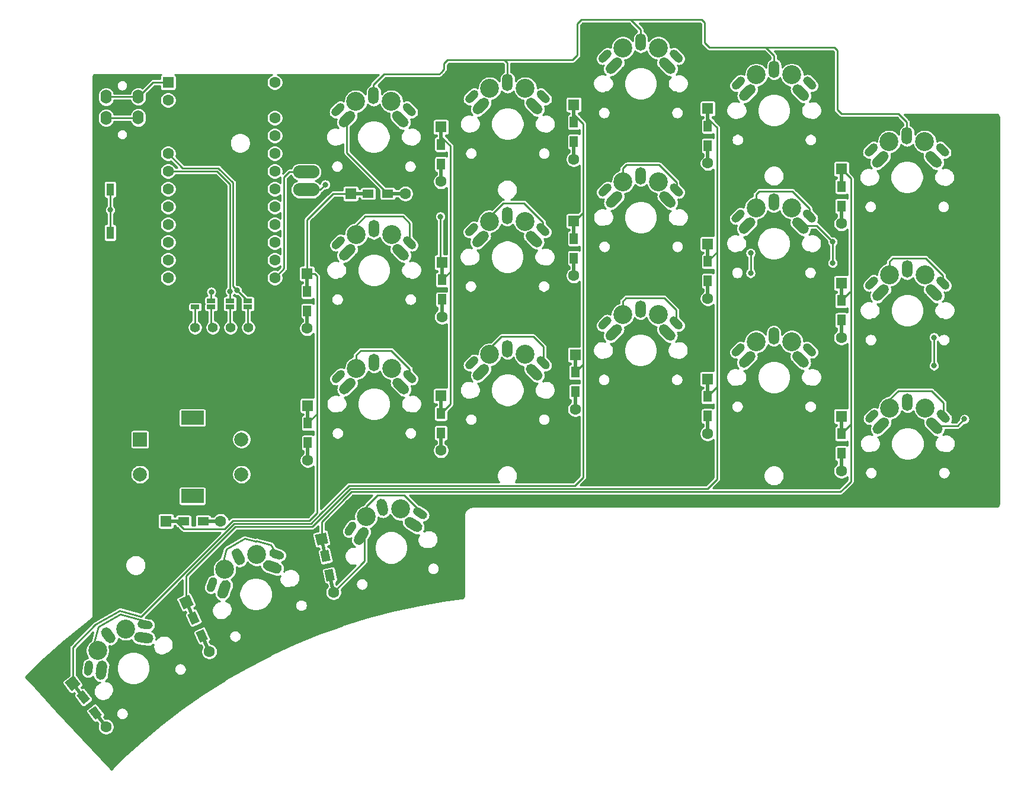
<source format=gbr>
%TF.GenerationSoftware,KiCad,Pcbnew,(5.1.7)-1*%
%TF.CreationDate,2021-07-10T14:11:00+05:30*%
%TF.ProjectId,Pteron36v0,50746572-6f6e-4333-9676-302e6b696361,rev?*%
%TF.SameCoordinates,Original*%
%TF.FileFunction,Copper,L2,Bot*%
%TF.FilePolarity,Positive*%
%FSLAX46Y46*%
G04 Gerber Fmt 4.6, Leading zero omitted, Abs format (unit mm)*
G04 Created by KiCad (PCBNEW (5.1.7)-1) date 2021-07-10 14:11:00*
%MOMM*%
%LPD*%
G01*
G04 APERTURE LIST*
%TA.AperFunction,ComponentPad*%
%ADD10O,1.500000X2.500000*%
%TD*%
%TA.AperFunction,ComponentPad*%
%ADD11C,2.700000*%
%TD*%
%TA.AperFunction,ComponentPad*%
%ADD12C,1.600000*%
%TD*%
%TA.AperFunction,ComponentPad*%
%ADD13R,1.600000X1.600000*%
%TD*%
%TA.AperFunction,ComponentPad*%
%ADD14O,1.600000X2.000000*%
%TD*%
%TA.AperFunction,ComponentPad*%
%ADD15R,2.000000X2.000000*%
%TD*%
%TA.AperFunction,ComponentPad*%
%ADD16C,2.000000*%
%TD*%
%TA.AperFunction,ComponentPad*%
%ADD17R,3.200000X2.000000*%
%TD*%
%TA.AperFunction,SMDPad,CuDef*%
%ADD18R,2.900000X0.500000*%
%TD*%
%TA.AperFunction,SMDPad,CuDef*%
%ADD19R,1.600000X1.200000*%
%TD*%
%TA.AperFunction,SMDPad,CuDef*%
%ADD20R,1.100000X1.800000*%
%TD*%
%TA.AperFunction,SMDPad,CuDef*%
%ADD21O,3.759200X1.879600*%
%TD*%
%TA.AperFunction,SMDPad,CuDef*%
%ADD22R,0.500000X2.900000*%
%TD*%
%TA.AperFunction,SMDPad,CuDef*%
%ADD23R,1.200000X1.600000*%
%TD*%
%TA.AperFunction,SMDPad,CuDef*%
%ADD24C,0.100000*%
%TD*%
%TA.AperFunction,ComponentPad*%
%ADD25C,0.100000*%
%TD*%
%TA.AperFunction,SMDPad,CuDef*%
%ADD26R,1.270000X0.635000*%
%TD*%
%TA.AperFunction,ComponentPad*%
%ADD27C,1.397000*%
%TD*%
%TA.AperFunction,ViaPad*%
%ADD28C,0.800000*%
%TD*%
%TA.AperFunction,Conductor*%
%ADD29C,0.250000*%
%TD*%
%TA.AperFunction,Conductor*%
%ADD30C,0.254000*%
%TD*%
%TA.AperFunction,Conductor*%
%ADD31C,0.100000*%
%TD*%
G04 APERTURE END LIST*
D10*
%TO.P,SW13,1*%
%TO.N,/Row2*%
X177763305Y-67229232D03*
%TO.P,SW13,2*%
%TO.N,Net-(D13-Pad2)*%
%TA.AperFunction,ComponentPad*%
G36*
G01*
X182085488Y-68451415D02*
X182085488Y-68451415D01*
G75*
G02*
X182934016Y-68451415I424264J-424264D01*
G01*
X183641122Y-69158521D01*
G75*
G02*
X183641122Y-70007049I-424264J-424264D01*
G01*
X183641122Y-70007049D01*
G75*
G02*
X182792594Y-70007049I-424264J424264D01*
G01*
X182085488Y-69299943D01*
G75*
G02*
X182085488Y-68451415I424264J424264D01*
G01*
G37*
%TD.AperFunction*%
%TA.AperFunction,ComponentPad*%
G36*
G01*
X171885488Y-70007049D02*
X171885488Y-70007049D01*
G75*
G02*
X171885488Y-69158521I424264J424264D01*
G01*
X172592594Y-68451415D01*
G75*
G02*
X173441122Y-68451415I424264J-424264D01*
G01*
X173441122Y-68451415D01*
G75*
G02*
X173441122Y-69299943I-424264J-424264D01*
G01*
X172734016Y-70007049D01*
G75*
G02*
X171885488Y-70007049I-424264J424264D01*
G01*
G37*
%TD.AperFunction*%
%TA.AperFunction,ComponentPad*%
G36*
G01*
X172963356Y-71579181D02*
X172963356Y-71579181D01*
G75*
G02*
X172963356Y-70518521I530330J530330D01*
G01*
X173882594Y-69599283D01*
G75*
G02*
X174943254Y-69599283I530330J-530330D01*
G01*
X174943254Y-69599283D01*
G75*
G02*
X174943254Y-70659943I-530330J-530330D01*
G01*
X174024016Y-71579181D01*
G75*
G02*
X172963356Y-71579181I-530330J530330D01*
G01*
G37*
%TD.AperFunction*%
%TO.P,SW13,1*%
%TO.N,/Row2*%
%TA.AperFunction,ComponentPad*%
G36*
G01*
X180583356Y-69599283D02*
X180583356Y-69599283D01*
G75*
G02*
X181644016Y-69599283I530330J-530330D01*
G01*
X182563254Y-70518521D01*
G75*
G02*
X182563254Y-71579181I-530330J-530330D01*
G01*
X182563254Y-71579181D01*
G75*
G02*
X181502594Y-71579181I-530330J530330D01*
G01*
X180583356Y-70659943D01*
G75*
G02*
X180583356Y-69599283I530330J530330D01*
G01*
G37*
%TD.AperFunction*%
D11*
%TO.P,SW13,2*%
%TO.N,Net-(D13-Pad2)*%
X175223305Y-68049232D03*
%TO.P,SW13,1*%
%TO.N,/Row2*%
X180303305Y-68049232D03*
%TD*%
D10*
%TO.P,SW8,1*%
%TO.N,/Row2*%
X196841035Y-76805722D03*
%TO.P,SW8,2*%
%TO.N,Net-(D8-Pad2)*%
%TA.AperFunction,ComponentPad*%
G36*
G01*
X201163218Y-78027905D02*
X201163218Y-78027905D01*
G75*
G02*
X202011746Y-78027905I424264J-424264D01*
G01*
X202718852Y-78735011D01*
G75*
G02*
X202718852Y-79583539I-424264J-424264D01*
G01*
X202718852Y-79583539D01*
G75*
G02*
X201870324Y-79583539I-424264J424264D01*
G01*
X201163218Y-78876433D01*
G75*
G02*
X201163218Y-78027905I424264J424264D01*
G01*
G37*
%TD.AperFunction*%
%TA.AperFunction,ComponentPad*%
G36*
G01*
X190963218Y-79583539D02*
X190963218Y-79583539D01*
G75*
G02*
X190963218Y-78735011I424264J424264D01*
G01*
X191670324Y-78027905D01*
G75*
G02*
X192518852Y-78027905I424264J-424264D01*
G01*
X192518852Y-78027905D01*
G75*
G02*
X192518852Y-78876433I-424264J-424264D01*
G01*
X191811746Y-79583539D01*
G75*
G02*
X190963218Y-79583539I-424264J424264D01*
G01*
G37*
%TD.AperFunction*%
%TA.AperFunction,ComponentPad*%
G36*
G01*
X192041086Y-81155671D02*
X192041086Y-81155671D01*
G75*
G02*
X192041086Y-80095011I530330J530330D01*
G01*
X192960324Y-79175773D01*
G75*
G02*
X194020984Y-79175773I530330J-530330D01*
G01*
X194020984Y-79175773D01*
G75*
G02*
X194020984Y-80236433I-530330J-530330D01*
G01*
X193101746Y-81155671D01*
G75*
G02*
X192041086Y-81155671I-530330J530330D01*
G01*
G37*
%TD.AperFunction*%
%TO.P,SW8,1*%
%TO.N,/Row2*%
%TA.AperFunction,ComponentPad*%
G36*
G01*
X199661086Y-79175773D02*
X199661086Y-79175773D01*
G75*
G02*
X200721746Y-79175773I530330J-530330D01*
G01*
X201640984Y-80095011D01*
G75*
G02*
X201640984Y-81155671I-530330J-530330D01*
G01*
X201640984Y-81155671D01*
G75*
G02*
X200580324Y-81155671I-530330J530330D01*
G01*
X199661086Y-80236433D01*
G75*
G02*
X199661086Y-79175773I530330J530330D01*
G01*
G37*
%TD.AperFunction*%
D11*
%TO.P,SW8,2*%
%TO.N,Net-(D8-Pad2)*%
X194301035Y-77625722D03*
%TO.P,SW8,1*%
%TO.N,/Row2*%
X199381035Y-77625722D03*
%TD*%
D10*
%TO.P,SW7,1*%
%TO.N,/Row1*%
X196797387Y-57770820D03*
%TO.P,SW7,2*%
%TO.N,Net-(D7-Pad2)*%
%TA.AperFunction,ComponentPad*%
G36*
G01*
X201119570Y-58993003D02*
X201119570Y-58993003D01*
G75*
G02*
X201968098Y-58993003I424264J-424264D01*
G01*
X202675204Y-59700109D01*
G75*
G02*
X202675204Y-60548637I-424264J-424264D01*
G01*
X202675204Y-60548637D01*
G75*
G02*
X201826676Y-60548637I-424264J424264D01*
G01*
X201119570Y-59841531D01*
G75*
G02*
X201119570Y-58993003I424264J424264D01*
G01*
G37*
%TD.AperFunction*%
%TA.AperFunction,ComponentPad*%
G36*
G01*
X190919570Y-60548637D02*
X190919570Y-60548637D01*
G75*
G02*
X190919570Y-59700109I424264J424264D01*
G01*
X191626676Y-58993003D01*
G75*
G02*
X192475204Y-58993003I424264J-424264D01*
G01*
X192475204Y-58993003D01*
G75*
G02*
X192475204Y-59841531I-424264J-424264D01*
G01*
X191768098Y-60548637D01*
G75*
G02*
X190919570Y-60548637I-424264J424264D01*
G01*
G37*
%TD.AperFunction*%
%TA.AperFunction,ComponentPad*%
G36*
G01*
X191997438Y-62120769D02*
X191997438Y-62120769D01*
G75*
G02*
X191997438Y-61060109I530330J530330D01*
G01*
X192916676Y-60140871D01*
G75*
G02*
X193977336Y-60140871I530330J-530330D01*
G01*
X193977336Y-60140871D01*
G75*
G02*
X193977336Y-61201531I-530330J-530330D01*
G01*
X193058098Y-62120769D01*
G75*
G02*
X191997438Y-62120769I-530330J530330D01*
G01*
G37*
%TD.AperFunction*%
%TO.P,SW7,1*%
%TO.N,/Row1*%
%TA.AperFunction,ComponentPad*%
G36*
G01*
X199617438Y-60140871D02*
X199617438Y-60140871D01*
G75*
G02*
X200678098Y-60140871I530330J-530330D01*
G01*
X201597336Y-61060109D01*
G75*
G02*
X201597336Y-62120769I-530330J-530330D01*
G01*
X201597336Y-62120769D01*
G75*
G02*
X200536676Y-62120769I-530330J530330D01*
G01*
X199617438Y-61201531D01*
G75*
G02*
X199617438Y-60140871I530330J530330D01*
G01*
G37*
%TD.AperFunction*%
D11*
%TO.P,SW7,2*%
%TO.N,Net-(D7-Pad2)*%
X194257387Y-58590820D03*
%TO.P,SW7,1*%
%TO.N,/Row1*%
X199337387Y-58590820D03*
%TD*%
D10*
%TO.P,SW12,1*%
%TO.N,/Row1*%
X177810215Y-48218605D03*
%TO.P,SW12,2*%
%TO.N,Net-(D12-Pad2)*%
%TA.AperFunction,ComponentPad*%
G36*
G01*
X182132398Y-49440788D02*
X182132398Y-49440788D01*
G75*
G02*
X182980926Y-49440788I424264J-424264D01*
G01*
X183688032Y-50147894D01*
G75*
G02*
X183688032Y-50996422I-424264J-424264D01*
G01*
X183688032Y-50996422D01*
G75*
G02*
X182839504Y-50996422I-424264J424264D01*
G01*
X182132398Y-50289316D01*
G75*
G02*
X182132398Y-49440788I424264J424264D01*
G01*
G37*
%TD.AperFunction*%
%TA.AperFunction,ComponentPad*%
G36*
G01*
X171932398Y-50996422D02*
X171932398Y-50996422D01*
G75*
G02*
X171932398Y-50147894I424264J424264D01*
G01*
X172639504Y-49440788D01*
G75*
G02*
X173488032Y-49440788I424264J-424264D01*
G01*
X173488032Y-49440788D01*
G75*
G02*
X173488032Y-50289316I-424264J-424264D01*
G01*
X172780926Y-50996422D01*
G75*
G02*
X171932398Y-50996422I-424264J424264D01*
G01*
G37*
%TD.AperFunction*%
%TA.AperFunction,ComponentPad*%
G36*
G01*
X173010266Y-52568554D02*
X173010266Y-52568554D01*
G75*
G02*
X173010266Y-51507894I530330J530330D01*
G01*
X173929504Y-50588656D01*
G75*
G02*
X174990164Y-50588656I530330J-530330D01*
G01*
X174990164Y-50588656D01*
G75*
G02*
X174990164Y-51649316I-530330J-530330D01*
G01*
X174070926Y-52568554D01*
G75*
G02*
X173010266Y-52568554I-530330J530330D01*
G01*
G37*
%TD.AperFunction*%
%TO.P,SW12,1*%
%TO.N,/Row1*%
%TA.AperFunction,ComponentPad*%
G36*
G01*
X180630266Y-50588656D02*
X180630266Y-50588656D01*
G75*
G02*
X181690926Y-50588656I530330J-530330D01*
G01*
X182610164Y-51507894D01*
G75*
G02*
X182610164Y-52568554I-530330J-530330D01*
G01*
X182610164Y-52568554D01*
G75*
G02*
X181549504Y-52568554I-530330J530330D01*
G01*
X180630266Y-51649316D01*
G75*
G02*
X180630266Y-50588656I530330J530330D01*
G01*
G37*
%TD.AperFunction*%
D11*
%TO.P,SW12,2*%
%TO.N,Net-(D12-Pad2)*%
X175270215Y-49038605D03*
%TO.P,SW12,1*%
%TO.N,/Row1*%
X180350215Y-49038605D03*
%TD*%
D10*
%TO.P,SW22,1*%
%TO.N,/Row1*%
X139732181Y-50147769D03*
%TO.P,SW22,2*%
%TO.N,Net-(D22-Pad2)*%
%TA.AperFunction,ComponentPad*%
G36*
G01*
X144054364Y-51369952D02*
X144054364Y-51369952D01*
G75*
G02*
X144902892Y-51369952I424264J-424264D01*
G01*
X145609998Y-52077058D01*
G75*
G02*
X145609998Y-52925586I-424264J-424264D01*
G01*
X145609998Y-52925586D01*
G75*
G02*
X144761470Y-52925586I-424264J424264D01*
G01*
X144054364Y-52218480D01*
G75*
G02*
X144054364Y-51369952I424264J424264D01*
G01*
G37*
%TD.AperFunction*%
%TA.AperFunction,ComponentPad*%
G36*
G01*
X133854364Y-52925586D02*
X133854364Y-52925586D01*
G75*
G02*
X133854364Y-52077058I424264J424264D01*
G01*
X134561470Y-51369952D01*
G75*
G02*
X135409998Y-51369952I424264J-424264D01*
G01*
X135409998Y-51369952D01*
G75*
G02*
X135409998Y-52218480I-424264J-424264D01*
G01*
X134702892Y-52925586D01*
G75*
G02*
X133854364Y-52925586I-424264J424264D01*
G01*
G37*
%TD.AperFunction*%
%TA.AperFunction,ComponentPad*%
G36*
G01*
X134932232Y-54497718D02*
X134932232Y-54497718D01*
G75*
G02*
X134932232Y-53437058I530330J530330D01*
G01*
X135851470Y-52517820D01*
G75*
G02*
X136912130Y-52517820I530330J-530330D01*
G01*
X136912130Y-52517820D01*
G75*
G02*
X136912130Y-53578480I-530330J-530330D01*
G01*
X135992892Y-54497718D01*
G75*
G02*
X134932232Y-54497718I-530330J530330D01*
G01*
G37*
%TD.AperFunction*%
%TO.P,SW22,1*%
%TO.N,/Row1*%
%TA.AperFunction,ComponentPad*%
G36*
G01*
X142552232Y-52517820D02*
X142552232Y-52517820D01*
G75*
G02*
X143612892Y-52517820I530330J-530330D01*
G01*
X144532130Y-53437058D01*
G75*
G02*
X144532130Y-54497718I-530330J-530330D01*
G01*
X144532130Y-54497718D01*
G75*
G02*
X143471470Y-54497718I-530330J530330D01*
G01*
X142552232Y-53578480D01*
G75*
G02*
X142552232Y-52517820I530330J530330D01*
G01*
G37*
%TD.AperFunction*%
D11*
%TO.P,SW22,2*%
%TO.N,Net-(D22-Pad2)*%
X137192181Y-50967769D03*
%TO.P,SW22,1*%
%TO.N,/Row1*%
X142272181Y-50967769D03*
%TD*%
D10*
%TO.P,SW26,1*%
%TO.N,/Row1*%
X120598486Y-52009020D03*
%TO.P,SW26,2*%
%TO.N,Net-(D26-Pad2)*%
%TA.AperFunction,ComponentPad*%
G36*
G01*
X124920669Y-53231203D02*
X124920669Y-53231203D01*
G75*
G02*
X125769197Y-53231203I424264J-424264D01*
G01*
X126476303Y-53938309D01*
G75*
G02*
X126476303Y-54786837I-424264J-424264D01*
G01*
X126476303Y-54786837D01*
G75*
G02*
X125627775Y-54786837I-424264J424264D01*
G01*
X124920669Y-54079731D01*
G75*
G02*
X124920669Y-53231203I424264J424264D01*
G01*
G37*
%TD.AperFunction*%
%TA.AperFunction,ComponentPad*%
G36*
G01*
X114720669Y-54786837D02*
X114720669Y-54786837D01*
G75*
G02*
X114720669Y-53938309I424264J424264D01*
G01*
X115427775Y-53231203D01*
G75*
G02*
X116276303Y-53231203I424264J-424264D01*
G01*
X116276303Y-53231203D01*
G75*
G02*
X116276303Y-54079731I-424264J-424264D01*
G01*
X115569197Y-54786837D01*
G75*
G02*
X114720669Y-54786837I-424264J424264D01*
G01*
G37*
%TD.AperFunction*%
%TA.AperFunction,ComponentPad*%
G36*
G01*
X115798537Y-56358969D02*
X115798537Y-56358969D01*
G75*
G02*
X115798537Y-55298309I530330J530330D01*
G01*
X116717775Y-54379071D01*
G75*
G02*
X117778435Y-54379071I530330J-530330D01*
G01*
X117778435Y-54379071D01*
G75*
G02*
X117778435Y-55439731I-530330J-530330D01*
G01*
X116859197Y-56358969D01*
G75*
G02*
X115798537Y-56358969I-530330J530330D01*
G01*
G37*
%TD.AperFunction*%
%TO.P,SW26,1*%
%TO.N,/Row1*%
%TA.AperFunction,ComponentPad*%
G36*
G01*
X123418537Y-54379071D02*
X123418537Y-54379071D01*
G75*
G02*
X124479197Y-54379071I530330J-530330D01*
G01*
X125398435Y-55298309D01*
G75*
G02*
X125398435Y-56358969I-530330J-530330D01*
G01*
X125398435Y-56358969D01*
G75*
G02*
X124337775Y-56358969I-530330J530330D01*
G01*
X123418537Y-55439731D01*
G75*
G02*
X123418537Y-54379071I530330J530330D01*
G01*
G37*
%TD.AperFunction*%
D11*
%TO.P,SW26,2*%
%TO.N,Net-(D26-Pad2)*%
X118058486Y-52829020D03*
%TO.P,SW26,1*%
%TO.N,/Row1*%
X123138486Y-52829020D03*
%TD*%
D10*
%TO.P,SW28,1*%
%TO.N,/Row3*%
X120661509Y-90169365D03*
%TO.P,SW28,2*%
%TO.N,Net-(D28-Pad2)*%
%TA.AperFunction,ComponentPad*%
G36*
G01*
X124983692Y-91391548D02*
X124983692Y-91391548D01*
G75*
G02*
X125832220Y-91391548I424264J-424264D01*
G01*
X126539326Y-92098654D01*
G75*
G02*
X126539326Y-92947182I-424264J-424264D01*
G01*
X126539326Y-92947182D01*
G75*
G02*
X125690798Y-92947182I-424264J424264D01*
G01*
X124983692Y-92240076D01*
G75*
G02*
X124983692Y-91391548I424264J424264D01*
G01*
G37*
%TD.AperFunction*%
%TA.AperFunction,ComponentPad*%
G36*
G01*
X114783692Y-92947182D02*
X114783692Y-92947182D01*
G75*
G02*
X114783692Y-92098654I424264J424264D01*
G01*
X115490798Y-91391548D01*
G75*
G02*
X116339326Y-91391548I424264J-424264D01*
G01*
X116339326Y-91391548D01*
G75*
G02*
X116339326Y-92240076I-424264J-424264D01*
G01*
X115632220Y-92947182D01*
G75*
G02*
X114783692Y-92947182I-424264J424264D01*
G01*
G37*
%TD.AperFunction*%
%TA.AperFunction,ComponentPad*%
G36*
G01*
X115861560Y-94519314D02*
X115861560Y-94519314D01*
G75*
G02*
X115861560Y-93458654I530330J530330D01*
G01*
X116780798Y-92539416D01*
G75*
G02*
X117841458Y-92539416I530330J-530330D01*
G01*
X117841458Y-92539416D01*
G75*
G02*
X117841458Y-93600076I-530330J-530330D01*
G01*
X116922220Y-94519314D01*
G75*
G02*
X115861560Y-94519314I-530330J530330D01*
G01*
G37*
%TD.AperFunction*%
%TO.P,SW28,1*%
%TO.N,/Row3*%
%TA.AperFunction,ComponentPad*%
G36*
G01*
X123481560Y-92539416D02*
X123481560Y-92539416D01*
G75*
G02*
X124542220Y-92539416I530330J-530330D01*
G01*
X125461458Y-93458654D01*
G75*
G02*
X125461458Y-94519314I-530330J-530330D01*
G01*
X125461458Y-94519314D01*
G75*
G02*
X124400798Y-94519314I-530330J530330D01*
G01*
X123481560Y-93600076D01*
G75*
G02*
X123481560Y-92539416I530330J530330D01*
G01*
G37*
%TD.AperFunction*%
D11*
%TO.P,SW28,2*%
%TO.N,Net-(D28-Pad2)*%
X118121509Y-90989365D03*
%TO.P,SW28,1*%
%TO.N,/Row3*%
X123201509Y-90989365D03*
%TD*%
D10*
%TO.P,SW27,1*%
%TO.N,/Row2*%
X120642130Y-71043915D03*
%TO.P,SW27,2*%
%TO.N,Net-(D27-Pad2)*%
%TA.AperFunction,ComponentPad*%
G36*
G01*
X124964313Y-72266098D02*
X124964313Y-72266098D01*
G75*
G02*
X125812841Y-72266098I424264J-424264D01*
G01*
X126519947Y-72973204D01*
G75*
G02*
X126519947Y-73821732I-424264J-424264D01*
G01*
X126519947Y-73821732D01*
G75*
G02*
X125671419Y-73821732I-424264J424264D01*
G01*
X124964313Y-73114626D01*
G75*
G02*
X124964313Y-72266098I424264J424264D01*
G01*
G37*
%TD.AperFunction*%
%TA.AperFunction,ComponentPad*%
G36*
G01*
X114764313Y-73821732D02*
X114764313Y-73821732D01*
G75*
G02*
X114764313Y-72973204I424264J424264D01*
G01*
X115471419Y-72266098D01*
G75*
G02*
X116319947Y-72266098I424264J-424264D01*
G01*
X116319947Y-72266098D01*
G75*
G02*
X116319947Y-73114626I-424264J-424264D01*
G01*
X115612841Y-73821732D01*
G75*
G02*
X114764313Y-73821732I-424264J424264D01*
G01*
G37*
%TD.AperFunction*%
%TA.AperFunction,ComponentPad*%
G36*
G01*
X115842181Y-75393864D02*
X115842181Y-75393864D01*
G75*
G02*
X115842181Y-74333204I530330J530330D01*
G01*
X116761419Y-73413966D01*
G75*
G02*
X117822079Y-73413966I530330J-530330D01*
G01*
X117822079Y-73413966D01*
G75*
G02*
X117822079Y-74474626I-530330J-530330D01*
G01*
X116902841Y-75393864D01*
G75*
G02*
X115842181Y-75393864I-530330J530330D01*
G01*
G37*
%TD.AperFunction*%
%TO.P,SW27,1*%
%TO.N,/Row2*%
%TA.AperFunction,ComponentPad*%
G36*
G01*
X123462181Y-73413966D02*
X123462181Y-73413966D01*
G75*
G02*
X124522841Y-73413966I530330J-530330D01*
G01*
X125442079Y-74333204D01*
G75*
G02*
X125442079Y-75393864I-530330J-530330D01*
G01*
X125442079Y-75393864D01*
G75*
G02*
X124381419Y-75393864I-530330J530330D01*
G01*
X123462181Y-74474626D01*
G75*
G02*
X123462181Y-73413966I530330J530330D01*
G01*
G37*
%TD.AperFunction*%
D11*
%TO.P,SW27,2*%
%TO.N,Net-(D27-Pad2)*%
X118102130Y-71863915D03*
%TO.P,SW27,1*%
%TO.N,/Row2*%
X123182130Y-71863915D03*
%TD*%
D10*
%TO.P,SW24,1*%
%TO.N,/Row3*%
X139728913Y-88193290D03*
%TO.P,SW24,2*%
%TO.N,Net-(D24-Pad2)*%
%TA.AperFunction,ComponentPad*%
G36*
G01*
X144051096Y-89415473D02*
X144051096Y-89415473D01*
G75*
G02*
X144899624Y-89415473I424264J-424264D01*
G01*
X145606730Y-90122579D01*
G75*
G02*
X145606730Y-90971107I-424264J-424264D01*
G01*
X145606730Y-90971107D01*
G75*
G02*
X144758202Y-90971107I-424264J424264D01*
G01*
X144051096Y-90264001D01*
G75*
G02*
X144051096Y-89415473I424264J424264D01*
G01*
G37*
%TD.AperFunction*%
%TA.AperFunction,ComponentPad*%
G36*
G01*
X133851096Y-90971107D02*
X133851096Y-90971107D01*
G75*
G02*
X133851096Y-90122579I424264J424264D01*
G01*
X134558202Y-89415473D01*
G75*
G02*
X135406730Y-89415473I424264J-424264D01*
G01*
X135406730Y-89415473D01*
G75*
G02*
X135406730Y-90264001I-424264J-424264D01*
G01*
X134699624Y-90971107D01*
G75*
G02*
X133851096Y-90971107I-424264J424264D01*
G01*
G37*
%TD.AperFunction*%
%TA.AperFunction,ComponentPad*%
G36*
G01*
X134928964Y-92543239D02*
X134928964Y-92543239D01*
G75*
G02*
X134928964Y-91482579I530330J530330D01*
G01*
X135848202Y-90563341D01*
G75*
G02*
X136908862Y-90563341I530330J-530330D01*
G01*
X136908862Y-90563341D01*
G75*
G02*
X136908862Y-91624001I-530330J-530330D01*
G01*
X135989624Y-92543239D01*
G75*
G02*
X134928964Y-92543239I-530330J530330D01*
G01*
G37*
%TD.AperFunction*%
%TO.P,SW24,1*%
%TO.N,/Row3*%
%TA.AperFunction,ComponentPad*%
G36*
G01*
X142548964Y-90563341D02*
X142548964Y-90563341D01*
G75*
G02*
X143609624Y-90563341I530330J-530330D01*
G01*
X144528862Y-91482579D01*
G75*
G02*
X144528862Y-92543239I-530330J-530330D01*
G01*
X144528862Y-92543239D01*
G75*
G02*
X143468202Y-92543239I-530330J530330D01*
G01*
X142548964Y-91624001D01*
G75*
G02*
X142548964Y-90563341I530330J530330D01*
G01*
G37*
%TD.AperFunction*%
D11*
%TO.P,SW24,2*%
%TO.N,Net-(D24-Pad2)*%
X137188913Y-89013290D03*
%TO.P,SW24,1*%
%TO.N,/Row3*%
X142268913Y-89013290D03*
%TD*%
D10*
%TO.P,SW23,1*%
%TO.N,/Row2*%
X139685269Y-69158394D03*
%TO.P,SW23,2*%
%TO.N,Net-(D23-Pad2)*%
%TA.AperFunction,ComponentPad*%
G36*
G01*
X144007452Y-70380577D02*
X144007452Y-70380577D01*
G75*
G02*
X144855980Y-70380577I424264J-424264D01*
G01*
X145563086Y-71087683D01*
G75*
G02*
X145563086Y-71936211I-424264J-424264D01*
G01*
X145563086Y-71936211D01*
G75*
G02*
X144714558Y-71936211I-424264J424264D01*
G01*
X144007452Y-71229105D01*
G75*
G02*
X144007452Y-70380577I424264J424264D01*
G01*
G37*
%TD.AperFunction*%
%TA.AperFunction,ComponentPad*%
G36*
G01*
X133807452Y-71936211D02*
X133807452Y-71936211D01*
G75*
G02*
X133807452Y-71087683I424264J424264D01*
G01*
X134514558Y-70380577D01*
G75*
G02*
X135363086Y-70380577I424264J-424264D01*
G01*
X135363086Y-70380577D01*
G75*
G02*
X135363086Y-71229105I-424264J-424264D01*
G01*
X134655980Y-71936211D01*
G75*
G02*
X133807452Y-71936211I-424264J424264D01*
G01*
G37*
%TD.AperFunction*%
%TA.AperFunction,ComponentPad*%
G36*
G01*
X134885320Y-73508343D02*
X134885320Y-73508343D01*
G75*
G02*
X134885320Y-72447683I530330J530330D01*
G01*
X135804558Y-71528445D01*
G75*
G02*
X136865218Y-71528445I530330J-530330D01*
G01*
X136865218Y-71528445D01*
G75*
G02*
X136865218Y-72589105I-530330J-530330D01*
G01*
X135945980Y-73508343D01*
G75*
G02*
X134885320Y-73508343I-530330J530330D01*
G01*
G37*
%TD.AperFunction*%
%TO.P,SW23,1*%
%TO.N,/Row2*%
%TA.AperFunction,ComponentPad*%
G36*
G01*
X142505320Y-71528445D02*
X142505320Y-71528445D01*
G75*
G02*
X143565980Y-71528445I530330J-530330D01*
G01*
X144485218Y-72447683D01*
G75*
G02*
X144485218Y-73508343I-530330J-530330D01*
G01*
X144485218Y-73508343D01*
G75*
G02*
X143424558Y-73508343I-530330J530330D01*
G01*
X142505320Y-72589105D01*
G75*
G02*
X142505320Y-71528445I530330J530330D01*
G01*
G37*
%TD.AperFunction*%
D11*
%TO.P,SW23,2*%
%TO.N,Net-(D23-Pad2)*%
X137145269Y-69978394D03*
%TO.P,SW23,1*%
%TO.N,/Row2*%
X142225269Y-69978394D03*
%TD*%
%TO.P,SW20,1*%
%TO.N,/Row4*%
%TA.AperFunction,ComponentPad*%
G36*
G01*
X83447969Y-130143086D02*
X83447969Y-130143086D01*
G75*
G02*
X82396383Y-130004642I-456571J595015D01*
G01*
X81787621Y-129211288D01*
G75*
G02*
X81926065Y-128159702I595015J456571D01*
G01*
X81926065Y-128159702D01*
G75*
G02*
X82977651Y-128298146I456571J-595015D01*
G01*
X83586413Y-129091500D01*
G75*
G02*
X83447969Y-130143086I-595015J-456571D01*
G01*
G37*
%TD.AperFunction*%
%TO.P,SW20,2*%
%TO.N,Net-(D20-Pad2)*%
%TA.AperFunction,ComponentPad*%
G36*
G01*
X86860052Y-127489839D02*
X86860052Y-127489839D01*
G75*
G02*
X87533235Y-126973288I594867J-78316D01*
G01*
X88524679Y-127103814D01*
G75*
G02*
X89041230Y-127776997I-78316J-594867D01*
G01*
X89041230Y-127776997D01*
G75*
G02*
X88368047Y-128293548I-594867J78316D01*
G01*
X87376603Y-128163022D01*
G75*
G02*
X86860052Y-127489839I78316J594867D01*
G01*
G37*
%TD.AperFunction*%
%TA.AperFunction,ComponentPad*%
G36*
G01*
X79714858Y-134933373D02*
X79714858Y-134933373D01*
G75*
G02*
X79198307Y-134260190I78316J594867D01*
G01*
X79328833Y-133268746D01*
G75*
G02*
X80002016Y-132752195I594867J-78316D01*
G01*
X80002016Y-132752195D01*
G75*
G02*
X80518567Y-133425378I-78316J-594867D01*
G01*
X80388041Y-134416822D01*
G75*
G02*
X79714858Y-134933373I-594867J78316D01*
G01*
G37*
%TD.AperFunction*%
%TA.AperFunction,ComponentPad*%
G36*
G01*
X81527042Y-135524466D02*
X81527042Y-135524466D01*
G75*
G02*
X80881353Y-134682987I97895J743584D01*
G01*
X81051037Y-133394109D01*
G75*
G02*
X81892516Y-132748420I743584J-97895D01*
G01*
X81892516Y-132748420D01*
G75*
G02*
X82538205Y-133589899I-97895J-743584D01*
G01*
X82368521Y-134878777D01*
G75*
G02*
X81527042Y-135524466I-743584J97895D01*
G01*
G37*
%TD.AperFunction*%
%TO.P,SW20,1*%
%TO.N,/Row4*%
%TA.AperFunction,ComponentPad*%
G36*
G01*
X86367108Y-129314943D02*
X86367108Y-129314943D01*
G75*
G02*
X87208587Y-128669254I743584J-97895D01*
G01*
X88497465Y-128838938D01*
G75*
G02*
X89143154Y-129680417I-97895J-743584D01*
G01*
X89143154Y-129680417D01*
G75*
G02*
X88301675Y-130326106I-743584J97895D01*
G01*
X87012797Y-130156422D01*
G75*
G02*
X86367108Y-129314943I97895J743584D01*
G01*
G37*
%TD.AperFunction*%
%TO.P,SW20,2*%
%TO.N,Net-(D20-Pad2)*%
X81171083Y-131348198D03*
%TO.P,SW20,1*%
%TO.N,/Row4*%
X85201318Y-128255690D03*
%TD*%
D10*
%TO.P,SW19,1*%
%TO.N,/Row3*%
X158722246Y-82509196D03*
%TO.P,SW19,2*%
%TO.N,Net-(D19-Pad2)*%
%TA.AperFunction,ComponentPad*%
G36*
G01*
X163044429Y-83731379D02*
X163044429Y-83731379D01*
G75*
G02*
X163892957Y-83731379I424264J-424264D01*
G01*
X164600063Y-84438485D01*
G75*
G02*
X164600063Y-85287013I-424264J-424264D01*
G01*
X164600063Y-85287013D01*
G75*
G02*
X163751535Y-85287013I-424264J424264D01*
G01*
X163044429Y-84579907D01*
G75*
G02*
X163044429Y-83731379I424264J424264D01*
G01*
G37*
%TD.AperFunction*%
%TA.AperFunction,ComponentPad*%
G36*
G01*
X152844429Y-85287013D02*
X152844429Y-85287013D01*
G75*
G02*
X152844429Y-84438485I424264J424264D01*
G01*
X153551535Y-83731379D01*
G75*
G02*
X154400063Y-83731379I424264J-424264D01*
G01*
X154400063Y-83731379D01*
G75*
G02*
X154400063Y-84579907I-424264J-424264D01*
G01*
X153692957Y-85287013D01*
G75*
G02*
X152844429Y-85287013I-424264J424264D01*
G01*
G37*
%TD.AperFunction*%
%TA.AperFunction,ComponentPad*%
G36*
G01*
X153922297Y-86859145D02*
X153922297Y-86859145D01*
G75*
G02*
X153922297Y-85798485I530330J530330D01*
G01*
X154841535Y-84879247D01*
G75*
G02*
X155902195Y-84879247I530330J-530330D01*
G01*
X155902195Y-84879247D01*
G75*
G02*
X155902195Y-85939907I-530330J-530330D01*
G01*
X154982957Y-86859145D01*
G75*
G02*
X153922297Y-86859145I-530330J530330D01*
G01*
G37*
%TD.AperFunction*%
%TO.P,SW19,1*%
%TO.N,/Row3*%
%TA.AperFunction,ComponentPad*%
G36*
G01*
X161542297Y-84879247D02*
X161542297Y-84879247D01*
G75*
G02*
X162602957Y-84879247I530330J-530330D01*
G01*
X163522195Y-85798485D01*
G75*
G02*
X163522195Y-86859145I-530330J-530330D01*
G01*
X163522195Y-86859145D01*
G75*
G02*
X162461535Y-86859145I-530330J530330D01*
G01*
X161542297Y-85939907D01*
G75*
G02*
X161542297Y-84879247I530330J530330D01*
G01*
G37*
%TD.AperFunction*%
D11*
%TO.P,SW19,2*%
%TO.N,Net-(D19-Pad2)*%
X156182246Y-83329196D03*
%TO.P,SW19,1*%
%TO.N,/Row3*%
X161262246Y-83329196D03*
%TD*%
D10*
%TO.P,SW18,1*%
%TO.N,/Row2*%
X158769162Y-63498567D03*
%TO.P,SW18,2*%
%TO.N,Net-(D18-Pad2)*%
%TA.AperFunction,ComponentPad*%
G36*
G01*
X163091345Y-64720750D02*
X163091345Y-64720750D01*
G75*
G02*
X163939873Y-64720750I424264J-424264D01*
G01*
X164646979Y-65427856D01*
G75*
G02*
X164646979Y-66276384I-424264J-424264D01*
G01*
X164646979Y-66276384D01*
G75*
G02*
X163798451Y-66276384I-424264J424264D01*
G01*
X163091345Y-65569278D01*
G75*
G02*
X163091345Y-64720750I424264J424264D01*
G01*
G37*
%TD.AperFunction*%
%TA.AperFunction,ComponentPad*%
G36*
G01*
X152891345Y-66276384D02*
X152891345Y-66276384D01*
G75*
G02*
X152891345Y-65427856I424264J424264D01*
G01*
X153598451Y-64720750D01*
G75*
G02*
X154446979Y-64720750I424264J-424264D01*
G01*
X154446979Y-64720750D01*
G75*
G02*
X154446979Y-65569278I-424264J-424264D01*
G01*
X153739873Y-66276384D01*
G75*
G02*
X152891345Y-66276384I-424264J424264D01*
G01*
G37*
%TD.AperFunction*%
%TA.AperFunction,ComponentPad*%
G36*
G01*
X153969213Y-67848516D02*
X153969213Y-67848516D01*
G75*
G02*
X153969213Y-66787856I530330J530330D01*
G01*
X154888451Y-65868618D01*
G75*
G02*
X155949111Y-65868618I530330J-530330D01*
G01*
X155949111Y-65868618D01*
G75*
G02*
X155949111Y-66929278I-530330J-530330D01*
G01*
X155029873Y-67848516D01*
G75*
G02*
X153969213Y-67848516I-530330J530330D01*
G01*
G37*
%TD.AperFunction*%
%TO.P,SW18,1*%
%TO.N,/Row2*%
%TA.AperFunction,ComponentPad*%
G36*
G01*
X161589213Y-65868618D02*
X161589213Y-65868618D01*
G75*
G02*
X162649873Y-65868618I530330J-530330D01*
G01*
X163569111Y-66787856D01*
G75*
G02*
X163569111Y-67848516I-530330J-530330D01*
G01*
X163569111Y-67848516D01*
G75*
G02*
X162508451Y-67848516I-530330J530330D01*
G01*
X161589213Y-66929278D01*
G75*
G02*
X161589213Y-65868618I530330J530330D01*
G01*
G37*
%TD.AperFunction*%
D11*
%TO.P,SW18,2*%
%TO.N,Net-(D18-Pad2)*%
X156229162Y-64318567D03*
%TO.P,SW18,1*%
%TO.N,/Row2*%
X161309162Y-64318567D03*
%TD*%
D10*
%TO.P,SW17,1*%
%TO.N,/Row1*%
X158749779Y-44373116D03*
%TO.P,SW17,2*%
%TO.N,Net-(D17-Pad2)*%
%TA.AperFunction,ComponentPad*%
G36*
G01*
X163071962Y-45595299D02*
X163071962Y-45595299D01*
G75*
G02*
X163920490Y-45595299I424264J-424264D01*
G01*
X164627596Y-46302405D01*
G75*
G02*
X164627596Y-47150933I-424264J-424264D01*
G01*
X164627596Y-47150933D01*
G75*
G02*
X163779068Y-47150933I-424264J424264D01*
G01*
X163071962Y-46443827D01*
G75*
G02*
X163071962Y-45595299I424264J424264D01*
G01*
G37*
%TD.AperFunction*%
%TA.AperFunction,ComponentPad*%
G36*
G01*
X152871962Y-47150933D02*
X152871962Y-47150933D01*
G75*
G02*
X152871962Y-46302405I424264J424264D01*
G01*
X153579068Y-45595299D01*
G75*
G02*
X154427596Y-45595299I424264J-424264D01*
G01*
X154427596Y-45595299D01*
G75*
G02*
X154427596Y-46443827I-424264J-424264D01*
G01*
X153720490Y-47150933D01*
G75*
G02*
X152871962Y-47150933I-424264J424264D01*
G01*
G37*
%TD.AperFunction*%
%TA.AperFunction,ComponentPad*%
G36*
G01*
X153949830Y-48723065D02*
X153949830Y-48723065D01*
G75*
G02*
X153949830Y-47662405I530330J530330D01*
G01*
X154869068Y-46743167D01*
G75*
G02*
X155929728Y-46743167I530330J-530330D01*
G01*
X155929728Y-46743167D01*
G75*
G02*
X155929728Y-47803827I-530330J-530330D01*
G01*
X155010490Y-48723065D01*
G75*
G02*
X153949830Y-48723065I-530330J530330D01*
G01*
G37*
%TD.AperFunction*%
%TO.P,SW17,1*%
%TO.N,/Row1*%
%TA.AperFunction,ComponentPad*%
G36*
G01*
X161569830Y-46743167D02*
X161569830Y-46743167D01*
G75*
G02*
X162630490Y-46743167I530330J-530330D01*
G01*
X163549728Y-47662405D01*
G75*
G02*
X163549728Y-48723065I-530330J-530330D01*
G01*
X163549728Y-48723065D01*
G75*
G02*
X162489068Y-48723065I-530330J530330D01*
G01*
X161569830Y-47803827D01*
G75*
G02*
X161569830Y-46743167I530330J530330D01*
G01*
G37*
%TD.AperFunction*%
D11*
%TO.P,SW17,2*%
%TO.N,Net-(D17-Pad2)*%
X156209779Y-45193116D03*
%TO.P,SW17,1*%
%TO.N,/Row1*%
X161289779Y-45193116D03*
%TD*%
%TO.P,SW15,1*%
%TO.N,/Row4*%
%TA.AperFunction,ComponentPad*%
G36*
G01*
X101796920Y-119064529D02*
X101796920Y-119064529D01*
G75*
G02*
X100800225Y-118701762I-316964J679731D01*
G01*
X100377607Y-117795454D01*
G75*
G02*
X100740374Y-116798759I679731J316964D01*
G01*
X100740374Y-116798759D01*
G75*
G02*
X101737069Y-117161526I316964J-679731D01*
G01*
X102159687Y-118067834D01*
G75*
G02*
X101796920Y-119064529I-679731J-316964D01*
G01*
G37*
%TD.AperFunction*%
%TO.P,SW15,2*%
%TO.N,Net-(D15-Pad2)*%
%TA.AperFunction,ComponentPad*%
G36*
G01*
X105702391Y-117212684D02*
X105702391Y-117212684D01*
G75*
G02*
X106471419Y-116854080I563816J-205212D01*
G01*
X107411111Y-117196100D01*
G75*
G02*
X107769715Y-117965128I-205212J-563816D01*
G01*
X107769715Y-117965128D01*
G75*
G02*
X107000687Y-118323732I-563816J205212D01*
G01*
X106060995Y-117981712D01*
G75*
G02*
X105702391Y-117212684I205212J563816D01*
G01*
G37*
%TD.AperFunction*%
%TA.AperFunction,ComponentPad*%
G36*
G01*
X97115492Y-122933275D02*
X97115492Y-122933275D01*
G75*
G02*
X96756888Y-122164247I205212J563816D01*
G01*
X97098908Y-121224555D01*
G75*
G02*
X97867936Y-120865951I563816J-205212D01*
G01*
X97867936Y-120865951D01*
G75*
G02*
X98226540Y-121634979I-205212J-563816D01*
G01*
X97884520Y-122574671D01*
G75*
G02*
X97115492Y-122933275I-563816J205212D01*
G01*
G37*
%TD.AperFunction*%
%TA.AperFunction,ComponentPad*%
G36*
G01*
X98756784Y-123902583D02*
X98756784Y-123902583D01*
G75*
G02*
X98308530Y-122941299I256515J704769D01*
G01*
X98753156Y-121719699D01*
G75*
G02*
X99714440Y-121271445I704769J-256515D01*
G01*
X99714440Y-121271445D01*
G75*
G02*
X100162694Y-122232729I-256515J-704769D01*
G01*
X99718068Y-123454329D01*
G75*
G02*
X98756784Y-123902583I-704769J256515D01*
G01*
G37*
%TD.AperFunction*%
%TO.P,SW15,1*%
%TO.N,/Row4*%
%TA.AperFunction,ComponentPad*%
G36*
G01*
X104826108Y-118887835D02*
X104826108Y-118887835D01*
G75*
G02*
X105787392Y-118439581I704769J-256515D01*
G01*
X107008992Y-118884207D01*
G75*
G02*
X107457246Y-119845491I-256515J-704769D01*
G01*
X107457246Y-119845491D01*
G75*
G02*
X106495962Y-120293745I-704769J256515D01*
G01*
X105274362Y-119849119D01*
G75*
G02*
X104826108Y-118887835I256515J704769D01*
G01*
G37*
%TD.AperFunction*%
%TO.P,SW15,2*%
%TO.N,Net-(D15-Pad2)*%
X99313172Y-119748267D03*
%TO.P,SW15,1*%
%TO.N,/Row4*%
X103917216Y-117601366D03*
%TD*%
D10*
%TO.P,SW14,1*%
%TO.N,/Row3*%
X177782678Y-86354677D03*
%TO.P,SW14,2*%
%TO.N,Net-(D14-Pad2)*%
%TA.AperFunction,ComponentPad*%
G36*
G01*
X182104861Y-87576860D02*
X182104861Y-87576860D01*
G75*
G02*
X182953389Y-87576860I424264J-424264D01*
G01*
X183660495Y-88283966D01*
G75*
G02*
X183660495Y-89132494I-424264J-424264D01*
G01*
X183660495Y-89132494D01*
G75*
G02*
X182811967Y-89132494I-424264J424264D01*
G01*
X182104861Y-88425388D01*
G75*
G02*
X182104861Y-87576860I424264J424264D01*
G01*
G37*
%TD.AperFunction*%
%TA.AperFunction,ComponentPad*%
G36*
G01*
X171904861Y-89132494D02*
X171904861Y-89132494D01*
G75*
G02*
X171904861Y-88283966I424264J424264D01*
G01*
X172611967Y-87576860D01*
G75*
G02*
X173460495Y-87576860I424264J-424264D01*
G01*
X173460495Y-87576860D01*
G75*
G02*
X173460495Y-88425388I-424264J-424264D01*
G01*
X172753389Y-89132494D01*
G75*
G02*
X171904861Y-89132494I-424264J424264D01*
G01*
G37*
%TD.AperFunction*%
%TA.AperFunction,ComponentPad*%
G36*
G01*
X172982729Y-90704626D02*
X172982729Y-90704626D01*
G75*
G02*
X172982729Y-89643966I530330J530330D01*
G01*
X173901967Y-88724728D01*
G75*
G02*
X174962627Y-88724728I530330J-530330D01*
G01*
X174962627Y-88724728D01*
G75*
G02*
X174962627Y-89785388I-530330J-530330D01*
G01*
X174043389Y-90704626D01*
G75*
G02*
X172982729Y-90704626I-530330J530330D01*
G01*
G37*
%TD.AperFunction*%
%TO.P,SW14,1*%
%TO.N,/Row3*%
%TA.AperFunction,ComponentPad*%
G36*
G01*
X180602729Y-88724728D02*
X180602729Y-88724728D01*
G75*
G02*
X181663389Y-88724728I530330J-530330D01*
G01*
X182582627Y-89643966D01*
G75*
G02*
X182582627Y-90704626I-530330J-530330D01*
G01*
X182582627Y-90704626D01*
G75*
G02*
X181521967Y-90704626I-530330J530330D01*
G01*
X180602729Y-89785388D01*
G75*
G02*
X180602729Y-88724728I530330J530330D01*
G01*
G37*
%TD.AperFunction*%
D11*
%TO.P,SW14,2*%
%TO.N,Net-(D14-Pad2)*%
X175242678Y-87174677D03*
%TO.P,SW14,1*%
%TO.N,/Row3*%
X180322678Y-87174677D03*
%TD*%
%TO.P,SW10,1*%
%TO.N,/Row4*%
%TA.AperFunction,ComponentPad*%
G36*
G01*
X122106440Y-112083145D02*
X122106440Y-112083145D01*
G75*
G02*
X121211888Y-111513253I-162330J732222D01*
G01*
X120995448Y-110536957D01*
G75*
G02*
X121565340Y-109642405I732222J162330D01*
G01*
X121565340Y-109642405D01*
G75*
G02*
X122459892Y-110212297I162330J-732222D01*
G01*
X122676332Y-111188593D01*
G75*
G02*
X122106440Y-112083145I-732222J-162330D01*
G01*
G37*
%TD.AperFunction*%
%TO.P,SW10,2*%
%TO.N,Net-(D10-Pad2)*%
%TA.AperFunction,ComponentPad*%
G36*
G01*
X126320148Y-111120495D02*
X126320148Y-111120495D01*
G75*
G02*
X127148563Y-110936840I506035J-322380D01*
G01*
X127991955Y-111474140D01*
G75*
G02*
X128175610Y-112302555I-322380J-506035D01*
G01*
X128175610Y-112302555D01*
G75*
G02*
X127347195Y-112486210I-506035J322380D01*
G01*
X126503803Y-111948910D01*
G75*
G02*
X126320148Y-111120495I322380J506035D01*
G01*
G37*
%TD.AperFunction*%
%TA.AperFunction,ComponentPad*%
G36*
G01*
X116698630Y-114846940D02*
X116698630Y-114846940D01*
G75*
G02*
X116514975Y-114018525I322380J506035D01*
G01*
X117052275Y-113175133D01*
G75*
G02*
X117880690Y-112991478I506035J-322380D01*
G01*
X117880690Y-112991478D01*
G75*
G02*
X118064345Y-113819893I-322380J-506035D01*
G01*
X117527045Y-114663285D01*
G75*
G02*
X116698630Y-114846940I-506035J322380D01*
G01*
G37*
%TD.AperFunction*%
%TA.AperFunction,ComponentPad*%
G36*
G01*
X118091220Y-116148512D02*
X118091220Y-116148512D01*
G75*
G02*
X117861651Y-115112993I402975J632544D01*
G01*
X118560141Y-114016585D01*
G75*
G02*
X119595660Y-113787016I632544J-402975D01*
G01*
X119595660Y-113787016D01*
G75*
G02*
X119825229Y-114822535I-402975J-632544D01*
G01*
X119126739Y-115918943D01*
G75*
G02*
X118091220Y-116148512I-632544J402975D01*
G01*
G37*
%TD.AperFunction*%
%TO.P,SW10,1*%
%TO.N,/Row4*%
%TA.AperFunction,ComponentPad*%
G36*
G01*
X125102067Y-112566274D02*
X125102067Y-112566274D01*
G75*
G02*
X126137586Y-112336705I632544J-402975D01*
G01*
X127233994Y-113035195D01*
G75*
G02*
X127463563Y-114070714I-402975J-632544D01*
G01*
X127463563Y-114070714D01*
G75*
G02*
X126428044Y-114300283I-632544J402975D01*
G01*
X125331636Y-113601793D01*
G75*
G02*
X125102067Y-112566274I402975J632544D01*
G01*
G37*
%TD.AperFunction*%
%TO.P,SW10,2*%
%TO.N,Net-(D10-Pad2)*%
X119533579Y-112213094D03*
%TO.P,SW10,1*%
%TO.N,/Row4*%
X124493163Y-111113581D03*
%TD*%
D10*
%TO.P,SW9,1*%
%TO.N,/Row3*%
X196884677Y-95840622D03*
%TO.P,SW9,2*%
%TO.N,Net-(D9-Pad2)*%
%TA.AperFunction,ComponentPad*%
G36*
G01*
X201206860Y-97062805D02*
X201206860Y-97062805D01*
G75*
G02*
X202055388Y-97062805I424264J-424264D01*
G01*
X202762494Y-97769911D01*
G75*
G02*
X202762494Y-98618439I-424264J-424264D01*
G01*
X202762494Y-98618439D01*
G75*
G02*
X201913966Y-98618439I-424264J424264D01*
G01*
X201206860Y-97911333D01*
G75*
G02*
X201206860Y-97062805I424264J424264D01*
G01*
G37*
%TD.AperFunction*%
%TA.AperFunction,ComponentPad*%
G36*
G01*
X191006860Y-98618439D02*
X191006860Y-98618439D01*
G75*
G02*
X191006860Y-97769911I424264J424264D01*
G01*
X191713966Y-97062805D01*
G75*
G02*
X192562494Y-97062805I424264J-424264D01*
G01*
X192562494Y-97062805D01*
G75*
G02*
X192562494Y-97911333I-424264J-424264D01*
G01*
X191855388Y-98618439D01*
G75*
G02*
X191006860Y-98618439I-424264J424264D01*
G01*
G37*
%TD.AperFunction*%
%TA.AperFunction,ComponentPad*%
G36*
G01*
X192084728Y-100190571D02*
X192084728Y-100190571D01*
G75*
G02*
X192084728Y-99129911I530330J530330D01*
G01*
X193003966Y-98210673D01*
G75*
G02*
X194064626Y-98210673I530330J-530330D01*
G01*
X194064626Y-98210673D01*
G75*
G02*
X194064626Y-99271333I-530330J-530330D01*
G01*
X193145388Y-100190571D01*
G75*
G02*
X192084728Y-100190571I-530330J530330D01*
G01*
G37*
%TD.AperFunction*%
%TO.P,SW9,1*%
%TO.N,/Row3*%
%TA.AperFunction,ComponentPad*%
G36*
G01*
X199704728Y-98210673D02*
X199704728Y-98210673D01*
G75*
G02*
X200765388Y-98210673I530330J-530330D01*
G01*
X201684626Y-99129911D01*
G75*
G02*
X201684626Y-100190571I-530330J-530330D01*
G01*
X201684626Y-100190571D01*
G75*
G02*
X200623966Y-100190571I-530330J530330D01*
G01*
X199704728Y-99271333D01*
G75*
G02*
X199704728Y-98210673I530330J530330D01*
G01*
G37*
%TD.AperFunction*%
D11*
%TO.P,SW9,2*%
%TO.N,Net-(D9-Pad2)*%
X194344677Y-96660622D03*
%TO.P,SW9,1*%
%TO.N,/Row3*%
X199424677Y-96660622D03*
%TD*%
D12*
%TO.P,U1,24*%
%TO.N,N/C*%
X106468454Y-50109031D03*
%TO.P,U1,23*%
%TO.N,GND*%
X106468454Y-52649031D03*
%TO.P,U1,22*%
%TO.N,Net-(RST1-Pad1)*%
X106468454Y-55189031D03*
%TO.P,U1,21*%
%TO.N,VCC*%
X106468454Y-57729031D03*
%TO.P,U1,20*%
%TO.N,/RotA*%
X106468454Y-60269031D03*
%TO.P,U1,19*%
%TO.N,/RotB*%
X106468454Y-62809031D03*
%TO.P,U1,18*%
%TO.N,/Col1*%
X106468454Y-65349031D03*
%TO.P,U1,17*%
%TO.N,/Col2*%
X106468454Y-67889031D03*
%TO.P,U1,16*%
%TO.N,/Col3*%
X106468454Y-70429031D03*
%TO.P,U1,15*%
%TO.N,/Col4*%
X106468454Y-72969031D03*
%TO.P,U1,14*%
%TO.N,/Col5*%
X106468454Y-75509031D03*
%TO.P,U1,13*%
%TO.N,/PWM*%
X106468454Y-78049031D03*
%TO.P,U1,12*%
%TO.N,/Row4*%
X91228454Y-78049031D03*
%TO.P,U1,11*%
%TO.N,/Row3*%
X91228454Y-75509031D03*
%TO.P,U1,10*%
%TO.N,/Row1*%
X91228454Y-72969031D03*
%TO.P,U1,9*%
%TO.N,/Row2*%
X91228454Y-70429031D03*
%TO.P,U1,8*%
%TO.N,N/C*%
X91228454Y-67889031D03*
%TO.P,U1,7*%
X91228454Y-65349031D03*
%TO.P,U1,6*%
%TO.N,SCL*%
X91228454Y-62809031D03*
%TO.P,U1,5*%
%TO.N,SDA*%
X91228454Y-60269031D03*
%TO.P,U1,4*%
%TO.N,GND*%
X91228454Y-57729031D03*
%TO.P,U1,3*%
X91228454Y-55189031D03*
%TO.P,U1,2*%
%TO.N,N/C*%
X91228454Y-52649031D03*
D13*
%TO.P,U1,1*%
%TO.N,/Serial*%
X91228454Y-50109031D03*
%TD*%
D14*
%TO.P,J2,3*%
%TO.N,VCC*%
X82375254Y-55189330D03*
%TO.P,J2,4*%
%TO.N,/Serial*%
X82375254Y-52189330D03*
%TO.P,J2,2*%
%TO.N,GND*%
X82375254Y-59189330D03*
%TO.P,J2,1*%
X86975254Y-60289330D03*
%TD*%
D15*
%TO.P,RE1,A*%
%TO.N,/RotA*%
X87215254Y-101150330D03*
D16*
%TO.P,RE1,C*%
%TO.N,GND*%
X87215254Y-103650330D03*
%TO.P,RE1,B*%
%TO.N,/RotB*%
X87215254Y-106150330D03*
D17*
%TO.P,RE1,MP*%
%TO.N,N/C*%
X94715254Y-98050330D03*
X94715254Y-109250330D03*
D16*
%TO.P,RE1,S2*%
%TO.N,/Row4*%
X101715254Y-101150330D03*
%TO.P,RE1,S1*%
%TO.N,Net-(D_RE1-Pad2)*%
X101715254Y-106150330D03*
%TD*%
D13*
%TO.P,D_RE1,1*%
%TO.N,/Col5*%
X90935254Y-112834330D03*
D12*
%TO.P,D_RE1,2*%
%TO.N,Net-(D_RE1-Pad2)*%
X98735254Y-112834330D03*
D18*
%TO.P,D_RE1,1*%
%TO.N,/Col5*%
X92335254Y-112834330D03*
D19*
X93435254Y-112834330D03*
%TO.P,D_RE1,2*%
%TO.N,Net-(D_RE1-Pad2)*%
X96235254Y-112834330D03*
D18*
X97335254Y-112834330D03*
%TD*%
D20*
%TO.P,RST2,2*%
%TO.N,GND*%
X86652255Y-71611330D03*
X86652255Y-65411330D03*
%TO.P,RST2,1*%
%TO.N,Net-(RST1-Pad1)*%
X82952255Y-71611330D03*
X82952255Y-65411330D03*
%TD*%
D21*
%TO.P,PWM_PAD1,3*%
%TO.N,VCC*%
X110964255Y-65463330D03*
%TO.P,PWM_PAD1,2*%
%TO.N,/PWM*%
X110964255Y-62923330D03*
%TO.P,PWM_PAD1,1*%
%TO.N,GND*%
X110964255Y-60383330D03*
%TD*%
D14*
%TO.P,J1,3*%
%TO.N,VCC*%
X86975255Y-55153330D03*
%TO.P,J1,4*%
%TO.N,/Serial*%
X86975255Y-52153330D03*
%TO.P,J1,2*%
%TO.N,GND*%
X86975255Y-59153330D03*
%TO.P,J1,1*%
X82375255Y-60253330D03*
%TD*%
D13*
%TO.P,D8,1*%
%TO.N,/Col1*%
X187427675Y-78805722D03*
D12*
%TO.P,D8,2*%
%TO.N,Net-(D8-Pad2)*%
X187427675Y-86605722D03*
D22*
%TO.P,D8,1*%
%TO.N,/Col1*%
X187427675Y-80205722D03*
D23*
X187427675Y-81305722D03*
%TO.P,D8,2*%
%TO.N,Net-(D8-Pad2)*%
X187427675Y-84105722D03*
D22*
X187427675Y-85205722D03*
%TD*%
D13*
%TO.P,D28,1*%
%TO.N,/Col5*%
X111199500Y-96330970D03*
D12*
%TO.P,D28,2*%
%TO.N,Net-(D28-Pad2)*%
X111199500Y-104130970D03*
D22*
%TO.P,D28,1*%
%TO.N,/Col5*%
X111199500Y-97730970D03*
D23*
X111199500Y-98830970D03*
%TO.P,D28,2*%
%TO.N,Net-(D28-Pad2)*%
X111199500Y-101630970D03*
D22*
X111199500Y-102730970D03*
%TD*%
D13*
%TO.P,D27,1*%
%TO.N,/Col5*%
X111107333Y-77477191D03*
D12*
%TO.P,D27,2*%
%TO.N,Net-(D27-Pad2)*%
X111107333Y-85277191D03*
D22*
%TO.P,D27,1*%
%TO.N,/Col5*%
X111107333Y-78877191D03*
D23*
X111107333Y-79977191D03*
%TO.P,D27,2*%
%TO.N,Net-(D27-Pad2)*%
X111107333Y-82777191D03*
D22*
X111107333Y-83877191D03*
%TD*%
D13*
%TO.P,D26,1*%
%TO.N,/Col5*%
X117325855Y-66022130D03*
D12*
%TO.P,D26,2*%
%TO.N,Net-(D26-Pad2)*%
X125125855Y-66022130D03*
D18*
%TO.P,D26,1*%
%TO.N,/Col5*%
X118725855Y-66022130D03*
D19*
X119825855Y-66022130D03*
%TO.P,D26,2*%
%TO.N,Net-(D26-Pad2)*%
X122625855Y-66022130D03*
D18*
X123725855Y-66022130D03*
%TD*%
D13*
%TO.P,D24,1*%
%TO.N,/Col4*%
X130211863Y-94922492D03*
D12*
%TO.P,D24,2*%
%TO.N,Net-(D24-Pad2)*%
X130211863Y-102722492D03*
D22*
%TO.P,D24,1*%
%TO.N,/Col4*%
X130211863Y-96322492D03*
D23*
X130211863Y-97422492D03*
%TO.P,D24,2*%
%TO.N,Net-(D24-Pad2)*%
X130211863Y-100222492D03*
D22*
X130211863Y-101322492D03*
%TD*%
D13*
%TO.P,D23,1*%
%TO.N,/Col4*%
X130373603Y-75845570D03*
D12*
%TO.P,D23,2*%
%TO.N,Net-(D23-Pad2)*%
X130373603Y-83645570D03*
D22*
%TO.P,D23,1*%
%TO.N,/Col4*%
X130373603Y-77245570D03*
D23*
X130373603Y-78345570D03*
%TO.P,D23,2*%
%TO.N,Net-(D23-Pad2)*%
X130373603Y-81145570D03*
D22*
X130373603Y-82245570D03*
%TD*%
D13*
%TO.P,D22,1*%
%TO.N,/Col4*%
X130221646Y-56490485D03*
D12*
%TO.P,D22,2*%
%TO.N,Net-(D22-Pad2)*%
X130221646Y-64290485D03*
D22*
%TO.P,D22,1*%
%TO.N,/Col4*%
X130221646Y-57890485D03*
D23*
X130221646Y-58990485D03*
%TO.P,D22,2*%
%TO.N,Net-(D22-Pad2)*%
X130221646Y-61790485D03*
D22*
X130221646Y-62890485D03*
%TD*%
%TA.AperFunction,SMDPad,CuDef*%
D24*
%TO.P,D20,1*%
%TO.N,/Col3*%
G36*
X79535393Y-138138120D02*
G01*
X79138717Y-138442501D01*
X77373309Y-136141776D01*
X77769985Y-135837395D01*
X79535393Y-138138120D01*
G37*
%TD.AperFunction*%
%TA.AperFunction,SMDPad,CuDef*%
%TO.P,D20,2*%
%TO.N,Net-(D20-Pad2)*%
G36*
X82579201Y-142104886D02*
G01*
X82182525Y-142409267D01*
X80417117Y-140108542D01*
X80813793Y-139804161D01*
X82579201Y-142104886D01*
G37*
%TD.AperFunction*%
%TA.AperFunction,ComponentPad*%
D25*
%TO.P,D20,1*%
%TO.N,/Col3*%
G36*
X78723777Y-136176927D02*
G01*
X77454411Y-137150945D01*
X76480393Y-135881579D01*
X77749759Y-134907561D01*
X78723777Y-136176927D01*
G37*
%TD.AperFunction*%
D12*
%TO.P,D20,2*%
%TO.N,Net-(D20-Pad2)*%
X82350425Y-142217409D03*
%TA.AperFunction,SMDPad,CuDef*%
D24*
G36*
X81791542Y-140503452D02*
G01*
X80839518Y-141233966D01*
X79865500Y-139964600D01*
X80817524Y-139234086D01*
X81791542Y-140503452D01*
G37*
%TD.AperFunction*%
%TA.AperFunction,SMDPad,CuDef*%
%TO.P,D20,1*%
%TO.N,/Col3*%
G36*
X80087010Y-138282062D02*
G01*
X79134986Y-139012576D01*
X78160968Y-137743210D01*
X79112992Y-137012696D01*
X80087010Y-138282062D01*
G37*
%TD.AperFunction*%
%TD*%
D13*
%TO.P,D19,1*%
%TO.N,/Col3*%
X149396657Y-89050318D03*
D12*
%TO.P,D19,2*%
%TO.N,Net-(D19-Pad2)*%
X149396657Y-96850318D03*
D22*
%TO.P,D19,1*%
%TO.N,/Col3*%
X149396657Y-90450318D03*
D23*
X149396657Y-91550318D03*
%TO.P,D19,2*%
%TO.N,Net-(D19-Pad2)*%
X149396657Y-94350318D03*
D22*
X149396657Y-95450318D03*
%TD*%
D13*
%TO.P,D18,1*%
%TO.N,/Col3*%
X149191255Y-69945330D03*
D12*
%TO.P,D18,2*%
%TO.N,Net-(D18-Pad2)*%
X149191255Y-77745330D03*
D22*
%TO.P,D18,1*%
%TO.N,/Col3*%
X149191255Y-71345330D03*
D23*
X149191255Y-72445330D03*
%TO.P,D18,2*%
%TO.N,Net-(D18-Pad2)*%
X149191255Y-75245330D03*
D22*
X149191255Y-76345330D03*
%TD*%
D13*
%TO.P,D17,1*%
%TO.N,/Col3*%
X149191254Y-53308330D03*
D12*
%TO.P,D17,2*%
%TO.N,Net-(D17-Pad2)*%
X149191254Y-61108330D03*
D22*
%TO.P,D17,1*%
%TO.N,/Col3*%
X149191254Y-54708330D03*
D23*
X149191254Y-55808330D03*
%TO.P,D17,2*%
%TO.N,Net-(D17-Pad2)*%
X149191254Y-58608330D03*
D22*
X149191254Y-59708330D03*
%TD*%
%TA.AperFunction,SMDPad,CuDef*%
D24*
%TO.P,D15,1*%
%TO.N,/Col2*%
G36*
X95253081Y-126890053D02*
G01*
X94799928Y-127101362D01*
X93574335Y-124473069D01*
X94027488Y-124261760D01*
X95253081Y-126890053D01*
G37*
%TD.AperFunction*%
%TA.AperFunction,SMDPad,CuDef*%
%TO.P,D15,2*%
%TO.N,Net-(D15-Pad2)*%
G36*
X97366173Y-131421591D02*
G01*
X96913020Y-131632900D01*
X95687427Y-129004607D01*
X96140580Y-128793298D01*
X97366173Y-131421591D01*
G37*
%TD.AperFunction*%
%TA.AperFunction,ComponentPad*%
D25*
%TO.P,D15,1*%
%TO.N,/Col2*%
G36*
X94885184Y-124799682D02*
G01*
X93435091Y-125475871D01*
X92758902Y-124025778D01*
X94208995Y-123349589D01*
X94885184Y-124799682D01*
G37*
%TD.AperFunction*%
D12*
%TO.P,D15,2*%
%TO.N,Net-(D15-Pad2)*%
X97118465Y-131481930D03*
%TA.AperFunction,SMDPad,CuDef*%
D24*
G36*
X96943799Y-129687636D02*
G01*
X95856230Y-130194778D01*
X95180041Y-128744686D01*
X96267610Y-128237544D01*
X96943799Y-129687636D01*
G37*
%TD.AperFunction*%
%TA.AperFunction,SMDPad,CuDef*%
%TO.P,D15,1*%
%TO.N,/Col2*%
G36*
X95760467Y-127149974D02*
G01*
X94672898Y-127657116D01*
X93996709Y-126207024D01*
X95084278Y-125699882D01*
X95760467Y-127149974D01*
G37*
%TD.AperFunction*%
%TD*%
D13*
%TO.P,D14,1*%
%TO.N,/Col2*%
X168320664Y-92516290D03*
D12*
%TO.P,D14,2*%
%TO.N,Net-(D14-Pad2)*%
X168320664Y-100316290D03*
D22*
%TO.P,D14,1*%
%TO.N,/Col2*%
X168320664Y-93916290D03*
D23*
X168320664Y-95016290D03*
%TO.P,D14,2*%
%TO.N,Net-(D14-Pad2)*%
X168320664Y-97816290D03*
D22*
X168320664Y-98916290D03*
%TD*%
D13*
%TO.P,D13,1*%
%TO.N,/Col2*%
X168349819Y-73209728D03*
D12*
%TO.P,D13,2*%
%TO.N,Net-(D13-Pad2)*%
X168349819Y-81009728D03*
D22*
%TO.P,D13,1*%
%TO.N,/Col2*%
X168349819Y-74609728D03*
D23*
X168349819Y-75709728D03*
%TO.P,D13,2*%
%TO.N,Net-(D13-Pad2)*%
X168349819Y-78509728D03*
D22*
X168349819Y-79609728D03*
%TD*%
D13*
%TO.P,D12,1*%
%TO.N,/Col2*%
X168349818Y-53867130D03*
D12*
%TO.P,D12,2*%
%TO.N,Net-(D12-Pad2)*%
X168349818Y-61667130D03*
D22*
%TO.P,D12,1*%
%TO.N,/Col2*%
X168349818Y-55267130D03*
D23*
X168349818Y-56367130D03*
%TO.P,D12,2*%
%TO.N,Net-(D12-Pad2)*%
X168349818Y-59167130D03*
D22*
X168349818Y-60267130D03*
%TD*%
%TA.AperFunction,SMDPad,CuDef*%
D24*
%TO.P,D10,1*%
%TO.N,/Col1*%
G36*
X114029066Y-118105108D02*
G01*
X113540918Y-118213328D01*
X112913244Y-115382070D01*
X113401392Y-115273850D01*
X114029066Y-118105108D01*
G37*
%TD.AperFunction*%
%TA.AperFunction,SMDPad,CuDef*%
%TO.P,D10,2*%
%TO.N,Net-(D10-Pad2)*%
G36*
X115111264Y-122986588D02*
G01*
X114623116Y-123094808D01*
X113995442Y-120263550D01*
X114483590Y-120155330D01*
X115111264Y-122986588D01*
G37*
%TD.AperFunction*%
%TA.AperFunction,ComponentPad*%
D25*
%TO.P,D10,1*%
%TO.N,/Col1*%
G36*
X114122328Y-115984660D02*
G01*
X112560255Y-116330963D01*
X112213952Y-114768890D01*
X113776025Y-114422587D01*
X114122328Y-115984660D01*
G37*
%TD.AperFunction*%
D12*
%TO.P,D10,2*%
%TO.N,Net-(D10-Pad2)*%
X114856368Y-122991883D03*
%TA.AperFunction,SMDPad,CuDef*%
D24*
G36*
X115074198Y-121202316D02*
G01*
X113902643Y-121462044D01*
X113556340Y-119899970D01*
X114727895Y-119640242D01*
X115074198Y-121202316D01*
G37*
%TD.AperFunction*%
%TA.AperFunction,SMDPad,CuDef*%
%TO.P,D10,1*%
%TO.N,/Col1*%
G36*
X114468168Y-118468688D02*
G01*
X113296613Y-118728416D01*
X112950310Y-117166342D01*
X114121865Y-116906614D01*
X114468168Y-118468688D01*
G37*
%TD.AperFunction*%
%TD*%
D13*
%TO.P,D9,1*%
%TO.N,/Col1*%
X187427675Y-97840622D03*
D12*
%TO.P,D9,2*%
%TO.N,Net-(D9-Pad2)*%
X187427675Y-105640622D03*
D22*
%TO.P,D9,1*%
%TO.N,/Col1*%
X187427675Y-99240622D03*
D23*
X187427675Y-100340622D03*
%TO.P,D9,2*%
%TO.N,Net-(D9-Pad2)*%
X187427675Y-103140622D03*
D22*
X187427675Y-104240622D03*
%TD*%
D13*
%TO.P,D7,1*%
%TO.N,/Col1*%
X187427675Y-62501302D03*
D12*
%TO.P,D7,2*%
%TO.N,Net-(D7-Pad2)*%
X187427675Y-70301302D03*
D22*
%TO.P,D7,1*%
%TO.N,/Col1*%
X187427675Y-63901302D03*
D23*
X187427675Y-65001302D03*
%TO.P,D7,2*%
%TO.N,Net-(D7-Pad2)*%
X187427675Y-67801302D03*
D22*
X187427675Y-68901302D03*
%TD*%
D26*
%TO.P,JP5,2*%
%TO.N,Net-(J3-Pad1)*%
X102607654Y-82219710D03*
%TO.P,JP5,1*%
%TO.N,SDA*%
X102607654Y-81320550D03*
%TD*%
%TO.P,JP8,2*%
%TO.N,Net-(J3-Pad4)*%
X95114655Y-82219711D03*
%TO.P,JP8,1*%
%TO.N,GND*%
X95114655Y-81320551D03*
%TD*%
%TO.P,JP7,2*%
%TO.N,Net-(J3-Pad3)*%
X97400655Y-82219711D03*
%TO.P,JP7,1*%
%TO.N,VCC*%
X97400655Y-81320551D03*
%TD*%
%TO.P,JP6,2*%
%TO.N,Net-(J3-Pad2)*%
X100067654Y-82219711D03*
%TO.P,JP6,1*%
%TO.N,SCL*%
X100067654Y-81320551D03*
%TD*%
D27*
%TO.P,J3,4*%
%TO.N,Net-(J3-Pad4)*%
X95089254Y-85148330D03*
%TO.P,J3,3*%
%TO.N,Net-(J3-Pad3)*%
X97629254Y-85148330D03*
%TO.P,J3,2*%
%TO.N,Net-(J3-Pad2)*%
X100169254Y-85148330D03*
%TO.P,J3,1*%
%TO.N,Net-(J3-Pad1)*%
X102709254Y-85148330D03*
%TD*%
D28*
%TO.N,Net-(D13-Pad2)*%
X174461304Y-74508679D03*
X174461304Y-77404281D03*
%TO.N,/Col4*%
X130115854Y-69293884D03*
%TO.N,/Row2*%
X200651035Y-90609949D03*
X200651035Y-86571349D03*
X186199055Y-75928130D03*
X186199054Y-72880130D03*
%TO.N,/Row3*%
X205008854Y-98242029D03*
%TO.N,VCC*%
X97409117Y-80051393D03*
X113682055Y-64726731D03*
%TO.N,GND*%
X86580254Y-68790729D03*
X104309454Y-81287530D03*
X110049854Y-58300530D03*
%TO.N,SCL*%
X100067654Y-79966729D03*
%TO.N,SDA*%
X101105245Y-79818141D03*
%TO.N,/PWM*%
X110964254Y-62923331D03*
%TO.N,Net-(RST1-Pad1)*%
X82952254Y-68354729D03*
%TD*%
D29*
%TO.N,/Col1*%
X187427675Y-62501302D02*
X188764454Y-63838081D01*
X188764454Y-99003842D02*
X187427675Y-100340621D01*
X188764454Y-97772130D02*
X188764454Y-99003842D01*
X188764454Y-97772130D02*
X188764454Y-107170130D01*
X188665066Y-80068330D02*
X187427675Y-81305721D01*
X188764454Y-80068331D02*
X188665066Y-80068330D01*
X188764454Y-63838081D02*
X188764454Y-80068331D01*
X188764454Y-80068331D02*
X188764454Y-97772130D01*
X113863682Y-112225133D02*
X113168141Y-112920674D01*
X113168141Y-112920674D02*
X113168140Y-115376776D01*
X113863682Y-112225133D02*
X113863682Y-112220904D01*
X113863682Y-112220904D02*
X116496692Y-109587892D01*
X116496692Y-109587892D02*
X116984055Y-109100530D01*
X187277633Y-108656951D02*
X188010392Y-107924192D01*
X117427634Y-108656951D02*
X187277633Y-108656951D01*
X116496692Y-109587892D02*
X117427634Y-108656951D01*
X188764454Y-107170130D02*
X188010392Y-107924192D01*
%TO.N,Net-(D8-Pad2)*%
X201941036Y-77706720D02*
X201941035Y-78805721D01*
X199465028Y-75230710D02*
X201941036Y-77706720D01*
X194786858Y-75230711D02*
X199465028Y-75230710D01*
X194301036Y-75716533D02*
X194786858Y-75230711D01*
X194301035Y-77625721D02*
X194301036Y-75716533D01*
%TO.N,Net-(D9-Pad2)*%
X194344677Y-96660621D02*
X194344678Y-95443107D01*
X194344678Y-95443107D02*
X195597055Y-94190731D01*
X195597055Y-94190731D02*
X200296054Y-94190730D01*
X201984677Y-95879353D02*
X201984677Y-97840621D01*
X200296054Y-94190730D02*
X201984677Y-95879353D01*
%TO.N,Net-(D10-Pad2)*%
X119328301Y-118519952D02*
X114856368Y-122991885D01*
X119328301Y-115452626D02*
X119328301Y-118519952D01*
X118843440Y-114967764D02*
X119328301Y-115452626D01*
X119533579Y-112213094D02*
X119533579Y-110768221D01*
X119533579Y-110768221D02*
X121194839Y-109106961D01*
X127247879Y-111389295D02*
X127247879Y-111711525D01*
X124965545Y-109106961D02*
X127247879Y-111389295D01*
X121194839Y-109106961D02*
X124965545Y-109106961D01*
%TO.N,/Col2*%
X168349819Y-55267130D02*
X169663654Y-56580967D01*
X169663654Y-93673297D02*
X168320664Y-95016289D01*
X169663654Y-74395892D02*
X168349819Y-75709728D01*
X169663654Y-70975129D02*
X169663654Y-74395892D01*
X169663654Y-56580967D02*
X169663654Y-70975129D01*
X169663654Y-70975129D02*
X169663654Y-93673297D01*
X93822043Y-123270941D02*
X93822044Y-124412731D01*
X93822044Y-120685363D02*
X93822043Y-123270941D01*
X111819654Y-113632750D02*
X100874657Y-113632751D01*
X113413672Y-112038732D02*
X111819654Y-113632750D01*
X100874657Y-113632751D02*
X93822044Y-120685363D01*
X113413672Y-112034502D02*
X113413672Y-112038732D01*
X169663654Y-106062054D02*
X169663654Y-106815346D01*
X169663654Y-93673297D02*
X169663654Y-106062054D01*
X116686487Y-108761687D02*
X116797655Y-108650520D01*
X116797653Y-108650521D02*
X116686487Y-108761687D01*
X116686487Y-108761687D02*
X113413672Y-112034502D01*
X116797655Y-108650520D02*
X117241234Y-108206941D01*
X168272059Y-108206941D02*
X168465500Y-108013500D01*
X117241234Y-108206941D02*
X168272059Y-108206941D01*
X168465500Y-108013500D02*
X168300400Y-108178600D01*
X169663654Y-106815346D02*
X168465500Y-108013500D01*
%TO.N,Net-(D13-Pad2)*%
X182863305Y-68130231D02*
X182863305Y-69229232D01*
X180387297Y-65654223D02*
X182863305Y-68130231D01*
X175223305Y-66140045D02*
X175709127Y-65654223D01*
X175709127Y-65654223D02*
X180387297Y-65654223D01*
X175223305Y-68049232D02*
X175223305Y-66140045D01*
X174461304Y-74508679D02*
X174461304Y-77404281D01*
%TO.N,Net-(D15-Pad2)*%
X99313172Y-119748267D02*
X98939534Y-119101106D01*
X98939534Y-119101106D02*
X99536011Y-116875023D01*
X99536011Y-116875023D02*
X102197654Y-115338323D01*
X102197654Y-115338323D02*
X103759021Y-115756690D01*
X103759021Y-115756690D02*
X103913000Y-115667790D01*
X105940560Y-116211073D02*
X106736053Y-117588907D01*
X103913000Y-115667790D02*
X105940560Y-116211073D01*
%TO.N,/Col3*%
X149191255Y-54708330D02*
X150512054Y-56029131D01*
X150512054Y-90434921D02*
X149396657Y-91550317D01*
X149191254Y-71345330D02*
X149191254Y-70086130D01*
X149191254Y-70086130D02*
X150512054Y-68765329D01*
X150512054Y-68765329D02*
X150512054Y-90434921D01*
X150512054Y-56029131D02*
X150512054Y-68765329D01*
X100688256Y-113182740D02*
X87523866Y-126347130D01*
X150521659Y-93285934D02*
X150521659Y-106551741D01*
X150512054Y-90434921D02*
X150512054Y-93276330D01*
X111633255Y-113182741D02*
X100688256Y-113182740D01*
X150512054Y-93276330D02*
X150521659Y-93285934D01*
X150521659Y-106551741D02*
X149316469Y-107756931D01*
X149316469Y-107756931D02*
X117054833Y-107756931D01*
X117054833Y-107756931D02*
X112963663Y-111848101D01*
X112963663Y-111848101D02*
X112963663Y-111852330D01*
X84312399Y-125643352D02*
X80887961Y-127620454D01*
X112963663Y-111852330D02*
X111633255Y-113182741D01*
X87523866Y-126347130D02*
X87338450Y-126454180D01*
X87338450Y-126454180D02*
X84312399Y-125643352D01*
X77602085Y-130906330D02*
X80887961Y-127620454D01*
X77602085Y-136029253D02*
X77602085Y-130906330D01*
%TO.N,Net-(D18-Pad2)*%
X163869163Y-64399566D02*
X163869163Y-65498568D01*
X161393155Y-61923557D02*
X163869163Y-64399566D01*
X156714984Y-61923558D02*
X161393155Y-61923557D01*
X156229163Y-62409379D02*
X156714984Y-61923558D01*
X156229163Y-64318568D02*
X156229163Y-62409379D01*
%TO.N,Net-(D19-Pad2)*%
X156182245Y-81420007D02*
X156668067Y-80934184D01*
X156668067Y-80934184D02*
X162122109Y-80934184D01*
X156182246Y-83329195D02*
X156182245Y-81420007D01*
X163822245Y-82634320D02*
X163822245Y-84509195D01*
X162122109Y-80934184D02*
X163822245Y-82634320D01*
%TO.N,Net-(D20-Pad2)*%
X81171084Y-131348198D02*
X80613688Y-130382759D01*
X80613688Y-130382759D02*
X81274393Y-127916972D01*
X81274393Y-127916972D02*
X84375976Y-126126272D01*
X87575452Y-126983569D02*
X87950642Y-127633417D01*
X84375976Y-126126272D02*
X87575452Y-126983569D01*
%TO.N,/Col4*%
X130221647Y-57890485D02*
X131538255Y-59207093D01*
X131538255Y-96096101D02*
X130211863Y-97422491D01*
X131538254Y-75902730D02*
X131538255Y-77180919D01*
X131538255Y-77180919D02*
X130373604Y-78345570D01*
X131538255Y-59207093D02*
X131538254Y-75902730D01*
X131538254Y-75902730D02*
X131538255Y-96096101D01*
X130115854Y-75587821D02*
X130373603Y-75845570D01*
X130115854Y-69293884D02*
X130115854Y-75587821D01*
%TO.N,Net-(D23-Pad2)*%
X137145270Y-69978394D02*
X137145269Y-69355914D01*
X137145269Y-69355914D02*
X139132854Y-67368330D01*
X144785270Y-70059392D02*
X144785270Y-71158394D01*
X142094208Y-67368330D02*
X144785270Y-70059392D01*
X139132854Y-67368330D02*
X142094208Y-67368330D01*
%TO.N,Net-(D24-Pad2)*%
X137188914Y-89013291D02*
X137188913Y-88159070D01*
X137188913Y-88159070D02*
X138878855Y-86469131D01*
X138878855Y-86469131D02*
X143425455Y-86469131D01*
X144828913Y-87872590D02*
X144828913Y-90193290D01*
X143425455Y-86469131D02*
X144828913Y-87872590D01*
%TO.N,/Col5*%
X93460255Y-113959331D02*
X92335255Y-112834331D01*
X117325855Y-66022130D02*
X114825055Y-66022130D01*
X111107333Y-69739851D02*
X111107333Y-77477191D01*
X114825055Y-66022130D02*
X111107333Y-69739851D01*
X112157333Y-77477191D02*
X112513655Y-77833512D01*
X111107333Y-77477191D02*
X112157333Y-77477191D01*
X112513654Y-97516815D02*
X111199499Y-98830970D01*
X112513655Y-77833512D02*
X112513654Y-97516815D01*
X96747655Y-113959331D02*
X99275255Y-113959331D01*
X99275255Y-113959331D02*
X100501856Y-112732730D01*
X96747655Y-113959331D02*
X93460255Y-113959331D01*
X111446855Y-112732731D02*
X112513655Y-111665931D01*
X100501856Y-112732730D02*
X111446855Y-112732731D01*
X112513654Y-97516815D02*
X112513655Y-111665931D01*
%TO.N,Net-(D26-Pad2)*%
X116788486Y-60184762D02*
X122625855Y-66022130D01*
X116788487Y-55369021D02*
X116788486Y-60184762D01*
%TO.N,Net-(D27-Pad2)*%
X118102129Y-71863915D02*
X118102129Y-70568255D01*
X118102129Y-70568255D02*
X119397055Y-69273330D01*
X119397055Y-69273330D02*
X124756454Y-69273329D01*
X125742129Y-70259004D02*
X125742129Y-73043915D01*
X124756454Y-69273329D02*
X125742129Y-70259004D01*
%TO.N,Net-(D28-Pad2)*%
X118121508Y-89080177D02*
X118751355Y-88450330D01*
X118121508Y-90989364D02*
X118121508Y-89080177D01*
X125761508Y-91070363D02*
X125761508Y-92169364D01*
X123141476Y-88450331D02*
X125761508Y-91070363D01*
X118751355Y-88450330D02*
X123141476Y-88450331D01*
%TO.N,/Row1*%
X177810214Y-46304890D02*
X177810214Y-48218605D01*
X176617664Y-45112341D02*
X177810214Y-46304890D01*
X167473044Y-41175341D02*
X167885655Y-41587952D01*
X167885655Y-44471684D02*
X168526311Y-45112341D01*
X120598486Y-52009020D02*
X120598486Y-50438708D01*
X129983197Y-48922341D02*
X130263699Y-48641839D01*
X120598486Y-50438708D02*
X122114855Y-48922341D01*
X167885655Y-41587952D02*
X167885655Y-44471684D01*
X130263699Y-48641839D02*
X130427871Y-48438115D01*
X122114855Y-48922341D02*
X129983197Y-48922341D01*
X168526311Y-45112341D02*
X176617664Y-45112341D01*
X130623855Y-47429330D02*
X131162845Y-46890340D01*
X130427871Y-48438115D02*
X130623854Y-48242130D01*
X149668265Y-41770720D02*
X150263645Y-41175340D01*
X130623854Y-48242130D02*
X130623855Y-47429330D01*
X149027564Y-46890339D02*
X149668265Y-46249641D01*
X149668265Y-46249641D02*
X149668265Y-41770720D01*
X186396011Y-45112340D02*
X186423029Y-45113304D01*
X176617664Y-45112341D02*
X186396011Y-45112340D01*
X186813280Y-45503556D02*
X186814245Y-45530548D01*
X186423029Y-45113304D02*
X186813280Y-45503556D01*
X186814245Y-54002274D02*
X187449311Y-54637340D01*
X186814245Y-45530548D02*
X186814245Y-54002274D01*
X187449311Y-54637340D02*
X195616865Y-54637341D01*
X196797387Y-55817863D02*
X196797387Y-57770820D01*
X195616865Y-54637341D02*
X196797387Y-55817863D01*
X156816845Y-41175341D02*
X157339064Y-41175340D01*
X150263645Y-41175340D02*
X156816845Y-41175341D01*
X156816845Y-41175341D02*
X167473044Y-41175341D01*
X158749779Y-42586054D02*
X158749779Y-44373117D01*
X157339064Y-41175340D02*
X158749779Y-42586054D01*
X139732181Y-47342857D02*
X139279664Y-46890339D01*
X139732181Y-50147769D02*
X139732181Y-47342857D01*
X139279664Y-46890339D02*
X149027564Y-46890339D01*
X131162845Y-46890340D02*
X139279664Y-46890339D01*
%TO.N,/Row2*%
X200651035Y-86571349D02*
X200651035Y-90609949D01*
X186199054Y-72880130D02*
X186199055Y-75928130D01*
X186199054Y-72880130D02*
X183908156Y-70589232D01*
X183908156Y-70589232D02*
X183552556Y-70589232D01*
X181573305Y-70589233D02*
X183552556Y-70589232D01*
%TO.N,/Row3*%
X204050263Y-99200622D02*
X205008854Y-98242029D01*
X200694678Y-99200621D02*
X204050263Y-99200622D01*
%TO.N,/Serial*%
X86939254Y-52189330D02*
X86975254Y-52153329D01*
X82375255Y-52189330D02*
X86939254Y-52189330D01*
X86975254Y-52153329D02*
X87037855Y-52153330D01*
X89082154Y-50109031D02*
X91228455Y-50109031D01*
X87037855Y-52153330D02*
X89082154Y-50109031D01*
%TO.N,VCC*%
X86939254Y-55189329D02*
X86975254Y-55153331D01*
X82375255Y-55189330D02*
X86939254Y-55189329D01*
X97400655Y-80059857D02*
X97409117Y-80051393D01*
X97400655Y-81320551D02*
X97400655Y-80059857D01*
X112945454Y-65463329D02*
X113682055Y-64726731D01*
X110964255Y-65463330D02*
X112945454Y-65463329D01*
%TO.N,GND*%
X85875254Y-60253330D02*
X86975254Y-59153330D01*
X82375255Y-60253331D02*
X85875254Y-60253330D01*
%TO.N,Net-(J3-Pad4)*%
X95114655Y-85122931D02*
X95089255Y-85148331D01*
X95114655Y-82219710D02*
X95114655Y-85122931D01*
%TO.N,Net-(J3-Pad3)*%
X97400655Y-84919731D02*
X97629254Y-85148330D01*
X97400655Y-82219710D02*
X97400655Y-84919731D01*
%TO.N,Net-(J3-Pad2)*%
X100067654Y-85046729D02*
X100169255Y-85148331D01*
X100067654Y-82219710D02*
X100067654Y-85046729D01*
%TO.N,Net-(J3-Pad1)*%
X102607655Y-85046730D02*
X102709254Y-85148330D01*
X102607655Y-82219710D02*
X102607655Y-85046730D01*
%TO.N,SCL*%
X100067654Y-81320550D02*
X100237835Y-81320551D01*
X100067654Y-79966729D02*
X100067654Y-81320550D01*
X91228455Y-62809030D02*
X98226155Y-62809030D01*
X100067654Y-64650530D02*
X100067654Y-79966729D01*
X98226155Y-62809030D02*
X100067654Y-64650530D01*
%TO.N,SDA*%
X101105245Y-79818141D02*
X102607654Y-81320550D01*
X101105245Y-79818141D02*
X100517664Y-79230559D01*
X100517663Y-64464130D02*
X98412555Y-62359020D01*
X100517664Y-79230559D02*
X100517663Y-64464130D01*
X93318445Y-62359019D02*
X91228455Y-60269031D01*
X98412555Y-62359020D02*
X93318445Y-62359019D01*
%TO.N,/PWM*%
X108551254Y-62923330D02*
X110964254Y-62923331D01*
X107814654Y-63659929D02*
X108551254Y-62923330D01*
X107814655Y-76702830D02*
X107814654Y-63659929D01*
X106468455Y-78049030D02*
X107814655Y-76702830D01*
X110964254Y-62923331D02*
X110964254Y-62923331D01*
%TO.N,Net-(RST1-Pad1)*%
X82952254Y-65411329D02*
X82952254Y-65746929D01*
X82952254Y-65411329D02*
X82952254Y-68354729D01*
X82952254Y-68354729D02*
X82952254Y-71611330D01*
%TD*%
D30*
%TO.N,GND*%
X156791991Y-41681341D02*
X157129474Y-41681341D01*
X158243779Y-42795646D01*
X158243779Y-42861152D01*
X158118389Y-42928174D01*
X157946172Y-43069509D01*
X157804837Y-43241726D01*
X157699816Y-43438208D01*
X157635144Y-43651402D01*
X157618779Y-43817559D01*
X157618779Y-44186115D01*
X157554335Y-44089668D01*
X157313227Y-43848560D01*
X157029715Y-43659123D01*
X156714693Y-43528637D01*
X156380268Y-43462116D01*
X156039290Y-43462116D01*
X155704865Y-43528637D01*
X155389843Y-43659123D01*
X155106331Y-43848560D01*
X154865223Y-44089668D01*
X154675786Y-44373180D01*
X154545300Y-44688202D01*
X154478779Y-45022627D01*
X154478779Y-45161351D01*
X154380560Y-45108852D01*
X154195641Y-45052758D01*
X154003332Y-45033817D01*
X153811022Y-45052758D01*
X153626103Y-45108852D01*
X153455681Y-45199945D01*
X153343733Y-45291818D01*
X152568481Y-46067071D01*
X152476608Y-46179019D01*
X152385515Y-46349441D01*
X152329421Y-46534360D01*
X152310480Y-46726669D01*
X152329421Y-46918978D01*
X152385515Y-47103897D01*
X152476608Y-47274319D01*
X152599199Y-47423696D01*
X152748576Y-47546287D01*
X152918998Y-47637380D01*
X153103917Y-47693474D01*
X153296226Y-47712415D01*
X153463264Y-47695963D01*
X153430197Y-47757827D01*
X153365525Y-47971021D01*
X153343689Y-48192735D01*
X153365525Y-48414449D01*
X153430197Y-48627643D01*
X153535218Y-48824124D01*
X153676553Y-48996342D01*
X153708256Y-49022360D01*
X153638017Y-48993266D01*
X153380871Y-48942116D01*
X153118687Y-48942116D01*
X152861541Y-48993266D01*
X152619314Y-49093599D01*
X152401316Y-49239261D01*
X152215924Y-49424653D01*
X152070262Y-49642651D01*
X151969929Y-49884878D01*
X151918779Y-50142024D01*
X151918779Y-50404208D01*
X151969929Y-50661354D01*
X152070262Y-50903581D01*
X152215924Y-51121579D01*
X152401316Y-51306971D01*
X152619314Y-51452633D01*
X152861541Y-51552966D01*
X153118687Y-51604116D01*
X153380871Y-51604116D01*
X153638017Y-51552966D01*
X153755952Y-51504116D01*
X153791022Y-51504116D01*
X154028848Y-51456809D01*
X154252876Y-51364014D01*
X154454496Y-51229296D01*
X154625959Y-51057833D01*
X154760677Y-50856213D01*
X154853472Y-50632185D01*
X154900779Y-50394359D01*
X154900779Y-50151873D01*
X154878249Y-50038608D01*
X156368779Y-50038608D01*
X156368779Y-50507624D01*
X156460279Y-50967628D01*
X156639764Y-51400943D01*
X156900335Y-51790915D01*
X157231980Y-52122560D01*
X157621952Y-52383131D01*
X158055267Y-52562616D01*
X158515271Y-52654116D01*
X158984287Y-52654116D01*
X159444291Y-52562616D01*
X159877606Y-52383131D01*
X160267578Y-52122560D01*
X160599223Y-51790915D01*
X160859794Y-51400943D01*
X161039279Y-50967628D01*
X161130779Y-50507624D01*
X161130779Y-50038608D01*
X161039279Y-49578604D01*
X160859794Y-49145289D01*
X160599223Y-48755317D01*
X160267578Y-48423672D01*
X159877606Y-48163101D01*
X159444291Y-47983616D01*
X158984287Y-47892116D01*
X158515271Y-47892116D01*
X158055267Y-47983616D01*
X157621952Y-48163101D01*
X157231980Y-48423672D01*
X156900335Y-48755317D01*
X156639764Y-49145289D01*
X156460279Y-49578604D01*
X156368779Y-50038608D01*
X154878249Y-50038608D01*
X154853472Y-49914047D01*
X154760677Y-49690019D01*
X154625959Y-49488399D01*
X154465303Y-49327743D01*
X154480160Y-49329206D01*
X154701874Y-49307370D01*
X154915068Y-49242698D01*
X155111549Y-49137677D01*
X155240612Y-49031758D01*
X156238421Y-48033950D01*
X156344340Y-47904887D01*
X156449361Y-47708406D01*
X156514033Y-47495212D01*
X156535870Y-47273497D01*
X156514033Y-47051783D01*
X156469897Y-46906288D01*
X156714693Y-46857595D01*
X157029715Y-46727109D01*
X157313227Y-46537672D01*
X157554335Y-46296564D01*
X157743772Y-46013052D01*
X157874258Y-45698030D01*
X157891699Y-45610347D01*
X157946173Y-45676723D01*
X158118390Y-45818058D01*
X158314871Y-45923079D01*
X158528065Y-45987751D01*
X158749779Y-46009588D01*
X158971494Y-45987751D01*
X159184688Y-45923079D01*
X159381169Y-45818058D01*
X159553386Y-45676723D01*
X159607859Y-45610348D01*
X159625300Y-45698030D01*
X159755786Y-46013052D01*
X159945223Y-46296564D01*
X160186331Y-46537672D01*
X160469843Y-46727109D01*
X160784865Y-46857595D01*
X161029661Y-46906288D01*
X160985525Y-47051783D01*
X160963689Y-47273497D01*
X160985525Y-47495211D01*
X161050197Y-47708405D01*
X161155218Y-47904886D01*
X161261137Y-48033949D01*
X162258945Y-49031758D01*
X162388008Y-49137677D01*
X162584489Y-49242698D01*
X162797683Y-49307370D01*
X163019398Y-49329207D01*
X163034254Y-49327744D01*
X162873599Y-49488399D01*
X162738881Y-49690019D01*
X162646086Y-49914047D01*
X162598779Y-50151873D01*
X162598779Y-50394359D01*
X162646086Y-50632185D01*
X162738881Y-50856213D01*
X162873599Y-51057833D01*
X163045062Y-51229296D01*
X163246682Y-51364014D01*
X163470710Y-51456809D01*
X163708536Y-51504116D01*
X163743606Y-51504116D01*
X163861541Y-51552966D01*
X164118687Y-51604116D01*
X164380871Y-51604116D01*
X164638017Y-51552966D01*
X164880244Y-51452633D01*
X165098242Y-51306971D01*
X165283634Y-51121579D01*
X165429296Y-50903581D01*
X165529629Y-50661354D01*
X165580779Y-50404208D01*
X165580779Y-50142024D01*
X165529629Y-49884878D01*
X165429296Y-49642651D01*
X165283634Y-49424653D01*
X165098242Y-49239261D01*
X164880244Y-49093599D01*
X164638017Y-48993266D01*
X164380871Y-48942116D01*
X164118687Y-48942116D01*
X163861541Y-48993266D01*
X163791302Y-49022360D01*
X163823005Y-48996342D01*
X163964340Y-48824124D01*
X164069361Y-48627643D01*
X164134033Y-48414449D01*
X164155870Y-48192735D01*
X164134033Y-47971020D01*
X164069361Y-47757826D01*
X164036295Y-47695963D01*
X164203332Y-47712415D01*
X164395641Y-47693474D01*
X164580560Y-47637380D01*
X164750982Y-47546287D01*
X164900359Y-47423696D01*
X165022950Y-47274319D01*
X165114043Y-47103897D01*
X165170137Y-46918978D01*
X165189078Y-46726669D01*
X165170137Y-46534359D01*
X165114043Y-46349440D01*
X165022950Y-46179018D01*
X164931077Y-46067070D01*
X164155824Y-45291818D01*
X164043876Y-45199945D01*
X163873454Y-45108852D01*
X163688535Y-45052758D01*
X163496226Y-45033817D01*
X163303917Y-45052758D01*
X163118998Y-45108852D01*
X163020779Y-45161351D01*
X163020779Y-45022627D01*
X162954258Y-44688202D01*
X162823772Y-44373180D01*
X162634335Y-44089668D01*
X162393227Y-43848560D01*
X162109715Y-43659123D01*
X161794693Y-43528637D01*
X161460268Y-43462116D01*
X161119290Y-43462116D01*
X160784865Y-43528637D01*
X160469843Y-43659123D01*
X160186331Y-43848560D01*
X159945223Y-44089668D01*
X159880779Y-44186115D01*
X159880779Y-43817558D01*
X159864414Y-43651401D01*
X159799742Y-43438207D01*
X159694721Y-43241726D01*
X159553386Y-43069509D01*
X159381169Y-42928174D01*
X159255779Y-42861152D01*
X159255779Y-42610908D01*
X159258227Y-42586054D01*
X159248457Y-42486861D01*
X159219524Y-42391479D01*
X159172538Y-42303575D01*
X159109306Y-42226527D01*
X159089999Y-42210682D01*
X158560657Y-41681341D01*
X167263453Y-41681341D01*
X167379655Y-41797544D01*
X167379656Y-44446828D01*
X167377208Y-44471684D01*
X167386977Y-44570876D01*
X167415910Y-44666258D01*
X167432098Y-44696542D01*
X167462897Y-44754163D01*
X167526129Y-44831211D01*
X167545435Y-44847055D01*
X168150939Y-45452561D01*
X168166784Y-45471868D01*
X168243832Y-45535100D01*
X168331736Y-45582086D01*
X168398184Y-45602242D01*
X168427117Y-45611019D01*
X168437005Y-45611993D01*
X168501457Y-45618341D01*
X168501464Y-45618341D01*
X168526310Y-45620788D01*
X168551156Y-45618341D01*
X176408073Y-45618341D01*
X177304214Y-46514482D01*
X177304214Y-46706641D01*
X177178825Y-46773663D01*
X177006608Y-46914998D01*
X176865273Y-47087215D01*
X176760252Y-47283697D01*
X176695580Y-47496891D01*
X176679215Y-47663048D01*
X176679215Y-48031604D01*
X176614771Y-47935157D01*
X176373663Y-47694049D01*
X176090151Y-47504612D01*
X175775129Y-47374126D01*
X175440704Y-47307605D01*
X175099726Y-47307605D01*
X174765301Y-47374126D01*
X174450279Y-47504612D01*
X174166767Y-47694049D01*
X173925659Y-47935157D01*
X173736222Y-48218669D01*
X173605736Y-48533691D01*
X173539215Y-48868116D01*
X173539215Y-49006840D01*
X173440996Y-48954341D01*
X173256077Y-48898247D01*
X173063768Y-48879306D01*
X172871458Y-48898247D01*
X172686539Y-48954341D01*
X172516117Y-49045434D01*
X172404169Y-49137307D01*
X171628917Y-49912560D01*
X171537044Y-50024508D01*
X171445951Y-50194930D01*
X171389857Y-50379849D01*
X171370916Y-50572158D01*
X171389857Y-50764467D01*
X171445951Y-50949386D01*
X171537044Y-51119808D01*
X171659635Y-51269185D01*
X171809012Y-51391776D01*
X171979434Y-51482869D01*
X172164353Y-51538963D01*
X172356662Y-51557904D01*
X172523700Y-51541452D01*
X172490633Y-51603316D01*
X172425961Y-51816510D01*
X172404125Y-52038224D01*
X172425961Y-52259938D01*
X172490633Y-52473132D01*
X172595654Y-52669613D01*
X172736989Y-52841831D01*
X172768692Y-52867849D01*
X172698453Y-52838755D01*
X172441307Y-52787605D01*
X172179123Y-52787605D01*
X171921977Y-52838755D01*
X171679750Y-52939088D01*
X171461752Y-53084750D01*
X171276360Y-53270142D01*
X171130698Y-53488140D01*
X171030365Y-53730367D01*
X170979215Y-53987513D01*
X170979215Y-54249697D01*
X171030365Y-54506843D01*
X171130698Y-54749070D01*
X171276360Y-54967068D01*
X171461752Y-55152460D01*
X171679750Y-55298122D01*
X171921977Y-55398455D01*
X172179123Y-55449605D01*
X172441307Y-55449605D01*
X172698453Y-55398455D01*
X172816388Y-55349605D01*
X172851458Y-55349605D01*
X173089284Y-55302298D01*
X173313312Y-55209503D01*
X173514932Y-55074785D01*
X173686395Y-54903322D01*
X173821113Y-54701702D01*
X173913908Y-54477674D01*
X173961215Y-54239848D01*
X173961215Y-53997362D01*
X173938685Y-53884097D01*
X175429215Y-53884097D01*
X175429215Y-54353113D01*
X175520715Y-54813117D01*
X175700200Y-55246432D01*
X175960771Y-55636404D01*
X176292416Y-55968049D01*
X176682388Y-56228620D01*
X177115703Y-56408105D01*
X177575707Y-56499605D01*
X178044723Y-56499605D01*
X178504727Y-56408105D01*
X178938042Y-56228620D01*
X179328014Y-55968049D01*
X179659659Y-55636404D01*
X179920230Y-55246432D01*
X180099715Y-54813117D01*
X180191215Y-54353113D01*
X180191215Y-53884097D01*
X180099715Y-53424093D01*
X179920230Y-52990778D01*
X179659659Y-52600806D01*
X179328014Y-52269161D01*
X178938042Y-52008590D01*
X178504727Y-51829105D01*
X178044723Y-51737605D01*
X177575707Y-51737605D01*
X177115703Y-51829105D01*
X176682388Y-52008590D01*
X176292416Y-52269161D01*
X175960771Y-52600806D01*
X175700200Y-52990778D01*
X175520715Y-53424093D01*
X175429215Y-53884097D01*
X173938685Y-53884097D01*
X173913908Y-53759536D01*
X173821113Y-53535508D01*
X173686395Y-53333888D01*
X173525739Y-53173232D01*
X173540596Y-53174695D01*
X173762310Y-53152859D01*
X173975504Y-53088187D01*
X174171985Y-52983166D01*
X174301048Y-52877247D01*
X175298857Y-51879439D01*
X175404776Y-51750376D01*
X175509797Y-51553895D01*
X175574469Y-51340701D01*
X175596306Y-51118986D01*
X175574469Y-50897272D01*
X175530333Y-50751777D01*
X175775129Y-50703084D01*
X176090151Y-50572598D01*
X176373663Y-50383161D01*
X176614771Y-50142053D01*
X176804208Y-49858541D01*
X176934694Y-49543519D01*
X176952135Y-49455836D01*
X177006609Y-49522212D01*
X177178826Y-49663547D01*
X177375307Y-49768568D01*
X177588501Y-49833240D01*
X177810215Y-49855077D01*
X178031930Y-49833240D01*
X178245124Y-49768568D01*
X178441605Y-49663547D01*
X178613822Y-49522212D01*
X178668295Y-49455837D01*
X178685736Y-49543519D01*
X178816222Y-49858541D01*
X179005659Y-50142053D01*
X179246767Y-50383161D01*
X179530279Y-50572598D01*
X179845301Y-50703084D01*
X180090097Y-50751777D01*
X180045961Y-50897272D01*
X180024125Y-51118986D01*
X180045961Y-51340700D01*
X180110633Y-51553894D01*
X180215654Y-51750375D01*
X180321573Y-51879438D01*
X181319381Y-52877247D01*
X181448444Y-52983166D01*
X181644925Y-53088187D01*
X181858119Y-53152859D01*
X182079834Y-53174696D01*
X182094690Y-53173233D01*
X181934035Y-53333888D01*
X181799317Y-53535508D01*
X181706522Y-53759536D01*
X181659215Y-53997362D01*
X181659215Y-54239848D01*
X181706522Y-54477674D01*
X181799317Y-54701702D01*
X181934035Y-54903322D01*
X182105498Y-55074785D01*
X182307118Y-55209503D01*
X182531146Y-55302298D01*
X182768972Y-55349605D01*
X182804042Y-55349605D01*
X182921977Y-55398455D01*
X183179123Y-55449605D01*
X183441307Y-55449605D01*
X183698453Y-55398455D01*
X183940680Y-55298122D01*
X184158678Y-55152460D01*
X184344070Y-54967068D01*
X184489732Y-54749070D01*
X184590065Y-54506843D01*
X184641215Y-54249697D01*
X184641215Y-53987513D01*
X184590065Y-53730367D01*
X184489732Y-53488140D01*
X184344070Y-53270142D01*
X184158678Y-53084750D01*
X183940680Y-52939088D01*
X183698453Y-52838755D01*
X183441307Y-52787605D01*
X183179123Y-52787605D01*
X182921977Y-52838755D01*
X182851738Y-52867849D01*
X182883441Y-52841831D01*
X183024776Y-52669613D01*
X183129797Y-52473132D01*
X183194469Y-52259938D01*
X183216306Y-52038224D01*
X183194469Y-51816509D01*
X183129797Y-51603315D01*
X183096731Y-51541452D01*
X183263768Y-51557904D01*
X183456077Y-51538963D01*
X183640996Y-51482869D01*
X183811418Y-51391776D01*
X183960795Y-51269185D01*
X184083386Y-51119808D01*
X184174479Y-50949386D01*
X184230573Y-50764467D01*
X184249514Y-50572158D01*
X184230573Y-50379848D01*
X184174479Y-50194929D01*
X184083386Y-50024507D01*
X183991513Y-49912559D01*
X183216260Y-49137307D01*
X183104312Y-49045434D01*
X182933890Y-48954341D01*
X182748971Y-48898247D01*
X182556662Y-48879306D01*
X182364353Y-48898247D01*
X182179434Y-48954341D01*
X182081215Y-49006840D01*
X182081215Y-48868116D01*
X182014694Y-48533691D01*
X181884208Y-48218669D01*
X181694771Y-47935157D01*
X181453663Y-47694049D01*
X181170151Y-47504612D01*
X180855129Y-47374126D01*
X180520704Y-47307605D01*
X180179726Y-47307605D01*
X179845301Y-47374126D01*
X179530279Y-47504612D01*
X179246767Y-47694049D01*
X179005659Y-47935157D01*
X178941215Y-48031604D01*
X178941215Y-47663047D01*
X178924850Y-47496890D01*
X178860178Y-47283696D01*
X178755157Y-47087215D01*
X178613822Y-46914998D01*
X178441605Y-46773663D01*
X178316214Y-46706641D01*
X178316214Y-46329744D01*
X178318662Y-46304890D01*
X178308892Y-46205697D01*
X178279959Y-46110315D01*
X178265181Y-46082668D01*
X178232973Y-46022411D01*
X178169741Y-45945363D01*
X178150434Y-45929518D01*
X177839256Y-45618341D01*
X186212472Y-45618339D01*
X186308245Y-45714113D01*
X186308246Y-53977418D01*
X186305798Y-54002274D01*
X186315567Y-54101466D01*
X186344500Y-54196848D01*
X186359424Y-54224768D01*
X186391487Y-54284753D01*
X186454719Y-54361801D01*
X186474025Y-54377645D01*
X187073944Y-54977565D01*
X187089784Y-54996866D01*
X187109085Y-55012706D01*
X187109089Y-55012710D01*
X187166832Y-55060098D01*
X187254736Y-55107085D01*
X187350118Y-55136018D01*
X187449311Y-55145787D01*
X187474167Y-55143339D01*
X195407274Y-55143341D01*
X196291387Y-56027455D01*
X196291387Y-56258856D01*
X196165997Y-56325878D01*
X195993780Y-56467213D01*
X195852445Y-56639430D01*
X195747424Y-56835912D01*
X195682752Y-57049106D01*
X195666387Y-57215263D01*
X195666387Y-57583819D01*
X195601943Y-57487372D01*
X195360835Y-57246264D01*
X195077323Y-57056827D01*
X194762301Y-56926341D01*
X194427876Y-56859820D01*
X194086898Y-56859820D01*
X193752473Y-56926341D01*
X193437451Y-57056827D01*
X193153939Y-57246264D01*
X192912831Y-57487372D01*
X192723394Y-57770884D01*
X192592908Y-58085906D01*
X192526387Y-58420331D01*
X192526387Y-58559055D01*
X192428168Y-58506556D01*
X192243249Y-58450462D01*
X192050940Y-58431521D01*
X191858630Y-58450462D01*
X191673711Y-58506556D01*
X191503289Y-58597649D01*
X191391341Y-58689522D01*
X190616089Y-59464775D01*
X190524216Y-59576723D01*
X190433123Y-59747145D01*
X190377029Y-59932064D01*
X190358088Y-60124373D01*
X190377029Y-60316682D01*
X190433123Y-60501601D01*
X190524216Y-60672023D01*
X190646807Y-60821400D01*
X190796184Y-60943991D01*
X190966606Y-61035084D01*
X191151525Y-61091178D01*
X191343834Y-61110119D01*
X191510872Y-61093667D01*
X191477805Y-61155531D01*
X191413133Y-61368725D01*
X191391297Y-61590439D01*
X191413133Y-61812153D01*
X191477805Y-62025347D01*
X191582826Y-62221828D01*
X191724161Y-62394046D01*
X191755864Y-62420064D01*
X191685625Y-62390970D01*
X191428479Y-62339820D01*
X191166295Y-62339820D01*
X190909149Y-62390970D01*
X190666922Y-62491303D01*
X190448924Y-62636965D01*
X190263532Y-62822357D01*
X190117870Y-63040355D01*
X190017537Y-63282582D01*
X189966387Y-63539728D01*
X189966387Y-63801912D01*
X190017537Y-64059058D01*
X190117870Y-64301285D01*
X190263532Y-64519283D01*
X190448924Y-64704675D01*
X190666922Y-64850337D01*
X190909149Y-64950670D01*
X191166295Y-65001820D01*
X191428479Y-65001820D01*
X191685625Y-64950670D01*
X191803560Y-64901820D01*
X191838630Y-64901820D01*
X192076456Y-64854513D01*
X192300484Y-64761718D01*
X192502104Y-64627000D01*
X192673567Y-64455537D01*
X192808285Y-64253917D01*
X192901080Y-64029889D01*
X192948387Y-63792063D01*
X192948387Y-63549577D01*
X192925857Y-63436312D01*
X194416387Y-63436312D01*
X194416387Y-63905328D01*
X194507887Y-64365332D01*
X194687372Y-64798647D01*
X194947943Y-65188619D01*
X195279588Y-65520264D01*
X195669560Y-65780835D01*
X196102875Y-65960320D01*
X196562879Y-66051820D01*
X197031895Y-66051820D01*
X197491899Y-65960320D01*
X197925214Y-65780835D01*
X198315186Y-65520264D01*
X198646831Y-65188619D01*
X198907402Y-64798647D01*
X199086887Y-64365332D01*
X199178387Y-63905328D01*
X199178387Y-63436312D01*
X199086887Y-62976308D01*
X198907402Y-62542993D01*
X198646831Y-62153021D01*
X198315186Y-61821376D01*
X197925214Y-61560805D01*
X197491899Y-61381320D01*
X197031895Y-61289820D01*
X196562879Y-61289820D01*
X196102875Y-61381320D01*
X195669560Y-61560805D01*
X195279588Y-61821376D01*
X194947943Y-62153021D01*
X194687372Y-62542993D01*
X194507887Y-62976308D01*
X194416387Y-63436312D01*
X192925857Y-63436312D01*
X192901080Y-63311751D01*
X192808285Y-63087723D01*
X192673567Y-62886103D01*
X192512911Y-62725447D01*
X192527768Y-62726910D01*
X192749482Y-62705074D01*
X192962676Y-62640402D01*
X193159157Y-62535381D01*
X193288220Y-62429462D01*
X194286029Y-61431654D01*
X194391948Y-61302591D01*
X194496969Y-61106110D01*
X194561641Y-60892916D01*
X194583478Y-60671201D01*
X194561641Y-60449487D01*
X194517505Y-60303992D01*
X194762301Y-60255299D01*
X195077323Y-60124813D01*
X195360835Y-59935376D01*
X195601943Y-59694268D01*
X195791380Y-59410756D01*
X195921866Y-59095734D01*
X195939307Y-59008051D01*
X195993781Y-59074427D01*
X196165998Y-59215762D01*
X196362479Y-59320783D01*
X196575673Y-59385455D01*
X196797387Y-59407292D01*
X197019102Y-59385455D01*
X197232296Y-59320783D01*
X197428777Y-59215762D01*
X197600994Y-59074427D01*
X197655467Y-59008052D01*
X197672908Y-59095734D01*
X197803394Y-59410756D01*
X197992831Y-59694268D01*
X198233939Y-59935376D01*
X198517451Y-60124813D01*
X198832473Y-60255299D01*
X199077269Y-60303992D01*
X199033133Y-60449487D01*
X199011297Y-60671201D01*
X199033133Y-60892915D01*
X199097805Y-61106109D01*
X199202826Y-61302590D01*
X199308745Y-61431653D01*
X200306553Y-62429462D01*
X200435616Y-62535381D01*
X200632097Y-62640402D01*
X200845291Y-62705074D01*
X201067006Y-62726911D01*
X201081862Y-62725448D01*
X200921207Y-62886103D01*
X200786489Y-63087723D01*
X200693694Y-63311751D01*
X200646387Y-63549577D01*
X200646387Y-63792063D01*
X200693694Y-64029889D01*
X200786489Y-64253917D01*
X200921207Y-64455537D01*
X201092670Y-64627000D01*
X201294290Y-64761718D01*
X201518318Y-64854513D01*
X201756144Y-64901820D01*
X201791214Y-64901820D01*
X201909149Y-64950670D01*
X202166295Y-65001820D01*
X202428479Y-65001820D01*
X202685625Y-64950670D01*
X202927852Y-64850337D01*
X203145850Y-64704675D01*
X203331242Y-64519283D01*
X203476904Y-64301285D01*
X203577237Y-64059058D01*
X203628387Y-63801912D01*
X203628387Y-63539728D01*
X203577237Y-63282582D01*
X203476904Y-63040355D01*
X203331242Y-62822357D01*
X203145850Y-62636965D01*
X202927852Y-62491303D01*
X202685625Y-62390970D01*
X202428479Y-62339820D01*
X202166295Y-62339820D01*
X201909149Y-62390970D01*
X201838910Y-62420064D01*
X201870613Y-62394046D01*
X202011948Y-62221828D01*
X202116969Y-62025347D01*
X202181641Y-61812153D01*
X202203478Y-61590439D01*
X202181641Y-61368724D01*
X202116969Y-61155530D01*
X202083903Y-61093667D01*
X202250940Y-61110119D01*
X202443249Y-61091178D01*
X202628168Y-61035084D01*
X202798590Y-60943991D01*
X202947967Y-60821400D01*
X203070558Y-60672023D01*
X203161651Y-60501601D01*
X203217745Y-60316682D01*
X203236686Y-60124373D01*
X203217745Y-59932063D01*
X203161651Y-59747144D01*
X203070558Y-59576722D01*
X202978685Y-59464774D01*
X202203432Y-58689522D01*
X202091484Y-58597649D01*
X201921062Y-58506556D01*
X201736143Y-58450462D01*
X201543834Y-58431521D01*
X201351525Y-58450462D01*
X201166606Y-58506556D01*
X201068387Y-58559055D01*
X201068387Y-58420331D01*
X201001866Y-58085906D01*
X200871380Y-57770884D01*
X200681943Y-57487372D01*
X200440835Y-57246264D01*
X200157323Y-57056827D01*
X199842301Y-56926341D01*
X199507876Y-56859820D01*
X199166898Y-56859820D01*
X198832473Y-56926341D01*
X198517451Y-57056827D01*
X198233939Y-57246264D01*
X197992831Y-57487372D01*
X197928387Y-57583819D01*
X197928387Y-57215262D01*
X197912022Y-57049105D01*
X197847350Y-56835911D01*
X197742329Y-56639430D01*
X197600994Y-56467213D01*
X197428777Y-56325878D01*
X197303387Y-56258856D01*
X197303387Y-55842708D01*
X197305834Y-55817862D01*
X197303387Y-55793016D01*
X197303387Y-55793009D01*
X197296065Y-55718670D01*
X197288985Y-55695328D01*
X197267132Y-55623288D01*
X197261145Y-55612087D01*
X197220146Y-55535384D01*
X197156914Y-55458336D01*
X197137607Y-55442491D01*
X196388445Y-54693330D01*
X204837195Y-54693330D01*
X204837204Y-54693329D01*
X205559313Y-54693331D01*
X205599194Y-54693331D01*
X209559392Y-54693329D01*
X209648020Y-54702019D01*
X209714173Y-54721991D01*
X209775183Y-54754432D01*
X209828731Y-54798104D01*
X209872780Y-54851350D01*
X209905640Y-54912123D01*
X209926075Y-54978139D01*
X209935254Y-55065470D01*
X209935255Y-110401467D01*
X209926565Y-110490096D01*
X209906591Y-110556253D01*
X209874154Y-110617258D01*
X209830479Y-110670808D01*
X209777236Y-110714855D01*
X209716459Y-110747717D01*
X209650445Y-110768151D01*
X209563115Y-110777330D01*
X144726313Y-110777330D01*
X134676314Y-110777332D01*
X134658833Y-110779054D01*
X134654139Y-110779021D01*
X134648497Y-110779574D01*
X134500596Y-110795119D01*
X134464548Y-110802519D01*
X134428405Y-110809413D01*
X134422980Y-110811051D01*
X134422974Y-110811053D01*
X134280913Y-110855028D01*
X134246974Y-110869294D01*
X134212871Y-110883073D01*
X134207865Y-110885734D01*
X134077048Y-110956467D01*
X134046551Y-110977037D01*
X134015751Y-110997192D01*
X134011357Y-111000775D01*
X133896770Y-111095570D01*
X133870834Y-111121687D01*
X133844549Y-111147428D01*
X133840940Y-111151790D01*
X133840936Y-111151794D01*
X133840935Y-111151796D01*
X133746942Y-111267042D01*
X133726561Y-111297718D01*
X133705790Y-111328054D01*
X133703093Y-111333041D01*
X133633275Y-111464350D01*
X133619241Y-111498399D01*
X133604757Y-111532192D01*
X133603080Y-111537608D01*
X133560096Y-111679976D01*
X133552944Y-111716097D01*
X133545299Y-111752067D01*
X133544706Y-111757705D01*
X133530627Y-111901301D01*
X133528254Y-111925389D01*
X133528255Y-122847389D01*
X133528254Y-123482476D01*
X133519565Y-123571095D01*
X133499591Y-123637252D01*
X133467152Y-123698261D01*
X133423480Y-123751808D01*
X133370239Y-123795853D01*
X133309458Y-123828717D01*
X133243446Y-123849151D01*
X133149522Y-123859023D01*
X133134843Y-123860059D01*
X133117245Y-123862076D01*
X130558640Y-124211979D01*
X130551250Y-124213154D01*
X130543763Y-124214295D01*
X126909437Y-124849380D01*
X126909429Y-124849381D01*
X126908330Y-124849598D01*
X126892052Y-124852810D01*
X126892018Y-124852818D01*
X123288934Y-125645807D01*
X123288880Y-125645818D01*
X123271668Y-125650002D01*
X119706526Y-126599420D01*
X119706515Y-126599423D01*
X119689502Y-126604354D01*
X116169157Y-127708381D01*
X116152375Y-127714049D01*
X112683538Y-128970581D01*
X112667019Y-128976976D01*
X109256307Y-130383615D01*
X109256291Y-130383621D01*
X109240067Y-130390730D01*
X105893961Y-131944802D01*
X105893943Y-131944810D01*
X105878045Y-131952620D01*
X102602894Y-133651176D01*
X102587351Y-133659672D01*
X102587337Y-133659681D01*
X99389442Y-135499453D01*
X99389407Y-135499472D01*
X99381829Y-135504055D01*
X99374250Y-135508638D01*
X99374218Y-135508659D01*
X96259621Y-137486167D01*
X96259600Y-137486180D01*
X96253707Y-137490105D01*
X96244857Y-137495998D01*
X96244827Y-137496020D01*
X93219431Y-139607516D01*
X93205130Y-139617968D01*
X93205102Y-139617991D01*
X90274688Y-141859444D01*
X90260857Y-141870509D01*
X90260831Y-141870532D01*
X87430997Y-144237658D01*
X87430974Y-144237676D01*
X87424754Y-144243114D01*
X87417639Y-144249334D01*
X87417615Y-144249357D01*
X84693705Y-146737686D01*
X84688095Y-146743039D01*
X84682641Y-146748182D01*
X83096082Y-148310806D01*
X75377450Y-139989639D01*
X79483477Y-139989639D01*
X79495702Y-140063687D01*
X79522138Y-140133927D01*
X79561770Y-140197660D01*
X80535788Y-141467026D01*
X80587092Y-141521803D01*
X80648097Y-141565518D01*
X80716457Y-141596492D01*
X80789547Y-141613534D01*
X80864557Y-141615989D01*
X80938605Y-141603764D01*
X81008845Y-141577327D01*
X81044554Y-141555122D01*
X81240613Y-141810632D01*
X81214811Y-141872924D01*
X81169425Y-142101091D01*
X81169425Y-142333727D01*
X81214811Y-142561894D01*
X81303837Y-142776822D01*
X81433083Y-142970252D01*
X81597582Y-143134751D01*
X81791012Y-143263997D01*
X82005940Y-143353023D01*
X82234107Y-143398409D01*
X82466743Y-143398409D01*
X82694910Y-143353023D01*
X82909838Y-143263997D01*
X83103268Y-143134751D01*
X83267767Y-142970252D01*
X83397013Y-142776822D01*
X83486039Y-142561894D01*
X83531425Y-142333727D01*
X83531425Y-142101091D01*
X83486039Y-141872924D01*
X83397013Y-141657996D01*
X83267767Y-141464566D01*
X83103268Y-141300067D01*
X82909838Y-141170821D01*
X82694910Y-141081795D01*
X82466743Y-141036409D01*
X82241893Y-141036409D01*
X82048690Y-140784621D01*
X82079379Y-140755878D01*
X82123094Y-140694874D01*
X82154068Y-140626513D01*
X82171110Y-140553423D01*
X82173565Y-140478413D01*
X82161340Y-140404365D01*
X82134904Y-140334125D01*
X82095272Y-140270392D01*
X82083636Y-140255227D01*
X83813203Y-140255227D01*
X83813203Y-140428769D01*
X83847059Y-140598976D01*
X83913471Y-140759308D01*
X84009885Y-140903603D01*
X84132598Y-141026316D01*
X84276893Y-141122730D01*
X84437225Y-141189142D01*
X84607432Y-141222998D01*
X84780974Y-141222998D01*
X84951181Y-141189142D01*
X85111513Y-141122730D01*
X85255808Y-141026316D01*
X85378521Y-140903603D01*
X85474935Y-140759308D01*
X85541347Y-140598976D01*
X85575203Y-140428769D01*
X85575203Y-140255227D01*
X85541347Y-140085020D01*
X85474935Y-139924688D01*
X85378521Y-139780393D01*
X85255808Y-139657680D01*
X85111513Y-139561266D01*
X84951181Y-139494854D01*
X84780974Y-139460998D01*
X84607432Y-139460998D01*
X84437225Y-139494854D01*
X84276893Y-139561266D01*
X84132598Y-139657680D01*
X84009885Y-139780393D01*
X83913471Y-139924688D01*
X83847059Y-140085020D01*
X83813203Y-140255227D01*
X82083636Y-140255227D01*
X81121254Y-139001026D01*
X81069950Y-138946249D01*
X81008945Y-138902534D01*
X80940585Y-138871560D01*
X80867495Y-138854518D01*
X80792485Y-138852063D01*
X80718437Y-138864288D01*
X80648197Y-138890725D01*
X80584464Y-138930356D01*
X79632440Y-139660870D01*
X79577663Y-139712174D01*
X79533948Y-139773178D01*
X79502974Y-139841539D01*
X79485932Y-139914629D01*
X79483477Y-139989639D01*
X75377450Y-139989639D01*
X71590080Y-135906618D01*
X76098370Y-135906618D01*
X76110595Y-135980666D01*
X76137031Y-136050906D01*
X76176663Y-136114639D01*
X77150681Y-137384005D01*
X77201985Y-137438782D01*
X77262989Y-137482497D01*
X77331350Y-137513471D01*
X77404440Y-137530513D01*
X77479450Y-137532968D01*
X77553498Y-137520743D01*
X77623738Y-137494307D01*
X77687471Y-137454675D01*
X77820086Y-137352916D01*
X77903820Y-137462041D01*
X77873131Y-137490784D01*
X77829416Y-137551788D01*
X77798442Y-137620149D01*
X77781400Y-137693239D01*
X77778945Y-137768249D01*
X77791170Y-137842297D01*
X77817606Y-137912537D01*
X77857238Y-137976270D01*
X78831256Y-139245636D01*
X78882560Y-139300413D01*
X78943565Y-139344128D01*
X79011925Y-139375102D01*
X79085015Y-139392144D01*
X79160025Y-139394599D01*
X79234073Y-139382374D01*
X79304313Y-139355937D01*
X79368046Y-139316306D01*
X80320070Y-138585792D01*
X80374847Y-138534488D01*
X80418562Y-138473484D01*
X80449536Y-138405123D01*
X80466578Y-138332033D01*
X80469033Y-138257023D01*
X80456808Y-138182975D01*
X80430372Y-138112735D01*
X80390740Y-138049002D01*
X79416722Y-136779636D01*
X79365418Y-136724859D01*
X79304413Y-136681144D01*
X79236053Y-136650170D01*
X79162963Y-136633128D01*
X79087953Y-136630673D01*
X79013905Y-136642898D01*
X78943665Y-136669335D01*
X78907956Y-136691540D01*
X78824222Y-136582416D01*
X78956837Y-136480657D01*
X79011614Y-136429353D01*
X79055329Y-136368349D01*
X79086303Y-136299988D01*
X79103345Y-136226898D01*
X79105800Y-136151888D01*
X79093575Y-136077840D01*
X79067139Y-136007600D01*
X79027507Y-135943867D01*
X78108085Y-134745652D01*
X78108085Y-131115921D01*
X80546854Y-128677153D01*
X80218418Y-129902892D01*
X80067635Y-130003642D01*
X79826527Y-130244750D01*
X79637090Y-130528262D01*
X79506604Y-130843284D01*
X79440083Y-131177709D01*
X79440083Y-131518687D01*
X79506604Y-131853112D01*
X79637090Y-132168134D01*
X79776687Y-132377055D01*
X79668570Y-132394905D01*
X79487716Y-132462974D01*
X79323616Y-132565017D01*
X79182577Y-132697115D01*
X79070019Y-132854189D01*
X78990268Y-133030205D01*
X78957383Y-133171242D01*
X78814277Y-134258235D01*
X78809539Y-134402977D01*
X78841017Y-134593636D01*
X78909086Y-134774490D01*
X79011129Y-134938590D01*
X79143227Y-135079629D01*
X79300301Y-135192187D01*
X79476316Y-135271938D01*
X79664509Y-135315818D01*
X79857645Y-135322141D01*
X80048304Y-135290663D01*
X80229158Y-135222594D01*
X80393258Y-135120551D01*
X80515763Y-135005812D01*
X80527190Y-135075022D01*
X80605667Y-135283530D01*
X80723314Y-135472722D01*
X80875609Y-135635326D01*
X81056702Y-135765095D01*
X81259630Y-135857041D01*
X81476598Y-135907631D01*
X81507418Y-135908640D01*
X81284801Y-136000850D01*
X81066803Y-136146512D01*
X80881411Y-136331904D01*
X80735749Y-136549902D01*
X80635416Y-136792129D01*
X80584266Y-137049275D01*
X80584266Y-137311459D01*
X80635416Y-137568605D01*
X80735749Y-137810832D01*
X80881411Y-138028830D01*
X81066803Y-138214222D01*
X81284801Y-138359884D01*
X81527028Y-138460217D01*
X81784174Y-138511367D01*
X82046358Y-138511367D01*
X82303504Y-138460217D01*
X82545731Y-138359884D01*
X82763729Y-138214222D01*
X82949121Y-138028830D01*
X83077781Y-137836277D01*
X83204654Y-137709404D01*
X83339372Y-137507784D01*
X83432167Y-137283756D01*
X83479474Y-137045930D01*
X83479474Y-136803444D01*
X83432167Y-136565618D01*
X83339372Y-136341590D01*
X83204654Y-136139970D01*
X83033191Y-135968507D01*
X82831571Y-135833789D01*
X82607543Y-135740994D01*
X82369717Y-135693687D01*
X82298795Y-135693687D01*
X82316777Y-135682505D01*
X82479381Y-135530210D01*
X82609150Y-135349117D01*
X82701096Y-135146189D01*
X82739009Y-134983589D01*
X82921468Y-133597671D01*
X83897709Y-133597671D01*
X83897709Y-134066687D01*
X83989209Y-134526691D01*
X84168694Y-134960006D01*
X84429265Y-135349978D01*
X84760910Y-135681623D01*
X85150882Y-135942194D01*
X85584197Y-136121679D01*
X86044201Y-136213179D01*
X86513217Y-136213179D01*
X86973221Y-136121679D01*
X87406536Y-135942194D01*
X87796508Y-135681623D01*
X88128153Y-135349978D01*
X88388724Y-134960006D01*
X88568209Y-134526691D01*
X88659709Y-134066687D01*
X88659709Y-133899757D01*
X92095811Y-133899757D01*
X92095811Y-134073299D01*
X92129667Y-134243506D01*
X92196079Y-134403838D01*
X92292493Y-134548133D01*
X92415206Y-134670846D01*
X92559501Y-134767260D01*
X92719833Y-134833672D01*
X92890040Y-134867528D01*
X93063582Y-134867528D01*
X93233789Y-134833672D01*
X93394121Y-134767260D01*
X93538416Y-134670846D01*
X93661129Y-134548133D01*
X93757543Y-134403838D01*
X93823955Y-134243506D01*
X93857811Y-134073299D01*
X93857811Y-133899757D01*
X93823955Y-133729550D01*
X93757543Y-133569218D01*
X93661129Y-133424923D01*
X93538416Y-133302210D01*
X93394121Y-133205796D01*
X93233789Y-133139384D01*
X93063582Y-133105528D01*
X92890040Y-133105528D01*
X92719833Y-133139384D01*
X92559501Y-133205796D01*
X92415206Y-133302210D01*
X92292493Y-133424923D01*
X92196079Y-133569218D01*
X92129667Y-133729550D01*
X92095811Y-133899757D01*
X88659709Y-133899757D01*
X88659709Y-133597671D01*
X88568209Y-133137667D01*
X88388724Y-132704352D01*
X88128153Y-132314380D01*
X87796508Y-131982735D01*
X87406536Y-131722164D01*
X86973221Y-131542679D01*
X86513217Y-131451179D01*
X86044201Y-131451179D01*
X85584197Y-131542679D01*
X85150882Y-131722164D01*
X84760910Y-131982735D01*
X84429265Y-132314380D01*
X84168694Y-132704352D01*
X83989209Y-133137667D01*
X83897709Y-133597671D01*
X82921468Y-133597671D01*
X82923196Y-133584547D01*
X82928659Y-133417675D01*
X82892368Y-133197864D01*
X82813891Y-132989355D01*
X82696244Y-132800164D01*
X82543949Y-132637559D01*
X82419153Y-132548132D01*
X82515639Y-132451646D01*
X82705076Y-132168134D01*
X82835562Y-131853112D01*
X82902083Y-131518687D01*
X82902083Y-131177709D01*
X82835562Y-130843284D01*
X82757521Y-130654875D01*
X82843058Y-130674820D01*
X83065727Y-130682109D01*
X83285538Y-130645818D01*
X83494046Y-130567342D01*
X83683238Y-130449694D01*
X83845843Y-130297398D01*
X83975611Y-130116306D01*
X84067557Y-129913378D01*
X84118147Y-129696410D01*
X84120794Y-129615563D01*
X84381382Y-129789683D01*
X84696404Y-129920169D01*
X85030829Y-129986690D01*
X85371807Y-129986690D01*
X85706232Y-129920169D01*
X86021254Y-129789683D01*
X86039488Y-129777500D01*
X86091422Y-129915486D01*
X86209069Y-130104678D01*
X86361364Y-130267282D01*
X86542457Y-130397051D01*
X86745385Y-130488997D01*
X86907985Y-130526910D01*
X88307027Y-130711097D01*
X88473899Y-130716560D01*
X88693710Y-130680269D01*
X88902219Y-130601792D01*
X89091410Y-130484145D01*
X89107687Y-130468900D01*
X89077944Y-130618428D01*
X89077944Y-130860914D01*
X89125251Y-131098740D01*
X89218046Y-131322768D01*
X89352764Y-131524388D01*
X89524227Y-131695851D01*
X89725847Y-131830569D01*
X89949875Y-131923364D01*
X90187701Y-131970671D01*
X90430187Y-131970671D01*
X90668013Y-131923364D01*
X90892041Y-131830569D01*
X90975594Y-131774741D01*
X91030390Y-131763841D01*
X91272617Y-131663508D01*
X91490615Y-131517846D01*
X91676007Y-131332454D01*
X91821669Y-131114456D01*
X91922002Y-130872229D01*
X91973152Y-130615083D01*
X91973152Y-130352899D01*
X91922002Y-130095753D01*
X91821669Y-129853526D01*
X91676007Y-129635528D01*
X91490615Y-129450136D01*
X91272617Y-129304474D01*
X91030390Y-129204141D01*
X90773244Y-129152991D01*
X90511060Y-129152991D01*
X90253914Y-129204141D01*
X90011687Y-129304474D01*
X89793689Y-129450136D01*
X89608297Y-129635528D01*
X89516522Y-129772879D01*
X89526319Y-129730861D01*
X89533609Y-129508192D01*
X89497317Y-129288382D01*
X89418841Y-129079874D01*
X89301194Y-128890682D01*
X89180094Y-128761385D01*
X94797562Y-128761385D01*
X94808169Y-128835682D01*
X94833067Y-128906482D01*
X95509256Y-130356574D01*
X95547488Y-130421157D01*
X95597585Y-130477040D01*
X95657621Y-130522075D01*
X95725290Y-130554533D01*
X95797991Y-130573165D01*
X95872929Y-130577257D01*
X95947226Y-130566649D01*
X95986894Y-130552700D01*
X96123391Y-130845420D01*
X96071877Y-130922517D01*
X95982851Y-131137445D01*
X95937465Y-131365612D01*
X95937465Y-131598248D01*
X95982851Y-131826415D01*
X96071877Y-132041343D01*
X96201123Y-132234773D01*
X96365622Y-132399272D01*
X96559052Y-132528518D01*
X96773980Y-132617544D01*
X97002147Y-132662930D01*
X97234783Y-132662930D01*
X97462950Y-132617544D01*
X97677878Y-132528518D01*
X97871308Y-132399272D01*
X98035807Y-132234773D01*
X98165053Y-132041343D01*
X98254079Y-131826415D01*
X98299465Y-131598248D01*
X98299465Y-131365612D01*
X98254079Y-131137445D01*
X98165053Y-130922517D01*
X98035807Y-130729087D01*
X97871308Y-130564588D01*
X97677878Y-130435342D01*
X97462950Y-130346316D01*
X97269215Y-130307779D01*
X97133995Y-130017798D01*
X97170178Y-129996378D01*
X97226060Y-129946281D01*
X97271096Y-129886245D01*
X97303554Y-129818576D01*
X97322186Y-129745875D01*
X97326278Y-129670937D01*
X97315671Y-129596640D01*
X97290773Y-129525840D01*
X97141000Y-129204649D01*
X99925165Y-129204649D01*
X99925165Y-129378191D01*
X99959021Y-129548398D01*
X100025433Y-129708730D01*
X100121847Y-129853025D01*
X100244560Y-129975738D01*
X100388855Y-130072152D01*
X100549187Y-130138564D01*
X100719394Y-130172420D01*
X100892936Y-130172420D01*
X101063143Y-130138564D01*
X101223475Y-130072152D01*
X101367770Y-129975738D01*
X101490483Y-129853025D01*
X101586897Y-129708730D01*
X101653309Y-129548398D01*
X101687165Y-129378191D01*
X101687165Y-129204649D01*
X101653309Y-129034442D01*
X101586897Y-128874110D01*
X101490483Y-128729815D01*
X101367770Y-128607102D01*
X101223475Y-128510688D01*
X101063143Y-128444276D01*
X100892936Y-128410420D01*
X100719394Y-128410420D01*
X100549187Y-128444276D01*
X100388855Y-128510688D01*
X100244560Y-128607102D01*
X100121847Y-128729815D01*
X100025433Y-128874110D01*
X99959021Y-129034442D01*
X99925165Y-129204649D01*
X97141000Y-129204649D01*
X96614584Y-128075748D01*
X96576352Y-128011165D01*
X96526255Y-127955282D01*
X96466219Y-127910247D01*
X96398550Y-127877789D01*
X96325849Y-127859157D01*
X96250911Y-127855065D01*
X96176614Y-127865673D01*
X96105813Y-127890570D01*
X95018244Y-128397712D01*
X94953662Y-128435944D01*
X94897780Y-128486041D01*
X94852744Y-128546077D01*
X94820286Y-128613746D01*
X94801654Y-128686447D01*
X94797562Y-128761385D01*
X89180094Y-128761385D01*
X89148898Y-128728078D01*
X88967806Y-128598309D01*
X88903912Y-128569359D01*
X89046447Y-128480726D01*
X89187486Y-128348628D01*
X89300044Y-128191554D01*
X89379795Y-128015539D01*
X89423675Y-127827346D01*
X89429998Y-127634209D01*
X89398520Y-127443551D01*
X89330451Y-127262697D01*
X89228408Y-127098597D01*
X89096310Y-126957558D01*
X88939236Y-126845000D01*
X88763220Y-126765249D01*
X88622183Y-126732364D01*
X87953449Y-126644323D01*
X87947674Y-126638913D01*
X93316045Y-121270543D01*
X93316043Y-123246087D01*
X93316043Y-123343558D01*
X92597106Y-123678804D01*
X92532523Y-123717036D01*
X92476641Y-123767133D01*
X92431605Y-123827169D01*
X92399147Y-123894838D01*
X92380515Y-123967539D01*
X92376423Y-124042477D01*
X92387030Y-124116774D01*
X92411928Y-124187574D01*
X93088117Y-125637667D01*
X93126349Y-125702250D01*
X93176446Y-125758132D01*
X93236482Y-125803168D01*
X93304151Y-125835626D01*
X93376852Y-125854258D01*
X93451790Y-125858350D01*
X93526087Y-125847743D01*
X93596887Y-125822845D01*
X93748383Y-125752201D01*
X93806513Y-125876862D01*
X93770330Y-125898282D01*
X93714448Y-125948379D01*
X93669412Y-126008415D01*
X93636954Y-126076084D01*
X93618322Y-126148785D01*
X93614230Y-126223723D01*
X93624837Y-126298020D01*
X93649735Y-126368820D01*
X94325924Y-127818912D01*
X94364156Y-127883495D01*
X94414253Y-127939378D01*
X94474289Y-127984413D01*
X94541958Y-128016871D01*
X94614659Y-128035503D01*
X94689597Y-128039595D01*
X94763894Y-128028987D01*
X94834695Y-128004090D01*
X95922264Y-127496948D01*
X95986846Y-127458716D01*
X96042728Y-127408619D01*
X96087764Y-127348583D01*
X96120222Y-127280914D01*
X96138854Y-127208213D01*
X96142946Y-127133275D01*
X96132339Y-127058978D01*
X96107441Y-126988178D01*
X95431252Y-125538086D01*
X95393020Y-125473503D01*
X95342923Y-125417620D01*
X95282887Y-125372585D01*
X95215218Y-125340127D01*
X95142517Y-125321495D01*
X95067579Y-125317403D01*
X94993282Y-125328011D01*
X94953614Y-125341960D01*
X94895484Y-125217300D01*
X95046980Y-125146656D01*
X95111563Y-125108424D01*
X95167445Y-125058327D01*
X95212481Y-124998291D01*
X95244939Y-124930622D01*
X95263571Y-124857921D01*
X95267663Y-124782983D01*
X95257056Y-124708686D01*
X95232158Y-124637886D01*
X94555969Y-123187793D01*
X94517737Y-123123210D01*
X94467640Y-123067328D01*
X94407604Y-123022292D01*
X94339935Y-122989834D01*
X94328042Y-122986786D01*
X94328042Y-122412456D01*
X96335896Y-122412456D01*
X96363208Y-122603756D01*
X96427315Y-122786053D01*
X96525755Y-122952340D01*
X96654744Y-123096227D01*
X96809325Y-123212184D01*
X96983559Y-123295757D01*
X97170750Y-123343732D01*
X97363701Y-123354267D01*
X97555001Y-123326955D01*
X97737298Y-123262848D01*
X97881733Y-123177344D01*
X97877909Y-123247386D01*
X97909396Y-123467937D01*
X97983306Y-123678107D01*
X98096798Y-123869820D01*
X98245510Y-124035708D01*
X98423728Y-124169397D01*
X98624603Y-124265748D01*
X98650012Y-124272260D01*
X98646310Y-124272260D01*
X98389164Y-124323410D01*
X98146937Y-124423743D01*
X97928939Y-124569405D01*
X97743547Y-124754797D01*
X97597885Y-124972795D01*
X97497552Y-125215022D01*
X97446402Y-125472168D01*
X97446402Y-125734352D01*
X97497552Y-125991498D01*
X97597885Y-126233725D01*
X97743547Y-126451723D01*
X97928939Y-126637115D01*
X98146937Y-126782777D01*
X98389164Y-126883110D01*
X98646310Y-126934260D01*
X98908494Y-126934260D01*
X99165640Y-126883110D01*
X99407867Y-126782777D01*
X99625865Y-126637115D01*
X99756738Y-126506242D01*
X99942768Y-126381941D01*
X100114231Y-126210478D01*
X100248949Y-126008858D01*
X100341744Y-125784830D01*
X100389051Y-125547004D01*
X100389051Y-125304518D01*
X100341744Y-125066692D01*
X100248949Y-124842664D01*
X100114231Y-124641044D01*
X99942768Y-124469581D01*
X99741148Y-124334863D01*
X99517120Y-124242068D01*
X99476191Y-124233927D01*
X99493592Y-124227807D01*
X99685305Y-124114315D01*
X99851193Y-123965603D01*
X99984882Y-123787385D01*
X100057089Y-123636846D01*
X100272739Y-123044352D01*
X101381095Y-123044352D01*
X101381095Y-123513368D01*
X101472595Y-123973372D01*
X101652080Y-124406687D01*
X101912651Y-124796659D01*
X102244296Y-125128304D01*
X102634268Y-125388875D01*
X103067583Y-125568360D01*
X103527587Y-125659860D01*
X103996603Y-125659860D01*
X104456607Y-125568360D01*
X104889922Y-125388875D01*
X105279894Y-125128304D01*
X105611539Y-124796659D01*
X105614308Y-124792514D01*
X109387018Y-124792514D01*
X109387018Y-124966056D01*
X109420874Y-125136263D01*
X109487286Y-125296595D01*
X109583700Y-125440890D01*
X109706413Y-125563603D01*
X109850708Y-125660017D01*
X110011040Y-125726429D01*
X110181247Y-125760285D01*
X110354789Y-125760285D01*
X110524996Y-125726429D01*
X110685328Y-125660017D01*
X110829623Y-125563603D01*
X110952336Y-125440890D01*
X111048750Y-125296595D01*
X111115162Y-125136263D01*
X111149018Y-124966056D01*
X111149018Y-124792514D01*
X111115162Y-124622307D01*
X111048750Y-124461975D01*
X110952336Y-124317680D01*
X110829623Y-124194967D01*
X110685328Y-124098553D01*
X110524996Y-124032141D01*
X110354789Y-123998285D01*
X110181247Y-123998285D01*
X110011040Y-124032141D01*
X109850708Y-124098553D01*
X109706413Y-124194967D01*
X109583700Y-124317680D01*
X109487286Y-124461975D01*
X109420874Y-124622307D01*
X109387018Y-124792514D01*
X105614308Y-124792514D01*
X105872110Y-124406687D01*
X106051595Y-123973372D01*
X106143095Y-123513368D01*
X106143095Y-123044352D01*
X106051595Y-122584348D01*
X105872110Y-122151033D01*
X105611539Y-121761061D01*
X105279894Y-121429416D01*
X104889922Y-121168845D01*
X104456607Y-120989360D01*
X103996603Y-120897860D01*
X103527587Y-120897860D01*
X103067583Y-120989360D01*
X102634268Y-121168845D01*
X102244296Y-121429416D01*
X101912651Y-121761061D01*
X101652080Y-122151033D01*
X101472595Y-122584348D01*
X101381095Y-123044352D01*
X100272739Y-123044352D01*
X100539719Y-122310831D01*
X100581170Y-122149098D01*
X100593315Y-121926642D01*
X100561828Y-121706091D01*
X100487918Y-121495920D01*
X100374426Y-121304207D01*
X100271722Y-121189641D01*
X100416620Y-121092823D01*
X100657728Y-120851715D01*
X100847165Y-120568203D01*
X100977651Y-120253181D01*
X101044172Y-119918756D01*
X101044172Y-119577778D01*
X101011709Y-119414575D01*
X101091259Y-119452732D01*
X101307071Y-119508043D01*
X101529527Y-119520188D01*
X101750078Y-119488701D01*
X101960249Y-119414791D01*
X102151962Y-119301299D01*
X102317850Y-119152587D01*
X102451539Y-118974369D01*
X102547890Y-118773494D01*
X102567479Y-118697061D01*
X102572660Y-118704814D01*
X102813768Y-118945922D01*
X103097280Y-119135359D01*
X103412302Y-119265845D01*
X103746727Y-119332366D01*
X104087705Y-119332366D01*
X104406207Y-119269012D01*
X104426974Y-119414473D01*
X104500884Y-119624643D01*
X104614376Y-119816356D01*
X104763088Y-119982244D01*
X104941306Y-120115933D01*
X105091845Y-120188140D01*
X106417860Y-120670770D01*
X106579593Y-120712221D01*
X106802049Y-120724366D01*
X107022600Y-120692879D01*
X107232771Y-120618969D01*
X107250565Y-120608435D01*
X107182446Y-120772890D01*
X107135139Y-121010716D01*
X107135139Y-121253202D01*
X107182446Y-121491028D01*
X107275241Y-121715056D01*
X107409959Y-121916676D01*
X107581422Y-122088139D01*
X107783042Y-122222857D01*
X108007070Y-122315652D01*
X108244896Y-122362959D01*
X108487382Y-122362959D01*
X108725208Y-122315652D01*
X108798098Y-122285460D01*
X108877880Y-122285460D01*
X109135026Y-122234310D01*
X109377253Y-122133977D01*
X109595251Y-121988315D01*
X109780643Y-121802923D01*
X109926305Y-121584925D01*
X110026638Y-121342698D01*
X110077788Y-121085552D01*
X110077788Y-120823368D01*
X110026638Y-120566222D01*
X109926305Y-120323995D01*
X109780643Y-120105997D01*
X109595251Y-119920605D01*
X109377253Y-119774943D01*
X109135026Y-119674610D01*
X108877880Y-119623460D01*
X108615696Y-119623460D01*
X108358550Y-119674610D01*
X108116323Y-119774943D01*
X107898325Y-119920605D01*
X107801194Y-120017736D01*
X107820411Y-119977672D01*
X107875722Y-119761859D01*
X107887867Y-119539403D01*
X107856380Y-119318852D01*
X107782470Y-119108683D01*
X107668979Y-118916970D01*
X107520266Y-118751082D01*
X107464151Y-118708988D01*
X107622493Y-118653305D01*
X107788779Y-118554865D01*
X107932667Y-118425876D01*
X108048624Y-118271295D01*
X108132196Y-118097060D01*
X108180172Y-117909870D01*
X108190706Y-117716918D01*
X108163395Y-117525618D01*
X108099288Y-117343322D01*
X108000848Y-117177035D01*
X107871859Y-117033148D01*
X107717277Y-116917191D01*
X107586701Y-116854559D01*
X106712692Y-116536445D01*
X106391201Y-115979608D01*
X106380889Y-115956849D01*
X106322832Y-115875830D01*
X106250084Y-115807693D01*
X106165440Y-115755060D01*
X106095529Y-115728747D01*
X106095526Y-115728746D01*
X106072155Y-115719950D01*
X106047518Y-115715882D01*
X104067969Y-115185464D01*
X104044595Y-115176667D01*
X103946254Y-115160431D01*
X103846634Y-115163692D01*
X103749565Y-115186326D01*
X103688569Y-115213963D01*
X102352616Y-114855995D01*
X102329249Y-114847201D01*
X102304616Y-114843134D01*
X102304609Y-114843132D01*
X102274001Y-114838079D01*
X102230908Y-114830964D01*
X102131288Y-114834225D01*
X102034218Y-114856859D01*
X101966177Y-114887688D01*
X101966171Y-114887692D01*
X101943431Y-114897995D01*
X101923139Y-114912536D01*
X99304546Y-116424382D01*
X99281787Y-116434694D01*
X99200768Y-116492751D01*
X99132631Y-116565499D01*
X99079998Y-116650143D01*
X99054296Y-116718432D01*
X99044888Y-116743427D01*
X99040820Y-116768067D01*
X98673295Y-118139692D01*
X98493236Y-118214274D01*
X98209724Y-118403711D01*
X97968616Y-118644819D01*
X97779179Y-118928331D01*
X97648693Y-119243353D01*
X97582172Y-119577778D01*
X97582172Y-119918756D01*
X97648693Y-120253181D01*
X97730638Y-120451015D01*
X97619726Y-120444960D01*
X97428426Y-120472271D01*
X97246130Y-120536378D01*
X97079843Y-120634818D01*
X96935956Y-120763807D01*
X96819999Y-120918389D01*
X96757367Y-121048965D01*
X96382385Y-122079219D01*
X96346431Y-122219505D01*
X96335896Y-122412456D01*
X94328042Y-122412456D01*
X94328044Y-120894954D01*
X101084249Y-114138751D01*
X111794798Y-114138749D01*
X111819654Y-114141197D01*
X111918846Y-114131428D01*
X112014228Y-114102495D01*
X112055146Y-114080623D01*
X112102133Y-114055508D01*
X112179181Y-113992276D01*
X112195026Y-113972970D01*
X112662142Y-113505854D01*
X112662141Y-114277391D01*
X112131090Y-114395122D01*
X112059763Y-114418469D01*
X111994362Y-114455283D01*
X111937400Y-114504149D01*
X111891066Y-114563189D01*
X111857139Y-114630133D01*
X111836925Y-114702410D01*
X111831200Y-114777242D01*
X111840184Y-114851752D01*
X112186487Y-116413825D01*
X112209834Y-116485152D01*
X112246648Y-116550553D01*
X112295514Y-116607515D01*
X112354554Y-116653849D01*
X112421498Y-116687776D01*
X112493775Y-116707990D01*
X112568607Y-116713715D01*
X112643117Y-116704731D01*
X112806312Y-116668552D01*
X112836083Y-116802840D01*
X112796121Y-116815921D01*
X112730720Y-116852735D01*
X112673758Y-116901601D01*
X112627424Y-116960641D01*
X112593497Y-117027585D01*
X112573283Y-117099862D01*
X112567558Y-117174694D01*
X112576542Y-117249204D01*
X112922845Y-118811278D01*
X112946192Y-118882605D01*
X112983006Y-118948006D01*
X113031872Y-119004968D01*
X113090912Y-119051303D01*
X113157856Y-119085229D01*
X113230133Y-119105443D01*
X113304965Y-119111168D01*
X113379476Y-119102184D01*
X114551031Y-118842456D01*
X114622357Y-118819109D01*
X114687758Y-118782295D01*
X114744720Y-118733429D01*
X114791054Y-118674389D01*
X114824981Y-118607445D01*
X114845195Y-118535168D01*
X114850920Y-118460336D01*
X114841936Y-118385826D01*
X114495633Y-116823752D01*
X114472286Y-116752425D01*
X114435472Y-116687024D01*
X114386606Y-116630062D01*
X114327566Y-116583727D01*
X114260622Y-116549801D01*
X114188345Y-116529587D01*
X114113513Y-116523862D01*
X114071767Y-116528895D01*
X114041996Y-116394607D01*
X114205190Y-116358428D01*
X114276517Y-116335081D01*
X114341918Y-116298267D01*
X114398880Y-116249401D01*
X114445214Y-116190361D01*
X114479141Y-116123417D01*
X114499355Y-116051140D01*
X114505080Y-115976308D01*
X114496096Y-115901798D01*
X114149793Y-114339725D01*
X114126446Y-114268398D01*
X114089632Y-114202997D01*
X114040766Y-114146035D01*
X113981726Y-114099701D01*
X113914782Y-114065774D01*
X113842505Y-114045560D01*
X113767673Y-114039835D01*
X113693163Y-114048819D01*
X113674140Y-114053036D01*
X113674141Y-113130265D01*
X114203902Y-112600505D01*
X114223209Y-112584660D01*
X114258413Y-112541764D01*
X116872062Y-109928114D01*
X116872066Y-109928109D01*
X116929805Y-109870370D01*
X117359425Y-109440752D01*
X117359429Y-109440747D01*
X117637226Y-109162951D01*
X120423257Y-109162951D01*
X119193359Y-110392849D01*
X119174053Y-110408694D01*
X119110821Y-110485742D01*
X119102708Y-110500921D01*
X119082990Y-110537809D01*
X119028665Y-110548615D01*
X118713643Y-110679101D01*
X118430131Y-110868538D01*
X118189023Y-111109646D01*
X117999586Y-111393158D01*
X117869100Y-111708180D01*
X117802579Y-112042605D01*
X117802579Y-112383583D01*
X117837038Y-112556823D01*
X117729483Y-112526742D01*
X117536806Y-112512002D01*
X117344955Y-112535133D01*
X117161304Y-112595249D01*
X116992910Y-112690037D01*
X116846244Y-112815857D01*
X116756835Y-112929782D01*
X116167753Y-113854455D01*
X116102287Y-113983634D01*
X116050240Y-114169733D01*
X116035499Y-114362408D01*
X116058630Y-114554259D01*
X116118746Y-114737911D01*
X116213534Y-114906305D01*
X116339354Y-115052971D01*
X116491370Y-115172274D01*
X116663739Y-115259628D01*
X116849838Y-115311675D01*
X117042513Y-115326416D01*
X117234364Y-115303285D01*
X117393882Y-115251069D01*
X117374989Y-115318622D01*
X117357994Y-115540759D01*
X117384662Y-115761944D01*
X117453969Y-115973677D01*
X117563252Y-116167820D01*
X117708309Y-116336913D01*
X117883569Y-116474458D01*
X117915125Y-116490450D01*
X117874348Y-116482339D01*
X117612164Y-116482339D01*
X117355018Y-116533489D01*
X117112791Y-116633822D01*
X116894793Y-116779484D01*
X116709401Y-116964876D01*
X116563739Y-117182874D01*
X116463406Y-117425101D01*
X116412256Y-117682247D01*
X116412256Y-117944431D01*
X116463406Y-118201577D01*
X116563739Y-118443804D01*
X116709401Y-118661802D01*
X116894793Y-118847194D01*
X117112791Y-118992856D01*
X117355018Y-119093189D01*
X117612164Y-119144339D01*
X117874348Y-119144339D01*
X118016623Y-119116039D01*
X115257095Y-121875567D01*
X115188425Y-121565818D01*
X115228387Y-121552737D01*
X115293788Y-121515923D01*
X115350750Y-121467057D01*
X115397084Y-121408017D01*
X115431011Y-121341073D01*
X115451225Y-121268796D01*
X115456950Y-121193964D01*
X115447966Y-121119454D01*
X115101663Y-119557380D01*
X115078316Y-119486053D01*
X115041502Y-119420652D01*
X114992636Y-119363690D01*
X114933596Y-119317355D01*
X114866652Y-119283429D01*
X114794375Y-119263215D01*
X114719543Y-119257490D01*
X114645032Y-119266474D01*
X113473477Y-119526202D01*
X113402151Y-119549549D01*
X113336750Y-119586363D01*
X113279788Y-119635229D01*
X113233454Y-119694269D01*
X113199527Y-119761213D01*
X113179313Y-119833490D01*
X113173588Y-119908322D01*
X113182572Y-119982832D01*
X113528875Y-121544906D01*
X113552222Y-121616233D01*
X113589036Y-121681634D01*
X113637902Y-121738596D01*
X113696942Y-121784931D01*
X113763886Y-121818857D01*
X113836163Y-121839071D01*
X113910995Y-121844796D01*
X113952741Y-121839763D01*
X114022707Y-122155359D01*
X113939026Y-122239040D01*
X113809780Y-122432470D01*
X113720754Y-122647398D01*
X113675368Y-122875565D01*
X113675368Y-123108201D01*
X113720754Y-123336368D01*
X113809780Y-123551296D01*
X113939026Y-123744726D01*
X114103525Y-123909225D01*
X114296955Y-124038471D01*
X114511883Y-124127497D01*
X114740050Y-124172883D01*
X114972686Y-124172883D01*
X115200853Y-124127497D01*
X115415781Y-124038471D01*
X115609211Y-123909225D01*
X115773710Y-123744726D01*
X115902956Y-123551296D01*
X115991982Y-123336368D01*
X116037368Y-123108201D01*
X116037368Y-122875565D01*
X115991982Y-122647398D01*
X115969858Y-122593986D01*
X116797436Y-121766408D01*
X118044665Y-121766408D01*
X118044665Y-121939950D01*
X118078521Y-122110157D01*
X118144933Y-122270489D01*
X118241347Y-122414784D01*
X118364060Y-122537497D01*
X118508355Y-122633911D01*
X118668687Y-122700323D01*
X118838894Y-122734179D01*
X119012436Y-122734179D01*
X119182643Y-122700323D01*
X119342975Y-122633911D01*
X119487270Y-122537497D01*
X119609983Y-122414784D01*
X119706397Y-122270489D01*
X119772809Y-122110157D01*
X119806665Y-121939950D01*
X119806665Y-121766408D01*
X119772809Y-121596201D01*
X119706397Y-121435869D01*
X119609983Y-121291574D01*
X119487270Y-121168861D01*
X119342975Y-121072447D01*
X119182643Y-121006035D01*
X119012436Y-120972179D01*
X118838894Y-120972179D01*
X118668687Y-121006035D01*
X118508355Y-121072447D01*
X118364060Y-121168861D01*
X118241347Y-121291574D01*
X118144933Y-121435869D01*
X118078521Y-121596201D01*
X118044665Y-121766408D01*
X116797436Y-121766408D01*
X119057066Y-119506778D01*
X128237196Y-119506778D01*
X128237196Y-119680320D01*
X128271052Y-119850527D01*
X128337464Y-120010859D01*
X128433878Y-120155154D01*
X128556591Y-120277867D01*
X128700886Y-120374281D01*
X128861218Y-120440693D01*
X129031425Y-120474549D01*
X129204967Y-120474549D01*
X129375174Y-120440693D01*
X129535506Y-120374281D01*
X129679801Y-120277867D01*
X129802514Y-120155154D01*
X129898928Y-120010859D01*
X129965340Y-119850527D01*
X129999196Y-119680320D01*
X129999196Y-119506778D01*
X129965340Y-119336571D01*
X129898928Y-119176239D01*
X129802514Y-119031944D01*
X129679801Y-118909231D01*
X129535506Y-118812817D01*
X129375174Y-118746405D01*
X129204967Y-118712549D01*
X129031425Y-118712549D01*
X128861218Y-118746405D01*
X128700886Y-118812817D01*
X128556591Y-118909231D01*
X128433878Y-119031944D01*
X128337464Y-119176239D01*
X128271052Y-119336571D01*
X128237196Y-119506778D01*
X119057066Y-119506778D01*
X119668521Y-118895324D01*
X119687828Y-118879479D01*
X119751060Y-118802431D01*
X119798046Y-118714527D01*
X119820245Y-118641345D01*
X119826979Y-118619146D01*
X119829251Y-118596080D01*
X119834301Y-118544806D01*
X119834301Y-118544799D01*
X119836748Y-118519953D01*
X119834301Y-118495107D01*
X119834301Y-116388413D01*
X120731884Y-116388413D01*
X120731884Y-116857429D01*
X120823384Y-117317433D01*
X121002869Y-117750748D01*
X121263440Y-118140720D01*
X121595085Y-118472365D01*
X121985057Y-118732936D01*
X122418372Y-118912421D01*
X122878376Y-119003921D01*
X123347392Y-119003921D01*
X123807396Y-118912421D01*
X124240711Y-118732936D01*
X124630683Y-118472365D01*
X124962328Y-118140720D01*
X125222899Y-117750748D01*
X125402384Y-117317433D01*
X125493884Y-116857429D01*
X125493884Y-116388413D01*
X125402384Y-115928409D01*
X125222899Y-115495094D01*
X124962328Y-115105122D01*
X124630683Y-114773477D01*
X124240711Y-114512906D01*
X123807396Y-114333421D01*
X123347392Y-114241921D01*
X122878376Y-114241921D01*
X122418372Y-114333421D01*
X121985057Y-114512906D01*
X121595085Y-114773477D01*
X121263440Y-115105122D01*
X121002869Y-115495094D01*
X120823384Y-115928409D01*
X120731884Y-116388413D01*
X119834301Y-116388413D01*
X119834301Y-115517394D01*
X120176411Y-114980390D01*
X120251885Y-114831461D01*
X120311891Y-114616907D01*
X120328886Y-114394769D01*
X120302218Y-114173583D01*
X120232911Y-113961850D01*
X120157682Y-113828204D01*
X120353515Y-113747087D01*
X120637027Y-113557650D01*
X120878135Y-113316542D01*
X121067572Y-113033030D01*
X121198058Y-112718008D01*
X121264579Y-112383583D01*
X121264579Y-112255335D01*
X121333485Y-112309413D01*
X121532210Y-112410123D01*
X121746764Y-112470129D01*
X121968902Y-112487124D01*
X122190087Y-112460455D01*
X122401821Y-112391148D01*
X122595963Y-112281865D01*
X122765056Y-112136807D01*
X122902600Y-111961548D01*
X122940117Y-111887519D01*
X122959170Y-111933517D01*
X123148607Y-112217029D01*
X123389715Y-112458137D01*
X123673227Y-112647574D01*
X123988249Y-112778060D01*
X124322674Y-112844581D01*
X124609845Y-112844581D01*
X124598410Y-112994040D01*
X124625078Y-113215225D01*
X124694385Y-113426958D01*
X124803668Y-113621101D01*
X124948725Y-113790194D01*
X125080068Y-113893272D01*
X126270189Y-114651465D01*
X126419118Y-114726939D01*
X126633672Y-114786945D01*
X126855810Y-114803940D01*
X127076996Y-114777272D01*
X127094292Y-114771610D01*
X126981570Y-114940311D01*
X126888775Y-115164339D01*
X126841468Y-115402165D01*
X126841468Y-115644651D01*
X126888775Y-115882477D01*
X126981570Y-116106505D01*
X127116288Y-116308125D01*
X127287751Y-116479588D01*
X127489371Y-116614306D01*
X127713399Y-116707101D01*
X127951225Y-116754408D01*
X128193711Y-116754408D01*
X128249704Y-116743270D01*
X128351420Y-116763503D01*
X128613604Y-116763503D01*
X128870750Y-116712353D01*
X129112977Y-116612020D01*
X129330975Y-116466358D01*
X129516367Y-116280966D01*
X129662029Y-116062968D01*
X129762362Y-115820741D01*
X129813512Y-115563595D01*
X129813512Y-115301411D01*
X129762362Y-115044265D01*
X129662029Y-114802038D01*
X129516367Y-114584040D01*
X129330975Y-114398648D01*
X129112977Y-114252986D01*
X128870750Y-114152653D01*
X128613604Y-114101503D01*
X128351420Y-114101503D01*
X128094274Y-114152653D01*
X127852047Y-114252986D01*
X127762435Y-114312863D01*
X127789509Y-114278365D01*
X127890220Y-114079640D01*
X127950225Y-113865086D01*
X127967221Y-113642948D01*
X127940552Y-113421762D01*
X127871245Y-113210029D01*
X127761963Y-113015886D01*
X127716290Y-112962646D01*
X127882929Y-112942555D01*
X128066581Y-112882439D01*
X128234976Y-112787651D01*
X128381642Y-112661831D01*
X128500944Y-112509816D01*
X128588298Y-112337446D01*
X128640346Y-112151348D01*
X128655086Y-111958671D01*
X128631955Y-111766820D01*
X128571839Y-111583169D01*
X128477051Y-111414775D01*
X128351231Y-111268109D01*
X128237306Y-111178700D01*
X127312633Y-110589618D01*
X127183454Y-110524152D01*
X127065277Y-110491101D01*
X125737126Y-109162951D01*
X187252787Y-109162951D01*
X187277633Y-109165398D01*
X187302479Y-109162951D01*
X187302487Y-109162951D01*
X187376826Y-109155629D01*
X187472208Y-109126696D01*
X187560112Y-109079710D01*
X187637160Y-109016478D01*
X187653009Y-108997166D01*
X188385762Y-108264414D01*
X188385766Y-108264409D01*
X189104674Y-107545502D01*
X189123981Y-107529657D01*
X189187213Y-107452609D01*
X189234199Y-107364705D01*
X189263132Y-107269323D01*
X189270454Y-107194984D01*
X189272902Y-107170130D01*
X189270454Y-107145276D01*
X189270454Y-105853851D01*
X190783677Y-105853851D01*
X190783677Y-106027393D01*
X190817533Y-106197600D01*
X190883945Y-106357932D01*
X190980359Y-106502227D01*
X191103072Y-106624940D01*
X191247367Y-106721354D01*
X191407699Y-106787766D01*
X191577906Y-106821622D01*
X191751448Y-106821622D01*
X191921655Y-106787766D01*
X192081987Y-106721354D01*
X192226282Y-106624940D01*
X192348995Y-106502227D01*
X192445409Y-106357932D01*
X192511821Y-106197600D01*
X192545677Y-106027393D01*
X192545677Y-105853851D01*
X201223677Y-105853851D01*
X201223677Y-106027393D01*
X201257533Y-106197600D01*
X201323945Y-106357932D01*
X201420359Y-106502227D01*
X201543072Y-106624940D01*
X201687367Y-106721354D01*
X201847699Y-106787766D01*
X202017906Y-106821622D01*
X202191448Y-106821622D01*
X202361655Y-106787766D01*
X202521987Y-106721354D01*
X202666282Y-106624940D01*
X202788995Y-106502227D01*
X202885409Y-106357932D01*
X202951821Y-106197600D01*
X202985677Y-106027393D01*
X202985677Y-105853851D01*
X202951821Y-105683644D01*
X202885409Y-105523312D01*
X202788995Y-105379017D01*
X202666282Y-105256304D01*
X202521987Y-105159890D01*
X202361655Y-105093478D01*
X202191448Y-105059622D01*
X202017906Y-105059622D01*
X201847699Y-105093478D01*
X201687367Y-105159890D01*
X201543072Y-105256304D01*
X201420359Y-105379017D01*
X201323945Y-105523312D01*
X201257533Y-105683644D01*
X201223677Y-105853851D01*
X192545677Y-105853851D01*
X192511821Y-105683644D01*
X192445409Y-105523312D01*
X192348995Y-105379017D01*
X192226282Y-105256304D01*
X192081987Y-105159890D01*
X191921655Y-105093478D01*
X191751448Y-105059622D01*
X191577906Y-105059622D01*
X191407699Y-105093478D01*
X191247367Y-105159890D01*
X191103072Y-105256304D01*
X190980359Y-105379017D01*
X190883945Y-105523312D01*
X190817533Y-105683644D01*
X190783677Y-105853851D01*
X189270454Y-105853851D01*
X189270454Y-101609530D01*
X190053677Y-101609530D01*
X190053677Y-101871714D01*
X190104827Y-102128860D01*
X190205160Y-102371087D01*
X190350822Y-102589085D01*
X190536214Y-102774477D01*
X190754212Y-102920139D01*
X190996439Y-103020472D01*
X191253585Y-103071622D01*
X191515769Y-103071622D01*
X191772915Y-103020472D01*
X191890850Y-102971622D01*
X191925920Y-102971622D01*
X192163746Y-102924315D01*
X192387774Y-102831520D01*
X192589394Y-102696802D01*
X192760857Y-102525339D01*
X192895575Y-102323719D01*
X192988370Y-102099691D01*
X193035677Y-101861865D01*
X193035677Y-101619379D01*
X193013147Y-101506114D01*
X194503677Y-101506114D01*
X194503677Y-101975130D01*
X194595177Y-102435134D01*
X194774662Y-102868449D01*
X195035233Y-103258421D01*
X195366878Y-103590066D01*
X195756850Y-103850637D01*
X196190165Y-104030122D01*
X196650169Y-104121622D01*
X197119185Y-104121622D01*
X197579189Y-104030122D01*
X198012504Y-103850637D01*
X198402476Y-103590066D01*
X198734121Y-103258421D01*
X198994692Y-102868449D01*
X199174177Y-102435134D01*
X199265677Y-101975130D01*
X199265677Y-101506114D01*
X199174177Y-101046110D01*
X198994692Y-100612795D01*
X198734121Y-100222823D01*
X198402476Y-99891178D01*
X198012504Y-99630607D01*
X197579189Y-99451122D01*
X197119185Y-99359622D01*
X196650169Y-99359622D01*
X196190165Y-99451122D01*
X195756850Y-99630607D01*
X195366878Y-99891178D01*
X195035233Y-100222823D01*
X194774662Y-100612795D01*
X194595177Y-101046110D01*
X194503677Y-101506114D01*
X193013147Y-101506114D01*
X192988370Y-101381553D01*
X192895575Y-101157525D01*
X192760857Y-100955905D01*
X192600201Y-100795249D01*
X192615058Y-100796712D01*
X192836772Y-100774876D01*
X193049966Y-100710204D01*
X193246447Y-100605183D01*
X193375510Y-100499264D01*
X194373319Y-99501456D01*
X194479238Y-99372393D01*
X194584259Y-99175912D01*
X194648931Y-98962718D01*
X194670768Y-98741003D01*
X194648931Y-98519289D01*
X194604795Y-98373794D01*
X194849591Y-98325101D01*
X195164613Y-98194615D01*
X195448125Y-98005178D01*
X195689233Y-97764070D01*
X195878670Y-97480558D01*
X196009156Y-97165536D01*
X196026597Y-97077853D01*
X196081071Y-97144229D01*
X196253288Y-97285564D01*
X196449769Y-97390585D01*
X196662963Y-97455257D01*
X196884677Y-97477094D01*
X197106392Y-97455257D01*
X197319586Y-97390585D01*
X197516067Y-97285564D01*
X197688284Y-97144229D01*
X197742757Y-97077854D01*
X197760198Y-97165536D01*
X197890684Y-97480558D01*
X198080121Y-97764070D01*
X198321229Y-98005178D01*
X198604741Y-98194615D01*
X198919763Y-98325101D01*
X199164559Y-98373794D01*
X199120423Y-98519289D01*
X199098587Y-98741003D01*
X199120423Y-98962717D01*
X199185095Y-99175911D01*
X199290116Y-99372392D01*
X199396035Y-99501455D01*
X200393843Y-100499264D01*
X200522906Y-100605183D01*
X200719387Y-100710204D01*
X200932581Y-100774876D01*
X201154296Y-100796713D01*
X201169152Y-100795250D01*
X201008497Y-100955905D01*
X200873779Y-101157525D01*
X200780984Y-101381553D01*
X200733677Y-101619379D01*
X200733677Y-101861865D01*
X200780984Y-102099691D01*
X200873779Y-102323719D01*
X201008497Y-102525339D01*
X201179960Y-102696802D01*
X201381580Y-102831520D01*
X201605608Y-102924315D01*
X201843434Y-102971622D01*
X201878504Y-102971622D01*
X201996439Y-103020472D01*
X202253585Y-103071622D01*
X202515769Y-103071622D01*
X202772915Y-103020472D01*
X203015142Y-102920139D01*
X203233140Y-102774477D01*
X203418532Y-102589085D01*
X203564194Y-102371087D01*
X203664527Y-102128860D01*
X203715677Y-101871714D01*
X203715677Y-101609530D01*
X203664527Y-101352384D01*
X203564194Y-101110157D01*
X203418532Y-100892159D01*
X203233140Y-100706767D01*
X203015142Y-100561105D01*
X202772915Y-100460772D01*
X202515769Y-100409622D01*
X202253585Y-100409622D01*
X201996439Y-100460772D01*
X201926200Y-100489866D01*
X201957903Y-100463848D01*
X202099238Y-100291630D01*
X202204259Y-100095149D01*
X202268931Y-99881955D01*
X202286200Y-99706621D01*
X204025416Y-99706622D01*
X204050263Y-99709069D01*
X204075109Y-99706622D01*
X204075116Y-99706622D01*
X204139568Y-99700274D01*
X204149456Y-99699300D01*
X204178389Y-99690523D01*
X204244837Y-99670367D01*
X204332741Y-99623381D01*
X204409789Y-99560149D01*
X204425634Y-99540842D01*
X204943446Y-99023029D01*
X205085776Y-99023029D01*
X205236663Y-98993016D01*
X205378796Y-98934142D01*
X205506713Y-98848671D01*
X205615496Y-98739888D01*
X205700967Y-98611971D01*
X205759841Y-98469838D01*
X205789854Y-98318951D01*
X205789854Y-98165107D01*
X205759841Y-98014220D01*
X205700967Y-97872087D01*
X205615496Y-97744170D01*
X205506713Y-97635387D01*
X205378796Y-97549916D01*
X205236663Y-97491042D01*
X205085776Y-97461029D01*
X204931932Y-97461029D01*
X204781045Y-97491042D01*
X204638912Y-97549916D01*
X204510995Y-97635387D01*
X204402212Y-97744170D01*
X204316741Y-97872087D01*
X204257867Y-98014220D01*
X204227854Y-98165107D01*
X204227854Y-98307438D01*
X203840671Y-98694623D01*
X203183078Y-98694622D01*
X203248941Y-98571403D01*
X203305035Y-98386484D01*
X203323976Y-98194175D01*
X203305035Y-98001865D01*
X203248941Y-97816946D01*
X203157848Y-97646524D01*
X203065975Y-97534576D01*
X202490677Y-96959279D01*
X202490677Y-95904207D01*
X202493125Y-95879353D01*
X202483355Y-95780160D01*
X202454422Y-95684778D01*
X202452470Y-95681127D01*
X202407436Y-95596874D01*
X202344204Y-95519826D01*
X202324897Y-95503981D01*
X200671425Y-93850510D01*
X200655580Y-93831203D01*
X200578532Y-93767971D01*
X200490628Y-93720985D01*
X200395246Y-93692052D01*
X200320907Y-93684730D01*
X200320900Y-93684730D01*
X200296054Y-93682283D01*
X200271208Y-93684730D01*
X195621919Y-93684732D01*
X195597055Y-93682283D01*
X195497862Y-93692053D01*
X195402480Y-93720986D01*
X195314576Y-93767973D01*
X195256833Y-93815361D01*
X195256829Y-93815365D01*
X195237528Y-93831205D01*
X195221688Y-93850506D01*
X194134722Y-94937472D01*
X193839763Y-94996143D01*
X193524741Y-95126629D01*
X193241229Y-95316066D01*
X193000121Y-95557174D01*
X192810684Y-95840686D01*
X192680198Y-96155708D01*
X192613677Y-96490133D01*
X192613677Y-96628857D01*
X192515458Y-96576358D01*
X192330539Y-96520264D01*
X192138230Y-96501323D01*
X191945920Y-96520264D01*
X191761001Y-96576358D01*
X191590579Y-96667451D01*
X191478631Y-96759324D01*
X190703379Y-97534577D01*
X190611506Y-97646525D01*
X190520413Y-97816947D01*
X190464319Y-98001866D01*
X190445378Y-98194175D01*
X190464319Y-98386484D01*
X190520413Y-98571403D01*
X190611506Y-98741825D01*
X190734097Y-98891202D01*
X190883474Y-99013793D01*
X191053896Y-99104886D01*
X191238815Y-99160980D01*
X191431124Y-99179921D01*
X191598162Y-99163469D01*
X191565095Y-99225333D01*
X191500423Y-99438527D01*
X191478587Y-99660241D01*
X191500423Y-99881955D01*
X191565095Y-100095149D01*
X191670116Y-100291630D01*
X191811451Y-100463848D01*
X191843154Y-100489866D01*
X191772915Y-100460772D01*
X191515769Y-100409622D01*
X191253585Y-100409622D01*
X190996439Y-100460772D01*
X190754212Y-100561105D01*
X190536214Y-100706767D01*
X190350822Y-100892159D01*
X190205160Y-101110157D01*
X190104827Y-101352384D01*
X190053677Y-101609530D01*
X189270454Y-101609530D01*
X189270454Y-99028688D01*
X189272901Y-99003842D01*
X189270454Y-98978996D01*
X189270454Y-86818951D01*
X190740035Y-86818951D01*
X190740035Y-86992493D01*
X190773891Y-87162700D01*
X190840303Y-87323032D01*
X190936717Y-87467327D01*
X191059430Y-87590040D01*
X191203725Y-87686454D01*
X191364057Y-87752866D01*
X191534264Y-87786722D01*
X191707806Y-87786722D01*
X191878013Y-87752866D01*
X192038345Y-87686454D01*
X192182640Y-87590040D01*
X192305353Y-87467327D01*
X192401767Y-87323032D01*
X192468179Y-87162700D01*
X192502035Y-86992493D01*
X192502035Y-86818951D01*
X192468179Y-86648744D01*
X192404259Y-86494427D01*
X199870035Y-86494427D01*
X199870035Y-86648271D01*
X199900048Y-86799158D01*
X199958922Y-86941291D01*
X200044393Y-87069208D01*
X200145035Y-87169850D01*
X200145036Y-90011447D01*
X200044393Y-90112090D01*
X199958922Y-90240007D01*
X199900048Y-90382140D01*
X199870035Y-90533027D01*
X199870035Y-90686871D01*
X199900048Y-90837758D01*
X199958922Y-90979891D01*
X200044393Y-91107808D01*
X200153176Y-91216591D01*
X200281093Y-91302062D01*
X200423226Y-91360936D01*
X200574113Y-91390949D01*
X200727957Y-91390949D01*
X200878844Y-91360936D01*
X201020977Y-91302062D01*
X201148894Y-91216591D01*
X201257677Y-91107808D01*
X201343148Y-90979891D01*
X201402022Y-90837758D01*
X201432035Y-90686871D01*
X201432035Y-90533027D01*
X201402022Y-90382140D01*
X201343148Y-90240007D01*
X201257677Y-90112090D01*
X201157035Y-90011448D01*
X201157035Y-87169850D01*
X201205644Y-87121241D01*
X201213891Y-87162700D01*
X201280303Y-87323032D01*
X201376717Y-87467327D01*
X201499430Y-87590040D01*
X201643725Y-87686454D01*
X201804057Y-87752866D01*
X201974264Y-87786722D01*
X202147806Y-87786722D01*
X202318013Y-87752866D01*
X202478345Y-87686454D01*
X202622640Y-87590040D01*
X202745353Y-87467327D01*
X202841767Y-87323032D01*
X202908179Y-87162700D01*
X202942035Y-86992493D01*
X202942035Y-86818951D01*
X202908179Y-86648744D01*
X202841767Y-86488412D01*
X202745353Y-86344117D01*
X202622640Y-86221404D01*
X202478345Y-86124990D01*
X202318013Y-86058578D01*
X202147806Y-86024722D01*
X201974264Y-86024722D01*
X201804057Y-86058578D01*
X201643725Y-86124990D01*
X201499430Y-86221404D01*
X201394779Y-86326055D01*
X201343148Y-86201407D01*
X201257677Y-86073490D01*
X201148894Y-85964707D01*
X201020977Y-85879236D01*
X200878844Y-85820362D01*
X200727957Y-85790349D01*
X200574113Y-85790349D01*
X200423226Y-85820362D01*
X200281093Y-85879236D01*
X200153176Y-85964707D01*
X200044393Y-86073490D01*
X199958922Y-86201407D01*
X199900048Y-86343540D01*
X199870035Y-86494427D01*
X192404259Y-86494427D01*
X192401767Y-86488412D01*
X192305353Y-86344117D01*
X192182640Y-86221404D01*
X192038345Y-86124990D01*
X191878013Y-86058578D01*
X191707806Y-86024722D01*
X191534264Y-86024722D01*
X191364057Y-86058578D01*
X191203725Y-86124990D01*
X191059430Y-86221404D01*
X190936717Y-86344117D01*
X190840303Y-86488412D01*
X190773891Y-86648744D01*
X190740035Y-86818951D01*
X189270454Y-86818951D01*
X189270454Y-82574630D01*
X190010035Y-82574630D01*
X190010035Y-82836814D01*
X190061185Y-83093960D01*
X190161518Y-83336187D01*
X190307180Y-83554185D01*
X190492572Y-83739577D01*
X190710570Y-83885239D01*
X190952797Y-83985572D01*
X191209943Y-84036722D01*
X191472127Y-84036722D01*
X191729273Y-83985572D01*
X191847208Y-83936722D01*
X191882278Y-83936722D01*
X192120104Y-83889415D01*
X192344132Y-83796620D01*
X192545752Y-83661902D01*
X192717215Y-83490439D01*
X192851933Y-83288819D01*
X192944728Y-83064791D01*
X192992035Y-82826965D01*
X192992035Y-82584479D01*
X192969505Y-82471214D01*
X194460035Y-82471214D01*
X194460035Y-82940230D01*
X194551535Y-83400234D01*
X194731020Y-83833549D01*
X194991591Y-84223521D01*
X195323236Y-84555166D01*
X195713208Y-84815737D01*
X196146523Y-84995222D01*
X196606527Y-85086722D01*
X197075543Y-85086722D01*
X197535547Y-84995222D01*
X197968862Y-84815737D01*
X198358834Y-84555166D01*
X198690479Y-84223521D01*
X198951050Y-83833549D01*
X199130535Y-83400234D01*
X199222035Y-82940230D01*
X199222035Y-82471214D01*
X199130535Y-82011210D01*
X198951050Y-81577895D01*
X198690479Y-81187923D01*
X198358834Y-80856278D01*
X197968862Y-80595707D01*
X197535547Y-80416222D01*
X197075543Y-80324722D01*
X196606527Y-80324722D01*
X196146523Y-80416222D01*
X195713208Y-80595707D01*
X195323236Y-80856278D01*
X194991591Y-81187923D01*
X194731020Y-81577895D01*
X194551535Y-82011210D01*
X194460035Y-82471214D01*
X192969505Y-82471214D01*
X192944728Y-82346653D01*
X192851933Y-82122625D01*
X192717215Y-81921005D01*
X192556559Y-81760349D01*
X192571416Y-81761812D01*
X192793130Y-81739976D01*
X193006324Y-81675304D01*
X193202805Y-81570283D01*
X193331868Y-81464364D01*
X194329677Y-80466556D01*
X194435596Y-80337493D01*
X194540617Y-80141012D01*
X194605289Y-79927818D01*
X194627126Y-79706103D01*
X194605289Y-79484389D01*
X194561153Y-79338894D01*
X194805949Y-79290201D01*
X195120971Y-79159715D01*
X195404483Y-78970278D01*
X195645591Y-78729170D01*
X195835028Y-78445658D01*
X195965514Y-78130636D01*
X195982955Y-78042953D01*
X196037429Y-78109329D01*
X196209646Y-78250664D01*
X196406127Y-78355685D01*
X196619321Y-78420357D01*
X196841035Y-78442194D01*
X197062750Y-78420357D01*
X197275944Y-78355685D01*
X197472425Y-78250664D01*
X197644642Y-78109329D01*
X197699115Y-78042954D01*
X197716556Y-78130636D01*
X197847042Y-78445658D01*
X198036479Y-78729170D01*
X198277587Y-78970278D01*
X198561099Y-79159715D01*
X198876121Y-79290201D01*
X199120917Y-79338894D01*
X199076781Y-79484389D01*
X199054945Y-79706103D01*
X199076781Y-79927817D01*
X199141453Y-80141011D01*
X199246474Y-80337492D01*
X199352393Y-80466555D01*
X200350201Y-81464364D01*
X200479264Y-81570283D01*
X200675745Y-81675304D01*
X200888939Y-81739976D01*
X201110654Y-81761813D01*
X201125510Y-81760350D01*
X200964855Y-81921005D01*
X200830137Y-82122625D01*
X200737342Y-82346653D01*
X200690035Y-82584479D01*
X200690035Y-82826965D01*
X200737342Y-83064791D01*
X200830137Y-83288819D01*
X200964855Y-83490439D01*
X201136318Y-83661902D01*
X201337938Y-83796620D01*
X201561966Y-83889415D01*
X201799792Y-83936722D01*
X201834862Y-83936722D01*
X201952797Y-83985572D01*
X202209943Y-84036722D01*
X202472127Y-84036722D01*
X202729273Y-83985572D01*
X202971500Y-83885239D01*
X203189498Y-83739577D01*
X203374890Y-83554185D01*
X203520552Y-83336187D01*
X203620885Y-83093960D01*
X203672035Y-82836814D01*
X203672035Y-82574630D01*
X203620885Y-82317484D01*
X203520552Y-82075257D01*
X203374890Y-81857259D01*
X203189498Y-81671867D01*
X202971500Y-81526205D01*
X202729273Y-81425872D01*
X202472127Y-81374722D01*
X202209943Y-81374722D01*
X201952797Y-81425872D01*
X201882558Y-81454966D01*
X201914261Y-81428948D01*
X202055596Y-81256730D01*
X202160617Y-81060249D01*
X202225289Y-80847055D01*
X202247126Y-80625341D01*
X202225289Y-80403626D01*
X202160617Y-80190432D01*
X202127551Y-80128569D01*
X202294588Y-80145021D01*
X202486897Y-80126080D01*
X202671816Y-80069986D01*
X202842238Y-79978893D01*
X202991615Y-79856302D01*
X203114206Y-79706925D01*
X203205299Y-79536503D01*
X203261393Y-79351584D01*
X203280334Y-79159275D01*
X203261393Y-78966965D01*
X203205299Y-78782046D01*
X203114206Y-78611624D01*
X203022333Y-78499676D01*
X202447036Y-77924379D01*
X202447036Y-77731575D01*
X202449484Y-77706720D01*
X202439714Y-77607527D01*
X202410781Y-77512145D01*
X202363795Y-77424241D01*
X202316406Y-77366498D01*
X202316403Y-77366495D01*
X202300563Y-77347194D01*
X202281262Y-77331354D01*
X199840399Y-74890490D01*
X199824554Y-74871183D01*
X199747506Y-74807951D01*
X199659602Y-74760965D01*
X199619571Y-74748822D01*
X199564221Y-74732032D01*
X199554333Y-74731058D01*
X199489881Y-74724710D01*
X199489874Y-74724710D01*
X199465028Y-74722263D01*
X199440182Y-74724710D01*
X194811713Y-74724712D01*
X194786857Y-74722264D01*
X194687665Y-74732033D01*
X194592283Y-74760966D01*
X194504379Y-74807953D01*
X194446636Y-74855341D01*
X194446632Y-74855345D01*
X194427331Y-74871185D01*
X194411491Y-74890486D01*
X193960816Y-75341162D01*
X193941510Y-75357006D01*
X193878278Y-75434054D01*
X193874101Y-75441869D01*
X193831291Y-75521959D01*
X193802358Y-75617341D01*
X193792589Y-75716533D01*
X193795037Y-75741389D01*
X193795037Y-75961692D01*
X193481099Y-76091729D01*
X193197587Y-76281166D01*
X192956479Y-76522274D01*
X192767042Y-76805786D01*
X192636556Y-77120808D01*
X192570035Y-77455233D01*
X192570035Y-77593957D01*
X192471816Y-77541458D01*
X192286897Y-77485364D01*
X192094588Y-77466423D01*
X191902278Y-77485364D01*
X191717359Y-77541458D01*
X191546937Y-77632551D01*
X191434989Y-77724424D01*
X190659737Y-78499677D01*
X190567864Y-78611625D01*
X190476771Y-78782047D01*
X190420677Y-78966966D01*
X190401736Y-79159275D01*
X190420677Y-79351584D01*
X190476771Y-79536503D01*
X190567864Y-79706925D01*
X190690455Y-79856302D01*
X190839832Y-79978893D01*
X191010254Y-80069986D01*
X191195173Y-80126080D01*
X191387482Y-80145021D01*
X191554520Y-80128569D01*
X191521453Y-80190433D01*
X191456781Y-80403627D01*
X191434945Y-80625341D01*
X191456781Y-80847055D01*
X191521453Y-81060249D01*
X191626474Y-81256730D01*
X191767809Y-81428948D01*
X191799512Y-81454966D01*
X191729273Y-81425872D01*
X191472127Y-81374722D01*
X191209943Y-81374722D01*
X190952797Y-81425872D01*
X190710570Y-81526205D01*
X190492572Y-81671867D01*
X190307180Y-81857259D01*
X190161518Y-82075257D01*
X190061185Y-82317484D01*
X190010035Y-82574630D01*
X189270454Y-82574630D01*
X189270454Y-80093180D01*
X189272901Y-80068336D01*
X189270454Y-80043490D01*
X189270454Y-67784049D01*
X190696387Y-67784049D01*
X190696387Y-67957591D01*
X190730243Y-68127798D01*
X190796655Y-68288130D01*
X190893069Y-68432425D01*
X191015782Y-68555138D01*
X191160077Y-68651552D01*
X191320409Y-68717964D01*
X191490616Y-68751820D01*
X191664158Y-68751820D01*
X191834365Y-68717964D01*
X191994697Y-68651552D01*
X192138992Y-68555138D01*
X192261705Y-68432425D01*
X192358119Y-68288130D01*
X192424531Y-68127798D01*
X192458387Y-67957591D01*
X192458387Y-67784049D01*
X201136387Y-67784049D01*
X201136387Y-67957591D01*
X201170243Y-68127798D01*
X201236655Y-68288130D01*
X201333069Y-68432425D01*
X201455782Y-68555138D01*
X201600077Y-68651552D01*
X201760409Y-68717964D01*
X201930616Y-68751820D01*
X202104158Y-68751820D01*
X202274365Y-68717964D01*
X202434697Y-68651552D01*
X202578992Y-68555138D01*
X202701705Y-68432425D01*
X202798119Y-68288130D01*
X202864531Y-68127798D01*
X202898387Y-67957591D01*
X202898387Y-67784049D01*
X202864531Y-67613842D01*
X202798119Y-67453510D01*
X202701705Y-67309215D01*
X202578992Y-67186502D01*
X202434697Y-67090088D01*
X202274365Y-67023676D01*
X202104158Y-66989820D01*
X201930616Y-66989820D01*
X201760409Y-67023676D01*
X201600077Y-67090088D01*
X201455782Y-67186502D01*
X201333069Y-67309215D01*
X201236655Y-67453510D01*
X201170243Y-67613842D01*
X201136387Y-67784049D01*
X192458387Y-67784049D01*
X192424531Y-67613842D01*
X192358119Y-67453510D01*
X192261705Y-67309215D01*
X192138992Y-67186502D01*
X191994697Y-67090088D01*
X191834365Y-67023676D01*
X191664158Y-66989820D01*
X191490616Y-66989820D01*
X191320409Y-67023676D01*
X191160077Y-67090088D01*
X191015782Y-67186502D01*
X190893069Y-67309215D01*
X190796655Y-67453510D01*
X190730243Y-67613842D01*
X190696387Y-67784049D01*
X189270454Y-67784049D01*
X189270454Y-63862927D01*
X189272901Y-63838081D01*
X189270454Y-63813235D01*
X189270454Y-63813227D01*
X189263132Y-63738888D01*
X189234199Y-63643506D01*
X189187213Y-63555602D01*
X189123981Y-63478554D01*
X189104674Y-63462709D01*
X188610518Y-62968553D01*
X188610518Y-61701302D01*
X188603162Y-61626613D01*
X188581376Y-61554794D01*
X188545997Y-61488606D01*
X188498386Y-61430591D01*
X188440371Y-61382980D01*
X188374183Y-61347601D01*
X188302364Y-61325815D01*
X188227675Y-61318459D01*
X186627675Y-61318459D01*
X186552986Y-61325815D01*
X186481167Y-61347601D01*
X186414979Y-61382980D01*
X186356964Y-61430591D01*
X186309353Y-61488606D01*
X186273974Y-61554794D01*
X186252188Y-61626613D01*
X186244832Y-61701302D01*
X186244832Y-63301302D01*
X186252188Y-63375991D01*
X186273974Y-63447810D01*
X186309353Y-63513998D01*
X186356964Y-63572013D01*
X186414979Y-63619624D01*
X186481167Y-63655003D01*
X186552986Y-63676789D01*
X186627675Y-63684145D01*
X186794832Y-63684145D01*
X186794832Y-63821694D01*
X186752986Y-63825815D01*
X186681167Y-63847601D01*
X186614979Y-63882980D01*
X186556964Y-63930591D01*
X186509353Y-63988606D01*
X186473974Y-64054794D01*
X186452188Y-64126613D01*
X186444832Y-64201302D01*
X186444832Y-65801302D01*
X186452188Y-65875991D01*
X186473974Y-65947810D01*
X186509353Y-66013998D01*
X186556964Y-66072013D01*
X186614979Y-66119624D01*
X186681167Y-66155003D01*
X186752986Y-66176789D01*
X186827675Y-66184145D01*
X188027675Y-66184145D01*
X188102364Y-66176789D01*
X188174183Y-66155003D01*
X188240371Y-66119624D01*
X188258454Y-66104784D01*
X188258454Y-66697820D01*
X188240371Y-66682980D01*
X188174183Y-66647601D01*
X188102364Y-66625815D01*
X188027675Y-66618459D01*
X186827675Y-66618459D01*
X186752986Y-66625815D01*
X186681167Y-66647601D01*
X186614979Y-66682980D01*
X186556964Y-66730591D01*
X186509353Y-66788606D01*
X186473974Y-66854794D01*
X186452188Y-66926613D01*
X186444832Y-67001302D01*
X186444832Y-68601302D01*
X186452188Y-68675991D01*
X186473974Y-68747810D01*
X186509353Y-68813998D01*
X186556964Y-68872013D01*
X186614979Y-68919624D01*
X186681167Y-68955003D01*
X186752986Y-68976789D01*
X186794832Y-68980910D01*
X186794832Y-69303778D01*
X186674832Y-69383960D01*
X186510333Y-69548459D01*
X186381087Y-69741889D01*
X186292061Y-69956817D01*
X186246675Y-70184984D01*
X186246675Y-70417620D01*
X186292061Y-70645787D01*
X186381087Y-70860715D01*
X186510333Y-71054145D01*
X186674832Y-71218644D01*
X186868262Y-71347890D01*
X187083190Y-71436916D01*
X187311357Y-71482302D01*
X187543993Y-71482302D01*
X187772160Y-71436916D01*
X187987088Y-71347890D01*
X188180518Y-71218644D01*
X188258454Y-71140708D01*
X188258455Y-77625910D01*
X188227675Y-77622879D01*
X186627675Y-77622879D01*
X186552986Y-77630235D01*
X186481167Y-77652021D01*
X186414979Y-77687400D01*
X186356964Y-77735011D01*
X186309353Y-77793026D01*
X186273974Y-77859214D01*
X186252188Y-77931033D01*
X186244832Y-78005722D01*
X186244832Y-79605722D01*
X186252188Y-79680411D01*
X186273974Y-79752230D01*
X186309353Y-79818418D01*
X186356964Y-79876433D01*
X186414979Y-79924044D01*
X186481167Y-79959423D01*
X186552986Y-79981209D01*
X186627675Y-79988565D01*
X186794832Y-79988565D01*
X186794832Y-80126114D01*
X186752986Y-80130235D01*
X186681167Y-80152021D01*
X186614979Y-80187400D01*
X186556964Y-80235011D01*
X186509353Y-80293026D01*
X186473974Y-80359214D01*
X186452188Y-80431033D01*
X186444832Y-80505722D01*
X186444832Y-82105722D01*
X186452188Y-82180411D01*
X186473974Y-82252230D01*
X186509353Y-82318418D01*
X186556964Y-82376433D01*
X186614979Y-82424044D01*
X186681167Y-82459423D01*
X186752986Y-82481209D01*
X186827675Y-82488565D01*
X188027675Y-82488565D01*
X188102364Y-82481209D01*
X188174183Y-82459423D01*
X188240371Y-82424044D01*
X188258454Y-82409204D01*
X188258454Y-83002240D01*
X188240371Y-82987400D01*
X188174183Y-82952021D01*
X188102364Y-82930235D01*
X188027675Y-82922879D01*
X186827675Y-82922879D01*
X186752986Y-82930235D01*
X186681167Y-82952021D01*
X186614979Y-82987400D01*
X186556964Y-83035011D01*
X186509353Y-83093026D01*
X186473974Y-83159214D01*
X186452188Y-83231033D01*
X186444832Y-83305722D01*
X186444832Y-84905722D01*
X186452188Y-84980411D01*
X186473974Y-85052230D01*
X186509353Y-85118418D01*
X186556964Y-85176433D01*
X186614979Y-85224044D01*
X186681167Y-85259423D01*
X186752986Y-85281209D01*
X186794832Y-85285330D01*
X186794832Y-85608198D01*
X186674832Y-85688380D01*
X186510333Y-85852879D01*
X186381087Y-86046309D01*
X186292061Y-86261237D01*
X186246675Y-86489404D01*
X186246675Y-86722040D01*
X186292061Y-86950207D01*
X186381087Y-87165135D01*
X186510333Y-87358565D01*
X186674832Y-87523064D01*
X186868262Y-87652310D01*
X187083190Y-87741336D01*
X187311357Y-87786722D01*
X187543993Y-87786722D01*
X187772160Y-87741336D01*
X187987088Y-87652310D01*
X188180518Y-87523064D01*
X188258454Y-87445128D01*
X188258455Y-96660810D01*
X188227675Y-96657779D01*
X186627675Y-96657779D01*
X186552986Y-96665135D01*
X186481167Y-96686921D01*
X186414979Y-96722300D01*
X186356964Y-96769911D01*
X186309353Y-96827926D01*
X186273974Y-96894114D01*
X186252188Y-96965933D01*
X186244832Y-97040622D01*
X186244832Y-98640622D01*
X186252188Y-98715311D01*
X186273974Y-98787130D01*
X186309353Y-98853318D01*
X186356964Y-98911333D01*
X186414979Y-98958944D01*
X186481167Y-98994323D01*
X186552986Y-99016109D01*
X186627675Y-99023465D01*
X186794832Y-99023465D01*
X186794832Y-99161014D01*
X186752986Y-99165135D01*
X186681167Y-99186921D01*
X186614979Y-99222300D01*
X186556964Y-99269911D01*
X186509353Y-99327926D01*
X186473974Y-99394114D01*
X186452188Y-99465933D01*
X186444832Y-99540622D01*
X186444832Y-101140622D01*
X186452188Y-101215311D01*
X186473974Y-101287130D01*
X186509353Y-101353318D01*
X186556964Y-101411333D01*
X186614979Y-101458944D01*
X186681167Y-101494323D01*
X186752986Y-101516109D01*
X186827675Y-101523465D01*
X188027675Y-101523465D01*
X188102364Y-101516109D01*
X188174183Y-101494323D01*
X188240371Y-101458944D01*
X188258454Y-101444104D01*
X188258454Y-102037140D01*
X188240371Y-102022300D01*
X188174183Y-101986921D01*
X188102364Y-101965135D01*
X188027675Y-101957779D01*
X186827675Y-101957779D01*
X186752986Y-101965135D01*
X186681167Y-101986921D01*
X186614979Y-102022300D01*
X186556964Y-102069911D01*
X186509353Y-102127926D01*
X186473974Y-102194114D01*
X186452188Y-102265933D01*
X186444832Y-102340622D01*
X186444832Y-103940622D01*
X186452188Y-104015311D01*
X186473974Y-104087130D01*
X186509353Y-104153318D01*
X186556964Y-104211333D01*
X186614979Y-104258944D01*
X186681167Y-104294323D01*
X186752986Y-104316109D01*
X186794832Y-104320230D01*
X186794832Y-104643098D01*
X186674832Y-104723280D01*
X186510333Y-104887779D01*
X186381087Y-105081209D01*
X186292061Y-105296137D01*
X186246675Y-105524304D01*
X186246675Y-105756940D01*
X186292061Y-105985107D01*
X186381087Y-106200035D01*
X186510333Y-106393465D01*
X186674832Y-106557964D01*
X186868262Y-106687210D01*
X187083190Y-106776236D01*
X187311357Y-106821622D01*
X187543993Y-106821622D01*
X187772160Y-106776236D01*
X187987088Y-106687210D01*
X188180518Y-106557964D01*
X188258455Y-106480027D01*
X188258455Y-106960537D01*
X187670175Y-107548818D01*
X187670170Y-107548822D01*
X187068042Y-108150951D01*
X169043640Y-108150951D01*
X170003874Y-107190718D01*
X170023181Y-107174873D01*
X170086413Y-107097825D01*
X170133399Y-107009921D01*
X170162332Y-106914539D01*
X170169654Y-106840200D01*
X170172102Y-106815346D01*
X170169654Y-106790492D01*
X170169654Y-106186063D01*
X176301678Y-106186063D01*
X176301678Y-106477795D01*
X176358592Y-106763921D01*
X176470233Y-107033446D01*
X176632310Y-107276012D01*
X176838595Y-107482297D01*
X177081161Y-107644374D01*
X177350686Y-107756015D01*
X177636812Y-107812929D01*
X177928544Y-107812929D01*
X178214670Y-107756015D01*
X178484195Y-107644374D01*
X178726761Y-107482297D01*
X178933046Y-107276012D01*
X179095123Y-107033446D01*
X179206764Y-106763921D01*
X179263678Y-106477795D01*
X179263678Y-106186063D01*
X179206764Y-105899937D01*
X179095123Y-105630412D01*
X178933046Y-105387846D01*
X178726761Y-105181561D01*
X178484195Y-105019484D01*
X178214670Y-104907843D01*
X177928544Y-104850929D01*
X177636812Y-104850929D01*
X177350686Y-104907843D01*
X177081161Y-105019484D01*
X176838595Y-105181561D01*
X176632310Y-105387846D01*
X176470233Y-105630412D01*
X176358592Y-105899937D01*
X176301678Y-106186063D01*
X170169654Y-106186063D01*
X170169654Y-96367906D01*
X171681678Y-96367906D01*
X171681678Y-96541448D01*
X171715534Y-96711655D01*
X171781946Y-96871987D01*
X171878360Y-97016282D01*
X172001073Y-97138995D01*
X172145368Y-97235409D01*
X172305700Y-97301821D01*
X172475907Y-97335677D01*
X172649449Y-97335677D01*
X172819656Y-97301821D01*
X172979988Y-97235409D01*
X173124283Y-97138995D01*
X173246996Y-97016282D01*
X173343410Y-96871987D01*
X173409822Y-96711655D01*
X173443678Y-96541448D01*
X173443678Y-96367906D01*
X182121678Y-96367906D01*
X182121678Y-96541448D01*
X182155534Y-96711655D01*
X182221946Y-96871987D01*
X182318360Y-97016282D01*
X182441073Y-97138995D01*
X182585368Y-97235409D01*
X182745700Y-97301821D01*
X182915907Y-97335677D01*
X183089449Y-97335677D01*
X183259656Y-97301821D01*
X183419988Y-97235409D01*
X183564283Y-97138995D01*
X183686996Y-97016282D01*
X183783410Y-96871987D01*
X183849822Y-96711655D01*
X183883678Y-96541448D01*
X183883678Y-96367906D01*
X183849822Y-96197699D01*
X183783410Y-96037367D01*
X183686996Y-95893072D01*
X183564283Y-95770359D01*
X183419988Y-95673945D01*
X183259656Y-95607533D01*
X183089449Y-95573677D01*
X182915907Y-95573677D01*
X182745700Y-95607533D01*
X182585368Y-95673945D01*
X182441073Y-95770359D01*
X182318360Y-95893072D01*
X182221946Y-96037367D01*
X182155534Y-96197699D01*
X182121678Y-96367906D01*
X173443678Y-96367906D01*
X173409822Y-96197699D01*
X173343410Y-96037367D01*
X173246996Y-95893072D01*
X173124283Y-95770359D01*
X172979988Y-95673945D01*
X172819656Y-95607533D01*
X172649449Y-95573677D01*
X172475907Y-95573677D01*
X172305700Y-95607533D01*
X172145368Y-95673945D01*
X172001073Y-95770359D01*
X171878360Y-95893072D01*
X171781946Y-96037367D01*
X171715534Y-96197699D01*
X171681678Y-96367906D01*
X170169654Y-96367906D01*
X170169654Y-93698143D01*
X170172101Y-93673297D01*
X170169654Y-93648451D01*
X170169654Y-92123585D01*
X170951678Y-92123585D01*
X170951678Y-92385769D01*
X171002828Y-92642915D01*
X171103161Y-92885142D01*
X171248823Y-93103140D01*
X171434215Y-93288532D01*
X171652213Y-93434194D01*
X171894440Y-93534527D01*
X172151586Y-93585677D01*
X172413770Y-93585677D01*
X172670916Y-93534527D01*
X172788851Y-93485677D01*
X172823921Y-93485677D01*
X173061747Y-93438370D01*
X173285775Y-93345575D01*
X173487395Y-93210857D01*
X173658858Y-93039394D01*
X173793576Y-92837774D01*
X173886371Y-92613746D01*
X173933678Y-92375920D01*
X173933678Y-92133434D01*
X173911148Y-92020169D01*
X175401678Y-92020169D01*
X175401678Y-92489185D01*
X175493178Y-92949189D01*
X175672663Y-93382504D01*
X175933234Y-93772476D01*
X176264879Y-94104121D01*
X176654851Y-94364692D01*
X177088166Y-94544177D01*
X177548170Y-94635677D01*
X178017186Y-94635677D01*
X178477190Y-94544177D01*
X178910505Y-94364692D01*
X179300477Y-94104121D01*
X179632122Y-93772476D01*
X179892693Y-93382504D01*
X180072178Y-92949189D01*
X180163678Y-92489185D01*
X180163678Y-92020169D01*
X180072178Y-91560165D01*
X179892693Y-91126850D01*
X179632122Y-90736878D01*
X179300477Y-90405233D01*
X178910505Y-90144662D01*
X178477190Y-89965177D01*
X178017186Y-89873677D01*
X177548170Y-89873677D01*
X177088166Y-89965177D01*
X176654851Y-90144662D01*
X176264879Y-90405233D01*
X175933234Y-90736878D01*
X175672663Y-91126850D01*
X175493178Y-91560165D01*
X175401678Y-92020169D01*
X173911148Y-92020169D01*
X173886371Y-91895608D01*
X173793576Y-91671580D01*
X173658858Y-91469960D01*
X173498202Y-91309304D01*
X173513059Y-91310767D01*
X173734773Y-91288931D01*
X173947967Y-91224259D01*
X174144448Y-91119238D01*
X174273511Y-91013319D01*
X175271320Y-90015511D01*
X175377239Y-89886448D01*
X175482260Y-89689967D01*
X175546932Y-89476773D01*
X175568769Y-89255058D01*
X175546932Y-89033344D01*
X175502796Y-88887849D01*
X175747592Y-88839156D01*
X176062614Y-88708670D01*
X176346126Y-88519233D01*
X176587234Y-88278125D01*
X176776671Y-87994613D01*
X176907157Y-87679591D01*
X176924598Y-87591908D01*
X176979072Y-87658284D01*
X177151289Y-87799619D01*
X177347770Y-87904640D01*
X177560964Y-87969312D01*
X177782678Y-87991149D01*
X178004393Y-87969312D01*
X178217587Y-87904640D01*
X178414068Y-87799619D01*
X178586285Y-87658284D01*
X178640758Y-87591909D01*
X178658199Y-87679591D01*
X178788685Y-87994613D01*
X178978122Y-88278125D01*
X179219230Y-88519233D01*
X179502742Y-88708670D01*
X179817764Y-88839156D01*
X180062560Y-88887849D01*
X180018424Y-89033344D01*
X179996588Y-89255058D01*
X180018424Y-89476772D01*
X180083096Y-89689966D01*
X180188117Y-89886447D01*
X180294036Y-90015510D01*
X181291844Y-91013319D01*
X181420907Y-91119238D01*
X181617388Y-91224259D01*
X181830582Y-91288931D01*
X182052297Y-91310768D01*
X182067153Y-91309305D01*
X181906498Y-91469960D01*
X181771780Y-91671580D01*
X181678985Y-91895608D01*
X181631678Y-92133434D01*
X181631678Y-92375920D01*
X181678985Y-92613746D01*
X181771780Y-92837774D01*
X181906498Y-93039394D01*
X182077961Y-93210857D01*
X182279581Y-93345575D01*
X182503609Y-93438370D01*
X182741435Y-93485677D01*
X182776505Y-93485677D01*
X182894440Y-93534527D01*
X183151586Y-93585677D01*
X183413770Y-93585677D01*
X183670916Y-93534527D01*
X183913143Y-93434194D01*
X184131141Y-93288532D01*
X184316533Y-93103140D01*
X184462195Y-92885142D01*
X184562528Y-92642915D01*
X184613678Y-92385769D01*
X184613678Y-92123585D01*
X184562528Y-91866439D01*
X184462195Y-91624212D01*
X184316533Y-91406214D01*
X184131141Y-91220822D01*
X183913143Y-91075160D01*
X183670916Y-90974827D01*
X183413770Y-90923677D01*
X183151586Y-90923677D01*
X182894440Y-90974827D01*
X182824201Y-91003921D01*
X182855904Y-90977903D01*
X182997239Y-90805685D01*
X183102260Y-90609204D01*
X183166932Y-90396010D01*
X183188769Y-90174296D01*
X183166932Y-89952581D01*
X183102260Y-89739387D01*
X183069194Y-89677524D01*
X183236231Y-89693976D01*
X183428540Y-89675035D01*
X183613459Y-89618941D01*
X183783881Y-89527848D01*
X183933258Y-89405257D01*
X184055849Y-89255880D01*
X184146942Y-89085458D01*
X184203036Y-88900539D01*
X184221977Y-88708230D01*
X184203036Y-88515920D01*
X184146942Y-88331001D01*
X184055849Y-88160579D01*
X183963976Y-88048631D01*
X183188723Y-87273379D01*
X183076775Y-87181506D01*
X182906353Y-87090413D01*
X182721434Y-87034319D01*
X182529125Y-87015378D01*
X182336816Y-87034319D01*
X182151897Y-87090413D01*
X182053678Y-87142912D01*
X182053678Y-87004188D01*
X181987157Y-86669763D01*
X181856671Y-86354741D01*
X181667234Y-86071229D01*
X181426126Y-85830121D01*
X181142614Y-85640684D01*
X180827592Y-85510198D01*
X180493167Y-85443677D01*
X180152189Y-85443677D01*
X179817764Y-85510198D01*
X179502742Y-85640684D01*
X179219230Y-85830121D01*
X178978122Y-86071229D01*
X178913678Y-86167676D01*
X178913678Y-85799119D01*
X178897313Y-85632962D01*
X178832641Y-85419768D01*
X178727620Y-85223287D01*
X178586285Y-85051070D01*
X178414068Y-84909735D01*
X178217586Y-84804714D01*
X178004392Y-84740042D01*
X177782678Y-84718205D01*
X177560963Y-84740042D01*
X177347769Y-84804714D01*
X177151288Y-84909735D01*
X176979071Y-85051070D01*
X176837736Y-85223287D01*
X176732715Y-85419769D01*
X176668043Y-85632963D01*
X176651678Y-85799120D01*
X176651678Y-86167676D01*
X176587234Y-86071229D01*
X176346126Y-85830121D01*
X176062614Y-85640684D01*
X175747592Y-85510198D01*
X175413167Y-85443677D01*
X175072189Y-85443677D01*
X174737764Y-85510198D01*
X174422742Y-85640684D01*
X174139230Y-85830121D01*
X173898122Y-86071229D01*
X173708685Y-86354741D01*
X173578199Y-86669763D01*
X173511678Y-87004188D01*
X173511678Y-87142912D01*
X173413459Y-87090413D01*
X173228540Y-87034319D01*
X173036231Y-87015378D01*
X172843921Y-87034319D01*
X172659002Y-87090413D01*
X172488580Y-87181506D01*
X172376632Y-87273379D01*
X171601380Y-88048632D01*
X171509507Y-88160580D01*
X171418414Y-88331002D01*
X171362320Y-88515921D01*
X171343379Y-88708230D01*
X171362320Y-88900539D01*
X171418414Y-89085458D01*
X171509507Y-89255880D01*
X171632098Y-89405257D01*
X171781475Y-89527848D01*
X171951897Y-89618941D01*
X172136816Y-89675035D01*
X172329125Y-89693976D01*
X172496163Y-89677524D01*
X172463096Y-89739388D01*
X172398424Y-89952582D01*
X172376588Y-90174296D01*
X172398424Y-90396010D01*
X172463096Y-90609204D01*
X172568117Y-90805685D01*
X172709452Y-90977903D01*
X172741155Y-91003921D01*
X172670916Y-90974827D01*
X172413770Y-90923677D01*
X172151586Y-90923677D01*
X171894440Y-90974827D01*
X171652213Y-91075160D01*
X171434215Y-91220822D01*
X171248823Y-91406214D01*
X171103161Y-91624212D01*
X171002828Y-91866439D01*
X170951678Y-92123585D01*
X170169654Y-92123585D01*
X170169654Y-77242461D01*
X171662305Y-77242461D01*
X171662305Y-77416003D01*
X171696161Y-77586210D01*
X171762573Y-77746542D01*
X171858987Y-77890837D01*
X171981700Y-78013550D01*
X172125995Y-78109964D01*
X172286327Y-78176376D01*
X172456534Y-78210232D01*
X172630076Y-78210232D01*
X172800283Y-78176376D01*
X172960615Y-78109964D01*
X173104910Y-78013550D01*
X173227623Y-77890837D01*
X173324037Y-77746542D01*
X173390449Y-77586210D01*
X173424305Y-77416003D01*
X173424305Y-77242461D01*
X173390449Y-77072254D01*
X173324037Y-76911922D01*
X173227623Y-76767627D01*
X173104910Y-76644914D01*
X172960615Y-76548500D01*
X172800283Y-76482088D01*
X172630076Y-76448232D01*
X172456534Y-76448232D01*
X172286327Y-76482088D01*
X172125995Y-76548500D01*
X171981700Y-76644914D01*
X171858987Y-76767627D01*
X171762573Y-76911922D01*
X171696161Y-77072254D01*
X171662305Y-77242461D01*
X170169654Y-77242461D01*
X170169654Y-74420738D01*
X170172101Y-74395892D01*
X170169654Y-74371046D01*
X170169654Y-72998140D01*
X170932305Y-72998140D01*
X170932305Y-73260324D01*
X170983455Y-73517470D01*
X171083788Y-73759697D01*
X171229450Y-73977695D01*
X171414842Y-74163087D01*
X171632840Y-74308749D01*
X171875067Y-74409082D01*
X172132213Y-74460232D01*
X172394397Y-74460232D01*
X172537549Y-74431757D01*
X173680304Y-74431757D01*
X173680304Y-74585601D01*
X173710317Y-74736488D01*
X173769191Y-74878621D01*
X173854662Y-75006538D01*
X173955304Y-75107180D01*
X173955305Y-76805779D01*
X173854662Y-76906422D01*
X173769191Y-77034339D01*
X173710317Y-77176472D01*
X173680304Y-77327359D01*
X173680304Y-77481203D01*
X173710317Y-77632090D01*
X173769191Y-77774223D01*
X173854662Y-77902140D01*
X173963445Y-78010923D01*
X174091362Y-78096394D01*
X174233495Y-78155268D01*
X174384382Y-78185281D01*
X174538226Y-78185281D01*
X174689113Y-78155268D01*
X174831246Y-78096394D01*
X174959163Y-78010923D01*
X175067946Y-77902140D01*
X175153417Y-77774223D01*
X175212291Y-77632090D01*
X175242304Y-77481203D01*
X175242304Y-77327359D01*
X175225417Y-77242461D01*
X182102305Y-77242461D01*
X182102305Y-77416003D01*
X182136161Y-77586210D01*
X182202573Y-77746542D01*
X182298987Y-77890837D01*
X182421700Y-78013550D01*
X182565995Y-78109964D01*
X182726327Y-78176376D01*
X182896534Y-78210232D01*
X183070076Y-78210232D01*
X183240283Y-78176376D01*
X183400615Y-78109964D01*
X183544910Y-78013550D01*
X183667623Y-77890837D01*
X183764037Y-77746542D01*
X183830449Y-77586210D01*
X183864305Y-77416003D01*
X183864305Y-77242461D01*
X183830449Y-77072254D01*
X183764037Y-76911922D01*
X183667623Y-76767627D01*
X183544910Y-76644914D01*
X183400615Y-76548500D01*
X183240283Y-76482088D01*
X183070076Y-76448232D01*
X182896534Y-76448232D01*
X182726327Y-76482088D01*
X182565995Y-76548500D01*
X182421700Y-76644914D01*
X182298987Y-76767627D01*
X182202573Y-76911922D01*
X182136161Y-77072254D01*
X182102305Y-77242461D01*
X175225417Y-77242461D01*
X175212291Y-77176472D01*
X175153417Y-77034339D01*
X175067946Y-76906422D01*
X174967304Y-76805780D01*
X174967304Y-75107180D01*
X175067946Y-75006538D01*
X175153417Y-74878621D01*
X175212291Y-74736488D01*
X175242304Y-74585601D01*
X175242304Y-74431757D01*
X175212291Y-74280870D01*
X175153417Y-74138737D01*
X175067946Y-74010820D01*
X174959163Y-73902037D01*
X174831246Y-73816566D01*
X174689113Y-73757692D01*
X174538226Y-73727679D01*
X174384382Y-73727679D01*
X174233495Y-73757692D01*
X174091362Y-73816566D01*
X173963445Y-73902037D01*
X173854662Y-74010820D01*
X173769191Y-74138737D01*
X173710317Y-74280870D01*
X173680304Y-74431757D01*
X172537549Y-74431757D01*
X172651543Y-74409082D01*
X172769478Y-74360232D01*
X172804548Y-74360232D01*
X173042374Y-74312925D01*
X173266402Y-74220130D01*
X173468022Y-74085412D01*
X173639485Y-73913949D01*
X173774203Y-73712329D01*
X173866998Y-73488301D01*
X173914305Y-73250475D01*
X173914305Y-73007989D01*
X173891775Y-72894724D01*
X175382305Y-72894724D01*
X175382305Y-73363740D01*
X175473805Y-73823744D01*
X175653290Y-74257059D01*
X175913861Y-74647031D01*
X176245506Y-74978676D01*
X176635478Y-75239247D01*
X177068793Y-75418732D01*
X177528797Y-75510232D01*
X177997813Y-75510232D01*
X178457817Y-75418732D01*
X178891132Y-75239247D01*
X179281104Y-74978676D01*
X179612749Y-74647031D01*
X179873320Y-74257059D01*
X180052805Y-73823744D01*
X180144305Y-73363740D01*
X180144305Y-72894724D01*
X180052805Y-72434720D01*
X179873320Y-72001405D01*
X179612749Y-71611433D01*
X179281104Y-71279788D01*
X178891132Y-71019217D01*
X178457817Y-70839732D01*
X177997813Y-70748232D01*
X177528797Y-70748232D01*
X177068793Y-70839732D01*
X176635478Y-71019217D01*
X176245506Y-71279788D01*
X175913861Y-71611433D01*
X175653290Y-72001405D01*
X175473805Y-72434720D01*
X175382305Y-72894724D01*
X173891775Y-72894724D01*
X173866998Y-72770163D01*
X173774203Y-72546135D01*
X173639485Y-72344515D01*
X173478829Y-72183859D01*
X173493686Y-72185322D01*
X173715400Y-72163486D01*
X173928594Y-72098814D01*
X174125075Y-71993793D01*
X174254138Y-71887874D01*
X175251947Y-70890066D01*
X175357866Y-70761003D01*
X175462887Y-70564522D01*
X175527559Y-70351328D01*
X175549396Y-70129613D01*
X175527559Y-69907899D01*
X175483423Y-69762404D01*
X175728219Y-69713711D01*
X176043241Y-69583225D01*
X176326753Y-69393788D01*
X176567861Y-69152680D01*
X176757298Y-68869168D01*
X176887784Y-68554146D01*
X176905225Y-68466463D01*
X176959699Y-68532839D01*
X177131916Y-68674174D01*
X177328397Y-68779195D01*
X177541591Y-68843867D01*
X177763305Y-68865704D01*
X177985020Y-68843867D01*
X178198214Y-68779195D01*
X178394695Y-68674174D01*
X178566912Y-68532839D01*
X178621385Y-68466464D01*
X178638826Y-68554146D01*
X178769312Y-68869168D01*
X178958749Y-69152680D01*
X179199857Y-69393788D01*
X179483369Y-69583225D01*
X179798391Y-69713711D01*
X180043187Y-69762404D01*
X179999051Y-69907899D01*
X179977215Y-70129613D01*
X179999051Y-70351327D01*
X180063723Y-70564521D01*
X180168744Y-70761002D01*
X180274663Y-70890065D01*
X181272471Y-71887874D01*
X181401534Y-71993793D01*
X181598015Y-72098814D01*
X181811209Y-72163486D01*
X182032924Y-72185323D01*
X182047780Y-72183860D01*
X181887125Y-72344515D01*
X181752407Y-72546135D01*
X181659612Y-72770163D01*
X181612305Y-73007989D01*
X181612305Y-73250475D01*
X181659612Y-73488301D01*
X181752407Y-73712329D01*
X181887125Y-73913949D01*
X182058588Y-74085412D01*
X182260208Y-74220130D01*
X182484236Y-74312925D01*
X182722062Y-74360232D01*
X182757132Y-74360232D01*
X182875067Y-74409082D01*
X183132213Y-74460232D01*
X183394397Y-74460232D01*
X183651543Y-74409082D01*
X183893770Y-74308749D01*
X184111768Y-74163087D01*
X184297160Y-73977695D01*
X184442822Y-73759697D01*
X184543155Y-73517470D01*
X184594305Y-73260324D01*
X184594305Y-72998140D01*
X184543155Y-72740994D01*
X184442822Y-72498767D01*
X184297160Y-72280769D01*
X184111768Y-72095377D01*
X183893770Y-71949715D01*
X183651543Y-71849382D01*
X183394397Y-71798232D01*
X183132213Y-71798232D01*
X182875067Y-71849382D01*
X182804828Y-71878476D01*
X182836531Y-71852458D01*
X182977866Y-71680240D01*
X183082887Y-71483759D01*
X183147559Y-71270565D01*
X183164828Y-71095231D01*
X183527692Y-71095231D01*
X183527702Y-71095232D01*
X183698565Y-71095232D01*
X185418054Y-72814722D01*
X185418054Y-72957052D01*
X185448067Y-73107939D01*
X185506941Y-73250072D01*
X185592412Y-73377989D01*
X185693054Y-73478631D01*
X185693056Y-75329628D01*
X185592413Y-75430271D01*
X185506942Y-75558188D01*
X185448068Y-75700321D01*
X185418055Y-75851208D01*
X185418055Y-76005052D01*
X185448068Y-76155939D01*
X185506942Y-76298072D01*
X185592413Y-76425989D01*
X185701196Y-76534772D01*
X185829113Y-76620243D01*
X185971246Y-76679117D01*
X186122133Y-76709130D01*
X186275977Y-76709130D01*
X186426864Y-76679117D01*
X186568997Y-76620243D01*
X186696914Y-76534772D01*
X186805697Y-76425989D01*
X186891168Y-76298072D01*
X186950042Y-76155939D01*
X186980055Y-76005052D01*
X186980055Y-75851208D01*
X186950042Y-75700321D01*
X186891168Y-75558188D01*
X186805697Y-75430271D01*
X186705055Y-75329629D01*
X186705053Y-73478632D01*
X186805696Y-73377989D01*
X186891167Y-73250072D01*
X186950041Y-73107939D01*
X186980054Y-72957052D01*
X186980054Y-72803208D01*
X186950041Y-72652321D01*
X186891167Y-72510188D01*
X186805696Y-72382271D01*
X186696913Y-72273488D01*
X186568996Y-72188017D01*
X186426863Y-72129143D01*
X186275976Y-72099130D01*
X186133646Y-72099130D01*
X184283532Y-70249017D01*
X184267683Y-70229705D01*
X184190635Y-70166473D01*
X184102731Y-70119487D01*
X184050755Y-70103721D01*
X184127569Y-69960013D01*
X184183663Y-69775094D01*
X184202604Y-69582785D01*
X184183663Y-69390475D01*
X184127569Y-69205556D01*
X184036476Y-69035134D01*
X183944603Y-68923186D01*
X183369305Y-68347889D01*
X183369305Y-68155076D01*
X183371752Y-68130230D01*
X183369305Y-68105384D01*
X183369305Y-68105377D01*
X183361983Y-68031038D01*
X183360760Y-68027004D01*
X183333050Y-67935656D01*
X183331080Y-67931970D01*
X183286064Y-67847752D01*
X183222832Y-67770704D01*
X183203525Y-67754859D01*
X180762673Y-65314008D01*
X180746824Y-65294696D01*
X180669776Y-65231464D01*
X180581872Y-65184478D01*
X180486490Y-65155545D01*
X180412151Y-65148223D01*
X180412143Y-65148223D01*
X180387297Y-65145776D01*
X180362451Y-65148223D01*
X175733972Y-65148223D01*
X175709126Y-65145776D01*
X175684280Y-65148223D01*
X175684273Y-65148223D01*
X175609934Y-65155545D01*
X175514552Y-65184478D01*
X175426648Y-65231464D01*
X175349600Y-65294696D01*
X175333755Y-65314003D01*
X174883085Y-65764674D01*
X174863779Y-65780518D01*
X174800547Y-65857566D01*
X174790699Y-65875991D01*
X174753560Y-65945471D01*
X174724627Y-66040853D01*
X174714858Y-66140045D01*
X174717306Y-66164901D01*
X174717306Y-66385202D01*
X174403369Y-66515239D01*
X174119857Y-66704676D01*
X173878749Y-66945784D01*
X173689312Y-67229296D01*
X173558826Y-67544318D01*
X173492305Y-67878743D01*
X173492305Y-68017467D01*
X173394086Y-67964968D01*
X173209167Y-67908874D01*
X173016858Y-67889933D01*
X172824548Y-67908874D01*
X172639629Y-67964968D01*
X172469207Y-68056061D01*
X172357259Y-68147934D01*
X171582007Y-68923187D01*
X171490134Y-69035135D01*
X171399041Y-69205557D01*
X171342947Y-69390476D01*
X171324006Y-69582785D01*
X171342947Y-69775094D01*
X171399041Y-69960013D01*
X171490134Y-70130435D01*
X171612725Y-70279812D01*
X171762102Y-70402403D01*
X171932524Y-70493496D01*
X172117443Y-70549590D01*
X172309752Y-70568531D01*
X172476790Y-70552079D01*
X172443723Y-70613943D01*
X172379051Y-70827137D01*
X172357215Y-71048851D01*
X172379051Y-71270565D01*
X172443723Y-71483759D01*
X172548744Y-71680240D01*
X172690079Y-71852458D01*
X172721782Y-71878476D01*
X172651543Y-71849382D01*
X172394397Y-71798232D01*
X172132213Y-71798232D01*
X171875067Y-71849382D01*
X171632840Y-71949715D01*
X171414842Y-72095377D01*
X171229450Y-72280769D01*
X171083788Y-72498767D01*
X170983455Y-72740994D01*
X170932305Y-72998140D01*
X170169654Y-72998140D01*
X170169654Y-63336264D01*
X176301678Y-63336264D01*
X176301678Y-63627996D01*
X176358592Y-63914122D01*
X176470233Y-64183647D01*
X176632310Y-64426213D01*
X176838595Y-64632498D01*
X177081161Y-64794575D01*
X177350686Y-64906216D01*
X177636812Y-64963130D01*
X177928544Y-64963130D01*
X178214670Y-64906216D01*
X178484195Y-64794575D01*
X178726761Y-64632498D01*
X178933046Y-64426213D01*
X179095123Y-64183647D01*
X179206764Y-63914122D01*
X179263678Y-63627996D01*
X179263678Y-63336264D01*
X179206764Y-63050138D01*
X179095123Y-62780613D01*
X178933046Y-62538047D01*
X178726761Y-62331762D01*
X178484195Y-62169685D01*
X178214670Y-62058044D01*
X177928544Y-62001130D01*
X177636812Y-62001130D01*
X177350686Y-62058044D01*
X177081161Y-62169685D01*
X176838595Y-62331762D01*
X176632310Y-62538047D01*
X176470233Y-62780613D01*
X176358592Y-63050138D01*
X176301678Y-63336264D01*
X170169654Y-63336264D01*
X170169654Y-58231834D01*
X171709215Y-58231834D01*
X171709215Y-58405376D01*
X171743071Y-58575583D01*
X171809483Y-58735915D01*
X171905897Y-58880210D01*
X172028610Y-59002923D01*
X172172905Y-59099337D01*
X172333237Y-59165749D01*
X172503444Y-59199605D01*
X172676986Y-59199605D01*
X172847193Y-59165749D01*
X173007525Y-59099337D01*
X173151820Y-59002923D01*
X173274533Y-58880210D01*
X173370947Y-58735915D01*
X173437359Y-58575583D01*
X173471215Y-58405376D01*
X173471215Y-58231834D01*
X182149215Y-58231834D01*
X182149215Y-58405376D01*
X182183071Y-58575583D01*
X182249483Y-58735915D01*
X182345897Y-58880210D01*
X182468610Y-59002923D01*
X182612905Y-59099337D01*
X182773237Y-59165749D01*
X182943444Y-59199605D01*
X183116986Y-59199605D01*
X183287193Y-59165749D01*
X183447525Y-59099337D01*
X183591820Y-59002923D01*
X183714533Y-58880210D01*
X183810947Y-58735915D01*
X183877359Y-58575583D01*
X183911215Y-58405376D01*
X183911215Y-58231834D01*
X183877359Y-58061627D01*
X183810947Y-57901295D01*
X183714533Y-57757000D01*
X183591820Y-57634287D01*
X183447525Y-57537873D01*
X183287193Y-57471461D01*
X183116986Y-57437605D01*
X182943444Y-57437605D01*
X182773237Y-57471461D01*
X182612905Y-57537873D01*
X182468610Y-57634287D01*
X182345897Y-57757000D01*
X182249483Y-57901295D01*
X182183071Y-58061627D01*
X182149215Y-58231834D01*
X173471215Y-58231834D01*
X173437359Y-58061627D01*
X173370947Y-57901295D01*
X173274533Y-57757000D01*
X173151820Y-57634287D01*
X173007525Y-57537873D01*
X172847193Y-57471461D01*
X172676986Y-57437605D01*
X172503444Y-57437605D01*
X172333237Y-57471461D01*
X172172905Y-57537873D01*
X172028610Y-57634287D01*
X171905897Y-57757000D01*
X171809483Y-57901295D01*
X171743071Y-58061627D01*
X171709215Y-58231834D01*
X170169654Y-58231834D01*
X170169654Y-56605821D01*
X170172102Y-56580967D01*
X170162332Y-56481774D01*
X170133399Y-56386393D01*
X170133399Y-56386392D01*
X170086413Y-56298488D01*
X170023181Y-56221440D01*
X170003875Y-56205596D01*
X169329083Y-55530804D01*
X169325305Y-55492441D01*
X169303519Y-55420622D01*
X169268140Y-55354434D01*
X169220529Y-55296419D01*
X169162514Y-55248808D01*
X169096326Y-55213429D01*
X169024507Y-55191643D01*
X168986145Y-55187865D01*
X168982661Y-55184381D01*
X168982661Y-55049973D01*
X169149818Y-55049973D01*
X169224507Y-55042617D01*
X169296326Y-55020831D01*
X169362514Y-54985452D01*
X169420529Y-54937841D01*
X169468140Y-54879826D01*
X169503519Y-54813638D01*
X169525305Y-54741819D01*
X169532661Y-54667130D01*
X169532661Y-53067130D01*
X169525305Y-52992441D01*
X169503519Y-52920622D01*
X169468140Y-52854434D01*
X169420529Y-52796419D01*
X169362514Y-52748808D01*
X169296326Y-52713429D01*
X169224507Y-52691643D01*
X169149818Y-52684287D01*
X167549818Y-52684287D01*
X167475129Y-52691643D01*
X167403310Y-52713429D01*
X167337122Y-52748808D01*
X167279107Y-52796419D01*
X167231496Y-52854434D01*
X167196117Y-52920622D01*
X167174331Y-52992441D01*
X167166975Y-53067130D01*
X167166975Y-54667130D01*
X167174331Y-54741819D01*
X167196117Y-54813638D01*
X167231496Y-54879826D01*
X167279107Y-54937841D01*
X167337122Y-54985452D01*
X167403310Y-55020831D01*
X167475129Y-55042617D01*
X167549818Y-55049973D01*
X167716975Y-55049973D01*
X167716975Y-55187522D01*
X167675129Y-55191643D01*
X167603310Y-55213429D01*
X167537122Y-55248808D01*
X167479107Y-55296419D01*
X167431496Y-55354434D01*
X167396117Y-55420622D01*
X167374331Y-55492441D01*
X167366975Y-55567130D01*
X167366975Y-57167130D01*
X167374331Y-57241819D01*
X167396117Y-57313638D01*
X167431496Y-57379826D01*
X167479107Y-57437841D01*
X167537122Y-57485452D01*
X167603310Y-57520831D01*
X167675129Y-57542617D01*
X167749818Y-57549973D01*
X168949818Y-57549973D01*
X169024507Y-57542617D01*
X169096326Y-57520831D01*
X169157654Y-57488050D01*
X169157654Y-58046210D01*
X169096326Y-58013429D01*
X169024507Y-57991643D01*
X168949818Y-57984287D01*
X167749818Y-57984287D01*
X167675129Y-57991643D01*
X167603310Y-58013429D01*
X167537122Y-58048808D01*
X167479107Y-58096419D01*
X167431496Y-58154434D01*
X167396117Y-58220622D01*
X167374331Y-58292441D01*
X167366975Y-58367130D01*
X167366975Y-59967130D01*
X167374331Y-60041819D01*
X167396117Y-60113638D01*
X167431496Y-60179826D01*
X167479107Y-60237841D01*
X167537122Y-60285452D01*
X167603310Y-60320831D01*
X167675129Y-60342617D01*
X167716975Y-60346738D01*
X167716975Y-60669606D01*
X167596975Y-60749788D01*
X167432476Y-60914287D01*
X167303230Y-61107717D01*
X167214204Y-61322645D01*
X167168818Y-61550812D01*
X167168818Y-61783448D01*
X167214204Y-62011615D01*
X167303230Y-62226543D01*
X167432476Y-62419973D01*
X167596975Y-62584472D01*
X167790405Y-62713718D01*
X168005333Y-62802744D01*
X168233500Y-62848130D01*
X168466136Y-62848130D01*
X168694303Y-62802744D01*
X168909231Y-62713718D01*
X169102661Y-62584472D01*
X169157654Y-62529479D01*
X169157655Y-70950266D01*
X169157654Y-70950276D01*
X169157654Y-72027657D01*
X169149819Y-72026885D01*
X167549819Y-72026885D01*
X167475130Y-72034241D01*
X167403311Y-72056027D01*
X167337123Y-72091406D01*
X167279108Y-72139017D01*
X167231497Y-72197032D01*
X167196118Y-72263220D01*
X167174332Y-72335039D01*
X167166976Y-72409728D01*
X167166976Y-74009728D01*
X167174332Y-74084417D01*
X167196118Y-74156236D01*
X167231497Y-74222424D01*
X167279108Y-74280439D01*
X167337123Y-74328050D01*
X167403311Y-74363429D01*
X167475130Y-74385215D01*
X167549819Y-74392571D01*
X167716976Y-74392571D01*
X167716976Y-74530120D01*
X167675130Y-74534241D01*
X167603311Y-74556027D01*
X167537123Y-74591406D01*
X167479108Y-74639017D01*
X167431497Y-74697032D01*
X167396118Y-74763220D01*
X167374332Y-74835039D01*
X167366976Y-74909728D01*
X167366976Y-76509728D01*
X167374332Y-76584417D01*
X167396118Y-76656236D01*
X167431497Y-76722424D01*
X167479108Y-76780439D01*
X167537123Y-76828050D01*
X167603311Y-76863429D01*
X167675130Y-76885215D01*
X167749819Y-76892571D01*
X168949819Y-76892571D01*
X169024508Y-76885215D01*
X169096327Y-76863429D01*
X169157654Y-76830648D01*
X169157654Y-77388808D01*
X169096327Y-77356027D01*
X169024508Y-77334241D01*
X168949819Y-77326885D01*
X167749819Y-77326885D01*
X167675130Y-77334241D01*
X167603311Y-77356027D01*
X167537123Y-77391406D01*
X167479108Y-77439017D01*
X167431497Y-77497032D01*
X167396118Y-77563220D01*
X167374332Y-77635039D01*
X167366976Y-77709728D01*
X167366976Y-79309728D01*
X167374332Y-79384417D01*
X167396118Y-79456236D01*
X167431497Y-79522424D01*
X167479108Y-79580439D01*
X167537123Y-79628050D01*
X167603311Y-79663429D01*
X167675130Y-79685215D01*
X167716976Y-79689336D01*
X167716976Y-80012204D01*
X167596976Y-80092386D01*
X167432477Y-80256885D01*
X167303231Y-80450315D01*
X167214205Y-80665243D01*
X167168819Y-80893410D01*
X167168819Y-81126046D01*
X167214205Y-81354213D01*
X167303231Y-81569141D01*
X167432477Y-81762571D01*
X167596976Y-81927070D01*
X167790406Y-82056316D01*
X168005334Y-82145342D01*
X168233501Y-82190728D01*
X168466137Y-82190728D01*
X168694304Y-82145342D01*
X168909232Y-82056316D01*
X169102662Y-81927070D01*
X169157654Y-81872078D01*
X169157655Y-91337090D01*
X169120664Y-91333447D01*
X167520664Y-91333447D01*
X167445975Y-91340803D01*
X167374156Y-91362589D01*
X167307968Y-91397968D01*
X167249953Y-91445579D01*
X167202342Y-91503594D01*
X167166963Y-91569782D01*
X167145177Y-91641601D01*
X167137821Y-91716290D01*
X167137821Y-93316290D01*
X167145177Y-93390979D01*
X167166963Y-93462798D01*
X167202342Y-93528986D01*
X167249953Y-93587001D01*
X167307968Y-93634612D01*
X167374156Y-93669991D01*
X167445975Y-93691777D01*
X167520664Y-93699133D01*
X167687821Y-93699133D01*
X167687821Y-93836682D01*
X167645975Y-93840803D01*
X167574156Y-93862589D01*
X167507968Y-93897968D01*
X167449953Y-93945579D01*
X167402342Y-94003594D01*
X167366963Y-94069782D01*
X167345177Y-94141601D01*
X167337821Y-94216290D01*
X167337821Y-95816290D01*
X167345177Y-95890979D01*
X167366963Y-95962798D01*
X167402342Y-96028986D01*
X167449953Y-96087001D01*
X167507968Y-96134612D01*
X167574156Y-96169991D01*
X167645975Y-96191777D01*
X167720664Y-96199133D01*
X168920664Y-96199133D01*
X168995353Y-96191777D01*
X169067172Y-96169991D01*
X169133360Y-96134612D01*
X169157654Y-96114675D01*
X169157654Y-96717905D01*
X169133360Y-96697968D01*
X169067172Y-96662589D01*
X168995353Y-96640803D01*
X168920664Y-96633447D01*
X167720664Y-96633447D01*
X167645975Y-96640803D01*
X167574156Y-96662589D01*
X167507968Y-96697968D01*
X167449953Y-96745579D01*
X167402342Y-96803594D01*
X167366963Y-96869782D01*
X167345177Y-96941601D01*
X167337821Y-97016290D01*
X167337821Y-98616290D01*
X167345177Y-98690979D01*
X167366963Y-98762798D01*
X167402342Y-98828986D01*
X167449953Y-98887001D01*
X167507968Y-98934612D01*
X167574156Y-98969991D01*
X167645975Y-98991777D01*
X167687821Y-98995898D01*
X167687821Y-99318766D01*
X167567821Y-99398948D01*
X167403322Y-99563447D01*
X167274076Y-99756877D01*
X167185050Y-99971805D01*
X167139664Y-100199972D01*
X167139664Y-100432608D01*
X167185050Y-100660775D01*
X167274076Y-100875703D01*
X167403322Y-101069133D01*
X167567821Y-101233632D01*
X167761251Y-101362878D01*
X167976179Y-101451904D01*
X168204346Y-101497290D01*
X168436982Y-101497290D01*
X168665149Y-101451904D01*
X168880077Y-101362878D01*
X169073507Y-101233632D01*
X169157655Y-101149484D01*
X169157655Y-106037191D01*
X169157654Y-106037201D01*
X169157655Y-106605753D01*
X168125279Y-107638130D01*
X168062468Y-107700941D01*
X150088050Y-107700941D01*
X150861879Y-106927113D01*
X150881186Y-106911268D01*
X150944418Y-106834220D01*
X150991404Y-106746316D01*
X151020337Y-106650934D01*
X151027659Y-106576595D01*
X151027659Y-106576588D01*
X151030106Y-106551742D01*
X151027659Y-106526896D01*
X151027659Y-93310774D01*
X151030107Y-93285907D01*
X151023607Y-93219945D01*
X151020337Y-93186741D01*
X151020333Y-93186729D01*
X151020332Y-93186716D01*
X151018054Y-93179208D01*
X151018054Y-92522425D01*
X152621246Y-92522425D01*
X152621246Y-92695967D01*
X152655102Y-92866174D01*
X152721514Y-93026506D01*
X152817928Y-93170801D01*
X152940641Y-93293514D01*
X153084936Y-93389928D01*
X153245268Y-93456340D01*
X153415475Y-93490196D01*
X153589017Y-93490196D01*
X153759224Y-93456340D01*
X153919556Y-93389928D01*
X154063851Y-93293514D01*
X154186564Y-93170801D01*
X154282978Y-93026506D01*
X154349390Y-92866174D01*
X154383246Y-92695967D01*
X154383246Y-92522425D01*
X163061246Y-92522425D01*
X163061246Y-92695967D01*
X163095102Y-92866174D01*
X163161514Y-93026506D01*
X163257928Y-93170801D01*
X163380641Y-93293514D01*
X163524936Y-93389928D01*
X163685268Y-93456340D01*
X163855475Y-93490196D01*
X164029017Y-93490196D01*
X164199224Y-93456340D01*
X164359556Y-93389928D01*
X164503851Y-93293514D01*
X164626564Y-93170801D01*
X164722978Y-93026506D01*
X164789390Y-92866174D01*
X164823246Y-92695967D01*
X164823246Y-92522425D01*
X164789390Y-92352218D01*
X164722978Y-92191886D01*
X164626564Y-92047591D01*
X164503851Y-91924878D01*
X164359556Y-91828464D01*
X164199224Y-91762052D01*
X164029017Y-91728196D01*
X163855475Y-91728196D01*
X163685268Y-91762052D01*
X163524936Y-91828464D01*
X163380641Y-91924878D01*
X163257928Y-92047591D01*
X163161514Y-92191886D01*
X163095102Y-92352218D01*
X163061246Y-92522425D01*
X154383246Y-92522425D01*
X154349390Y-92352218D01*
X154282978Y-92191886D01*
X154186564Y-92047591D01*
X154063851Y-91924878D01*
X153919556Y-91828464D01*
X153759224Y-91762052D01*
X153589017Y-91728196D01*
X153415475Y-91728196D01*
X153245268Y-91762052D01*
X153084936Y-91828464D01*
X152940641Y-91924878D01*
X152817928Y-92047591D01*
X152721514Y-92191886D01*
X152655102Y-92352218D01*
X152621246Y-92522425D01*
X151018054Y-92522425D01*
X151018054Y-90459775D01*
X151020502Y-90434922D01*
X151018054Y-90410067D01*
X151018054Y-88278104D01*
X151891246Y-88278104D01*
X151891246Y-88540288D01*
X151942396Y-88797434D01*
X152042729Y-89039661D01*
X152188391Y-89257659D01*
X152373783Y-89443051D01*
X152591781Y-89588713D01*
X152834008Y-89689046D01*
X153091154Y-89740196D01*
X153353338Y-89740196D01*
X153610484Y-89689046D01*
X153728419Y-89640196D01*
X153763489Y-89640196D01*
X154001315Y-89592889D01*
X154225343Y-89500094D01*
X154426963Y-89365376D01*
X154598426Y-89193913D01*
X154733144Y-88992293D01*
X154825939Y-88768265D01*
X154873246Y-88530439D01*
X154873246Y-88287953D01*
X154850716Y-88174688D01*
X156341246Y-88174688D01*
X156341246Y-88643704D01*
X156432746Y-89103708D01*
X156612231Y-89537023D01*
X156872802Y-89926995D01*
X157204447Y-90258640D01*
X157594419Y-90519211D01*
X158027734Y-90698696D01*
X158487738Y-90790196D01*
X158956754Y-90790196D01*
X159416758Y-90698696D01*
X159850073Y-90519211D01*
X160240045Y-90258640D01*
X160571690Y-89926995D01*
X160832261Y-89537023D01*
X161011746Y-89103708D01*
X161103246Y-88643704D01*
X161103246Y-88174688D01*
X161011746Y-87714684D01*
X160832261Y-87281369D01*
X160571690Y-86891397D01*
X160240045Y-86559752D01*
X159850073Y-86299181D01*
X159416758Y-86119696D01*
X158956754Y-86028196D01*
X158487738Y-86028196D01*
X158027734Y-86119696D01*
X157594419Y-86299181D01*
X157204447Y-86559752D01*
X156872802Y-86891397D01*
X156612231Y-87281369D01*
X156432746Y-87714684D01*
X156341246Y-88174688D01*
X154850716Y-88174688D01*
X154825939Y-88050127D01*
X154733144Y-87826099D01*
X154598426Y-87624479D01*
X154437770Y-87463823D01*
X154452627Y-87465286D01*
X154674341Y-87443450D01*
X154887535Y-87378778D01*
X155084016Y-87273757D01*
X155213079Y-87167838D01*
X156210888Y-86170030D01*
X156316807Y-86040967D01*
X156421828Y-85844486D01*
X156486500Y-85631292D01*
X156508337Y-85409577D01*
X156486500Y-85187863D01*
X156442364Y-85042368D01*
X156687160Y-84993675D01*
X157002182Y-84863189D01*
X157285694Y-84673752D01*
X157526802Y-84432644D01*
X157716239Y-84149132D01*
X157846725Y-83834110D01*
X157864166Y-83746427D01*
X157918640Y-83812803D01*
X158090857Y-83954138D01*
X158287338Y-84059159D01*
X158500532Y-84123831D01*
X158722246Y-84145668D01*
X158943961Y-84123831D01*
X159157155Y-84059159D01*
X159353636Y-83954138D01*
X159525853Y-83812803D01*
X159580326Y-83746428D01*
X159597767Y-83834110D01*
X159728253Y-84149132D01*
X159917690Y-84432644D01*
X160158798Y-84673752D01*
X160442310Y-84863189D01*
X160757332Y-84993675D01*
X161002128Y-85042368D01*
X160957992Y-85187863D01*
X160936156Y-85409577D01*
X160957992Y-85631291D01*
X161022664Y-85844485D01*
X161127685Y-86040966D01*
X161233604Y-86170029D01*
X162231412Y-87167838D01*
X162360475Y-87273757D01*
X162556956Y-87378778D01*
X162770150Y-87443450D01*
X162991865Y-87465287D01*
X163006721Y-87463824D01*
X162846066Y-87624479D01*
X162711348Y-87826099D01*
X162618553Y-88050127D01*
X162571246Y-88287953D01*
X162571246Y-88530439D01*
X162618553Y-88768265D01*
X162711348Y-88992293D01*
X162846066Y-89193913D01*
X163017529Y-89365376D01*
X163219149Y-89500094D01*
X163443177Y-89592889D01*
X163681003Y-89640196D01*
X163716073Y-89640196D01*
X163834008Y-89689046D01*
X164091154Y-89740196D01*
X164353338Y-89740196D01*
X164610484Y-89689046D01*
X164852711Y-89588713D01*
X165070709Y-89443051D01*
X165256101Y-89257659D01*
X165401763Y-89039661D01*
X165502096Y-88797434D01*
X165553246Y-88540288D01*
X165553246Y-88278104D01*
X165502096Y-88020958D01*
X165401763Y-87778731D01*
X165256101Y-87560733D01*
X165070709Y-87375341D01*
X164852711Y-87229679D01*
X164610484Y-87129346D01*
X164353338Y-87078196D01*
X164091154Y-87078196D01*
X163834008Y-87129346D01*
X163763769Y-87158440D01*
X163795472Y-87132422D01*
X163936807Y-86960204D01*
X164041828Y-86763723D01*
X164106500Y-86550529D01*
X164128337Y-86328815D01*
X164106500Y-86107100D01*
X164041828Y-85893906D01*
X164008762Y-85832043D01*
X164175799Y-85848495D01*
X164368108Y-85829554D01*
X164553027Y-85773460D01*
X164723449Y-85682367D01*
X164872826Y-85559776D01*
X164995417Y-85410399D01*
X165086510Y-85239977D01*
X165142604Y-85055058D01*
X165161545Y-84862749D01*
X165142604Y-84670439D01*
X165086510Y-84485520D01*
X164995417Y-84315098D01*
X164903544Y-84203150D01*
X164328245Y-83627852D01*
X164328245Y-82659165D01*
X164330692Y-82634319D01*
X164328245Y-82609473D01*
X164328245Y-82609466D01*
X164320923Y-82535127D01*
X164291990Y-82439745D01*
X164245004Y-82351841D01*
X164181772Y-82274793D01*
X164162465Y-82258948D01*
X162497485Y-80593969D01*
X162481636Y-80574657D01*
X162404588Y-80511425D01*
X162316684Y-80464439D01*
X162221302Y-80435506D01*
X162146963Y-80428184D01*
X162146955Y-80428184D01*
X162122109Y-80425737D01*
X162097263Y-80428184D01*
X156692920Y-80428184D01*
X156668066Y-80425736D01*
X156568873Y-80435506D01*
X156489454Y-80459597D01*
X156473492Y-80464439D01*
X156385588Y-80511425D01*
X156308540Y-80574657D01*
X156292695Y-80593964D01*
X155842024Y-81044637D01*
X155822718Y-81060481D01*
X155759486Y-81137529D01*
X155712500Y-81225433D01*
X155683567Y-81320815D01*
X155676245Y-81395154D01*
X155676245Y-81395161D01*
X155673798Y-81420007D01*
X155676245Y-81444854D01*
X155676245Y-81665167D01*
X155362310Y-81795203D01*
X155078798Y-81984640D01*
X154837690Y-82225748D01*
X154648253Y-82509260D01*
X154517767Y-82824282D01*
X154451246Y-83158707D01*
X154451246Y-83297431D01*
X154353027Y-83244932D01*
X154168108Y-83188838D01*
X153975799Y-83169897D01*
X153783489Y-83188838D01*
X153598570Y-83244932D01*
X153428148Y-83336025D01*
X153316200Y-83427898D01*
X152540948Y-84203151D01*
X152449075Y-84315099D01*
X152357982Y-84485521D01*
X152301888Y-84670440D01*
X152282947Y-84862749D01*
X152301888Y-85055058D01*
X152357982Y-85239977D01*
X152449075Y-85410399D01*
X152571666Y-85559776D01*
X152721043Y-85682367D01*
X152891465Y-85773460D01*
X153076384Y-85829554D01*
X153268693Y-85848495D01*
X153435731Y-85832043D01*
X153402664Y-85893907D01*
X153337992Y-86107101D01*
X153316156Y-86328815D01*
X153337992Y-86550529D01*
X153402664Y-86763723D01*
X153507685Y-86960204D01*
X153649020Y-87132422D01*
X153680723Y-87158440D01*
X153610484Y-87129346D01*
X153353338Y-87078196D01*
X153091154Y-87078196D01*
X152834008Y-87129346D01*
X152591781Y-87229679D01*
X152373783Y-87375341D01*
X152188391Y-87560733D01*
X152042729Y-87778731D01*
X151942396Y-88020958D01*
X151891246Y-88278104D01*
X151018054Y-88278104D01*
X151018054Y-73511796D01*
X152668162Y-73511796D01*
X152668162Y-73685338D01*
X152702018Y-73855545D01*
X152768430Y-74015877D01*
X152864844Y-74160172D01*
X152987557Y-74282885D01*
X153131852Y-74379299D01*
X153292184Y-74445711D01*
X153462391Y-74479567D01*
X153635933Y-74479567D01*
X153806140Y-74445711D01*
X153966472Y-74379299D01*
X154110767Y-74282885D01*
X154233480Y-74160172D01*
X154329894Y-74015877D01*
X154396306Y-73855545D01*
X154430162Y-73685338D01*
X154430162Y-73511796D01*
X163108162Y-73511796D01*
X163108162Y-73685338D01*
X163142018Y-73855545D01*
X163208430Y-74015877D01*
X163304844Y-74160172D01*
X163427557Y-74282885D01*
X163571852Y-74379299D01*
X163732184Y-74445711D01*
X163902391Y-74479567D01*
X164075933Y-74479567D01*
X164246140Y-74445711D01*
X164406472Y-74379299D01*
X164550767Y-74282885D01*
X164673480Y-74160172D01*
X164769894Y-74015877D01*
X164836306Y-73855545D01*
X164870162Y-73685338D01*
X164870162Y-73511796D01*
X164836306Y-73341589D01*
X164769894Y-73181257D01*
X164673480Y-73036962D01*
X164550767Y-72914249D01*
X164406472Y-72817835D01*
X164246140Y-72751423D01*
X164075933Y-72717567D01*
X163902391Y-72717567D01*
X163732184Y-72751423D01*
X163571852Y-72817835D01*
X163427557Y-72914249D01*
X163304844Y-73036962D01*
X163208430Y-73181257D01*
X163142018Y-73341589D01*
X163108162Y-73511796D01*
X154430162Y-73511796D01*
X154396306Y-73341589D01*
X154329894Y-73181257D01*
X154233480Y-73036962D01*
X154110767Y-72914249D01*
X153966472Y-72817835D01*
X153806140Y-72751423D01*
X153635933Y-72717567D01*
X153462391Y-72717567D01*
X153292184Y-72751423D01*
X153131852Y-72817835D01*
X152987557Y-72914249D01*
X152864844Y-73036962D01*
X152768430Y-73181257D01*
X152702018Y-73341589D01*
X152668162Y-73511796D01*
X151018054Y-73511796D01*
X151018054Y-69267475D01*
X151938162Y-69267475D01*
X151938162Y-69529659D01*
X151989312Y-69786805D01*
X152089645Y-70029032D01*
X152235307Y-70247030D01*
X152420699Y-70432422D01*
X152638697Y-70578084D01*
X152880924Y-70678417D01*
X153138070Y-70729567D01*
X153400254Y-70729567D01*
X153657400Y-70678417D01*
X153775335Y-70629567D01*
X153810405Y-70629567D01*
X154048231Y-70582260D01*
X154272259Y-70489465D01*
X154473879Y-70354747D01*
X154645342Y-70183284D01*
X154780060Y-69981664D01*
X154872855Y-69757636D01*
X154920162Y-69519810D01*
X154920162Y-69277324D01*
X154897632Y-69164059D01*
X156388162Y-69164059D01*
X156388162Y-69633075D01*
X156479662Y-70093079D01*
X156659147Y-70526394D01*
X156919718Y-70916366D01*
X157251363Y-71248011D01*
X157641335Y-71508582D01*
X158074650Y-71688067D01*
X158534654Y-71779567D01*
X159003670Y-71779567D01*
X159463674Y-71688067D01*
X159896989Y-71508582D01*
X160286961Y-71248011D01*
X160618606Y-70916366D01*
X160879177Y-70526394D01*
X161058662Y-70093079D01*
X161150162Y-69633075D01*
X161150162Y-69164059D01*
X161058662Y-68704055D01*
X160879177Y-68270740D01*
X160618606Y-67880768D01*
X160286961Y-67549123D01*
X159896989Y-67288552D01*
X159463674Y-67109067D01*
X159003670Y-67017567D01*
X158534654Y-67017567D01*
X158074650Y-67109067D01*
X157641335Y-67288552D01*
X157251363Y-67549123D01*
X156919718Y-67880768D01*
X156659147Y-68270740D01*
X156479662Y-68704055D01*
X156388162Y-69164059D01*
X154897632Y-69164059D01*
X154872855Y-69039498D01*
X154780060Y-68815470D01*
X154645342Y-68613850D01*
X154484686Y-68453194D01*
X154499543Y-68454657D01*
X154721257Y-68432821D01*
X154934451Y-68368149D01*
X155130932Y-68263128D01*
X155259995Y-68157209D01*
X156257804Y-67159401D01*
X156363723Y-67030338D01*
X156468744Y-66833857D01*
X156533416Y-66620663D01*
X156555253Y-66398948D01*
X156533416Y-66177234D01*
X156489280Y-66031739D01*
X156734076Y-65983046D01*
X157049098Y-65852560D01*
X157332610Y-65663123D01*
X157573718Y-65422015D01*
X157763155Y-65138503D01*
X157893641Y-64823481D01*
X157911082Y-64735798D01*
X157965556Y-64802174D01*
X158137773Y-64943509D01*
X158334254Y-65048530D01*
X158547448Y-65113202D01*
X158769162Y-65135039D01*
X158990877Y-65113202D01*
X159204071Y-65048530D01*
X159400552Y-64943509D01*
X159572769Y-64802174D01*
X159627242Y-64735799D01*
X159644683Y-64823481D01*
X159775169Y-65138503D01*
X159964606Y-65422015D01*
X160205714Y-65663123D01*
X160489226Y-65852560D01*
X160804248Y-65983046D01*
X161049044Y-66031739D01*
X161004908Y-66177234D01*
X160983072Y-66398948D01*
X161004908Y-66620662D01*
X161069580Y-66833856D01*
X161174601Y-67030337D01*
X161280520Y-67159400D01*
X162278328Y-68157209D01*
X162407391Y-68263128D01*
X162603872Y-68368149D01*
X162817066Y-68432821D01*
X163038781Y-68454658D01*
X163053637Y-68453195D01*
X162892982Y-68613850D01*
X162758264Y-68815470D01*
X162665469Y-69039498D01*
X162618162Y-69277324D01*
X162618162Y-69519810D01*
X162665469Y-69757636D01*
X162758264Y-69981664D01*
X162892982Y-70183284D01*
X163064445Y-70354747D01*
X163266065Y-70489465D01*
X163490093Y-70582260D01*
X163727919Y-70629567D01*
X163762989Y-70629567D01*
X163880924Y-70678417D01*
X164138070Y-70729567D01*
X164400254Y-70729567D01*
X164657400Y-70678417D01*
X164899627Y-70578084D01*
X165117625Y-70432422D01*
X165303017Y-70247030D01*
X165448679Y-70029032D01*
X165549012Y-69786805D01*
X165600162Y-69529659D01*
X165600162Y-69267475D01*
X165549012Y-69010329D01*
X165448679Y-68768102D01*
X165303017Y-68550104D01*
X165117625Y-68364712D01*
X164899627Y-68219050D01*
X164657400Y-68118717D01*
X164400254Y-68067567D01*
X164138070Y-68067567D01*
X163880924Y-68118717D01*
X163810685Y-68147811D01*
X163842388Y-68121793D01*
X163983723Y-67949575D01*
X164088744Y-67753094D01*
X164153416Y-67539900D01*
X164175253Y-67318186D01*
X164153416Y-67096471D01*
X164088744Y-66883277D01*
X164055678Y-66821414D01*
X164222715Y-66837866D01*
X164415024Y-66818925D01*
X164599943Y-66762831D01*
X164770365Y-66671738D01*
X164919742Y-66549147D01*
X165042333Y-66399770D01*
X165133426Y-66229348D01*
X165189520Y-66044429D01*
X165208461Y-65852120D01*
X165189520Y-65659810D01*
X165133426Y-65474891D01*
X165042333Y-65304469D01*
X164950460Y-65192521D01*
X164375163Y-64617225D01*
X164375163Y-64424420D01*
X164377611Y-64399566D01*
X164367841Y-64300373D01*
X164338908Y-64204991D01*
X164326432Y-64181651D01*
X164291922Y-64117087D01*
X164228690Y-64040039D01*
X164209383Y-64024194D01*
X161768526Y-61583337D01*
X161752681Y-61564030D01*
X161675633Y-61500798D01*
X161587729Y-61453812D01*
X161543795Y-61440485D01*
X161492348Y-61424879D01*
X161482460Y-61423905D01*
X161418008Y-61417557D01*
X161418001Y-61417557D01*
X161393155Y-61415110D01*
X161368309Y-61417557D01*
X156739848Y-61417559D01*
X156714984Y-61415110D01*
X156615791Y-61424880D01*
X156520409Y-61453813D01*
X156432505Y-61500800D01*
X156374762Y-61548188D01*
X156374758Y-61548192D01*
X156355457Y-61564032D01*
X156339617Y-61583333D01*
X155888943Y-62034008D01*
X155869637Y-62049852D01*
X155806405Y-62126900D01*
X155798454Y-62141775D01*
X155759418Y-62214805D01*
X155730485Y-62310187D01*
X155720716Y-62409379D01*
X155723164Y-62434235D01*
X155723164Y-62654537D01*
X155409226Y-62784574D01*
X155125714Y-62974011D01*
X154884606Y-63215119D01*
X154695169Y-63498631D01*
X154564683Y-63813653D01*
X154498162Y-64148078D01*
X154498162Y-64286802D01*
X154399943Y-64234303D01*
X154215024Y-64178209D01*
X154022715Y-64159268D01*
X153830405Y-64178209D01*
X153645486Y-64234303D01*
X153475064Y-64325396D01*
X153363116Y-64417269D01*
X152587864Y-65192522D01*
X152495991Y-65304470D01*
X152404898Y-65474892D01*
X152348804Y-65659811D01*
X152329863Y-65852120D01*
X152348804Y-66044429D01*
X152404898Y-66229348D01*
X152495991Y-66399770D01*
X152618582Y-66549147D01*
X152767959Y-66671738D01*
X152938381Y-66762831D01*
X153123300Y-66818925D01*
X153315609Y-66837866D01*
X153482647Y-66821414D01*
X153449580Y-66883278D01*
X153384908Y-67096472D01*
X153363072Y-67318186D01*
X153384908Y-67539900D01*
X153449580Y-67753094D01*
X153554601Y-67949575D01*
X153695936Y-68121793D01*
X153727639Y-68147811D01*
X153657400Y-68118717D01*
X153400254Y-68067567D01*
X153138070Y-68067567D01*
X152880924Y-68118717D01*
X152638697Y-68219050D01*
X152420699Y-68364712D01*
X152235307Y-68550104D01*
X152089645Y-68768102D01*
X151989312Y-69010329D01*
X151938162Y-69267475D01*
X151018054Y-69267475D01*
X151018054Y-68790175D01*
X151020501Y-68765329D01*
X151018054Y-68740483D01*
X151018054Y-56053977D01*
X151020501Y-56029131D01*
X151018054Y-56004285D01*
X151018054Y-56004277D01*
X151010732Y-55929938D01*
X150981799Y-55834556D01*
X150934813Y-55746652D01*
X150871581Y-55669604D01*
X150852275Y-55653760D01*
X150170519Y-54972004D01*
X150166741Y-54933641D01*
X150144955Y-54861822D01*
X150109576Y-54795634D01*
X150061965Y-54737619D01*
X150003950Y-54690008D01*
X149937762Y-54654629D01*
X149865943Y-54632843D01*
X149827581Y-54629065D01*
X149824097Y-54625581D01*
X149824097Y-54491173D01*
X149991254Y-54491173D01*
X150065943Y-54483817D01*
X150137762Y-54462031D01*
X150203950Y-54426652D01*
X150253064Y-54386345D01*
X152648779Y-54386345D01*
X152648779Y-54559887D01*
X152682635Y-54730094D01*
X152749047Y-54890426D01*
X152845461Y-55034721D01*
X152968174Y-55157434D01*
X153112469Y-55253848D01*
X153272801Y-55320260D01*
X153443008Y-55354116D01*
X153616550Y-55354116D01*
X153786757Y-55320260D01*
X153947089Y-55253848D01*
X154091384Y-55157434D01*
X154214097Y-55034721D01*
X154310511Y-54890426D01*
X154376923Y-54730094D01*
X154410779Y-54559887D01*
X154410779Y-54386345D01*
X163088779Y-54386345D01*
X163088779Y-54559887D01*
X163122635Y-54730094D01*
X163189047Y-54890426D01*
X163285461Y-55034721D01*
X163408174Y-55157434D01*
X163552469Y-55253848D01*
X163712801Y-55320260D01*
X163883008Y-55354116D01*
X164056550Y-55354116D01*
X164226757Y-55320260D01*
X164387089Y-55253848D01*
X164531384Y-55157434D01*
X164654097Y-55034721D01*
X164750511Y-54890426D01*
X164816923Y-54730094D01*
X164850779Y-54559887D01*
X164850779Y-54386345D01*
X164816923Y-54216138D01*
X164750511Y-54055806D01*
X164654097Y-53911511D01*
X164531384Y-53788798D01*
X164387089Y-53692384D01*
X164226757Y-53625972D01*
X164056550Y-53592116D01*
X163883008Y-53592116D01*
X163712801Y-53625972D01*
X163552469Y-53692384D01*
X163408174Y-53788798D01*
X163285461Y-53911511D01*
X163189047Y-54055806D01*
X163122635Y-54216138D01*
X163088779Y-54386345D01*
X154410779Y-54386345D01*
X154376923Y-54216138D01*
X154310511Y-54055806D01*
X154214097Y-53911511D01*
X154091384Y-53788798D01*
X153947089Y-53692384D01*
X153786757Y-53625972D01*
X153616550Y-53592116D01*
X153443008Y-53592116D01*
X153272801Y-53625972D01*
X153112469Y-53692384D01*
X152968174Y-53788798D01*
X152845461Y-53911511D01*
X152749047Y-54055806D01*
X152682635Y-54216138D01*
X152648779Y-54386345D01*
X150253064Y-54386345D01*
X150261965Y-54379041D01*
X150309576Y-54321026D01*
X150344955Y-54254838D01*
X150366741Y-54183019D01*
X150374097Y-54108330D01*
X150374097Y-52508330D01*
X150366741Y-52433641D01*
X150344955Y-52361822D01*
X150309576Y-52295634D01*
X150261965Y-52237619D01*
X150203950Y-52190008D01*
X150137762Y-52154629D01*
X150065943Y-52132843D01*
X149991254Y-52125487D01*
X148391254Y-52125487D01*
X148316565Y-52132843D01*
X148244746Y-52154629D01*
X148178558Y-52190008D01*
X148120543Y-52237619D01*
X148072932Y-52295634D01*
X148037553Y-52361822D01*
X148015767Y-52433641D01*
X148008411Y-52508330D01*
X148008411Y-54108330D01*
X148015767Y-54183019D01*
X148037553Y-54254838D01*
X148072932Y-54321026D01*
X148120543Y-54379041D01*
X148178558Y-54426652D01*
X148244746Y-54462031D01*
X148316565Y-54483817D01*
X148391254Y-54491173D01*
X148558411Y-54491173D01*
X148558411Y-54628722D01*
X148516565Y-54632843D01*
X148444746Y-54654629D01*
X148378558Y-54690008D01*
X148320543Y-54737619D01*
X148272932Y-54795634D01*
X148237553Y-54861822D01*
X148215767Y-54933641D01*
X148208411Y-55008330D01*
X148208411Y-56608330D01*
X148215767Y-56683019D01*
X148237553Y-56754838D01*
X148272932Y-56821026D01*
X148320543Y-56879041D01*
X148378558Y-56926652D01*
X148444746Y-56962031D01*
X148516565Y-56983817D01*
X148591254Y-56991173D01*
X149791254Y-56991173D01*
X149865943Y-56983817D01*
X149937762Y-56962031D01*
X150003950Y-56926652D01*
X150006054Y-56924925D01*
X150006054Y-57491735D01*
X150003950Y-57490008D01*
X149937762Y-57454629D01*
X149865943Y-57432843D01*
X149791254Y-57425487D01*
X148591254Y-57425487D01*
X148516565Y-57432843D01*
X148444746Y-57454629D01*
X148378558Y-57490008D01*
X148320543Y-57537619D01*
X148272932Y-57595634D01*
X148237553Y-57661822D01*
X148215767Y-57733641D01*
X148208411Y-57808330D01*
X148208411Y-59408330D01*
X148215767Y-59483019D01*
X148237553Y-59554838D01*
X148272932Y-59621026D01*
X148320543Y-59679041D01*
X148378558Y-59726652D01*
X148444746Y-59762031D01*
X148516565Y-59783817D01*
X148558411Y-59787938D01*
X148558411Y-60110806D01*
X148438411Y-60190988D01*
X148273912Y-60355487D01*
X148144666Y-60548917D01*
X148055640Y-60763845D01*
X148010254Y-60992012D01*
X148010254Y-61224648D01*
X148055640Y-61452815D01*
X148144666Y-61667743D01*
X148273912Y-61861173D01*
X148438411Y-62025672D01*
X148631841Y-62154918D01*
X148846769Y-62243944D01*
X149074936Y-62289330D01*
X149307572Y-62289330D01*
X149535739Y-62243944D01*
X149750667Y-62154918D01*
X149944097Y-62025672D01*
X150006054Y-61963715D01*
X150006055Y-68555736D01*
X149799305Y-68762487D01*
X148391255Y-68762487D01*
X148316566Y-68769843D01*
X148244747Y-68791629D01*
X148178559Y-68827008D01*
X148120544Y-68874619D01*
X148072933Y-68932634D01*
X148037554Y-68998822D01*
X148015768Y-69070641D01*
X148008412Y-69145330D01*
X148008412Y-70745330D01*
X148015768Y-70820019D01*
X148037554Y-70891838D01*
X148072933Y-70958026D01*
X148120544Y-71016041D01*
X148178559Y-71063652D01*
X148244747Y-71099031D01*
X148316566Y-71120817D01*
X148391255Y-71128173D01*
X148558412Y-71128173D01*
X148558412Y-71265722D01*
X148516566Y-71269843D01*
X148444747Y-71291629D01*
X148378559Y-71327008D01*
X148320544Y-71374619D01*
X148272933Y-71432634D01*
X148237554Y-71498822D01*
X148215768Y-71570641D01*
X148208412Y-71645330D01*
X148208412Y-73245330D01*
X148215768Y-73320019D01*
X148237554Y-73391838D01*
X148272933Y-73458026D01*
X148320544Y-73516041D01*
X148378559Y-73563652D01*
X148444747Y-73599031D01*
X148516566Y-73620817D01*
X148591255Y-73628173D01*
X149791255Y-73628173D01*
X149865944Y-73620817D01*
X149937763Y-73599031D01*
X150003951Y-73563652D01*
X150006054Y-73561926D01*
X150006054Y-74128734D01*
X150003951Y-74127008D01*
X149937763Y-74091629D01*
X149865944Y-74069843D01*
X149791255Y-74062487D01*
X148591255Y-74062487D01*
X148516566Y-74069843D01*
X148444747Y-74091629D01*
X148378559Y-74127008D01*
X148320544Y-74174619D01*
X148272933Y-74232634D01*
X148237554Y-74298822D01*
X148215768Y-74370641D01*
X148208412Y-74445330D01*
X148208412Y-76045330D01*
X148215768Y-76120019D01*
X148237554Y-76191838D01*
X148272933Y-76258026D01*
X148320544Y-76316041D01*
X148378559Y-76363652D01*
X148444747Y-76399031D01*
X148516566Y-76420817D01*
X148558412Y-76424938D01*
X148558412Y-76747806D01*
X148438412Y-76827988D01*
X148273913Y-76992487D01*
X148144667Y-77185917D01*
X148055641Y-77400845D01*
X148010255Y-77629012D01*
X148010255Y-77861648D01*
X148055641Y-78089815D01*
X148144667Y-78304743D01*
X148273913Y-78498173D01*
X148438412Y-78662672D01*
X148631842Y-78791918D01*
X148846770Y-78880944D01*
X149074937Y-78926330D01*
X149307573Y-78926330D01*
X149535740Y-78880944D01*
X149750668Y-78791918D01*
X149944098Y-78662672D01*
X150006054Y-78600716D01*
X150006055Y-87867475D01*
X148596657Y-87867475D01*
X148521968Y-87874831D01*
X148450149Y-87896617D01*
X148383961Y-87931996D01*
X148325946Y-87979607D01*
X148278335Y-88037622D01*
X148242956Y-88103810D01*
X148221170Y-88175629D01*
X148213814Y-88250318D01*
X148213814Y-89850318D01*
X148221170Y-89925007D01*
X148242956Y-89996826D01*
X148278335Y-90063014D01*
X148325946Y-90121029D01*
X148383961Y-901686
... [375434 chars truncated]
</source>
